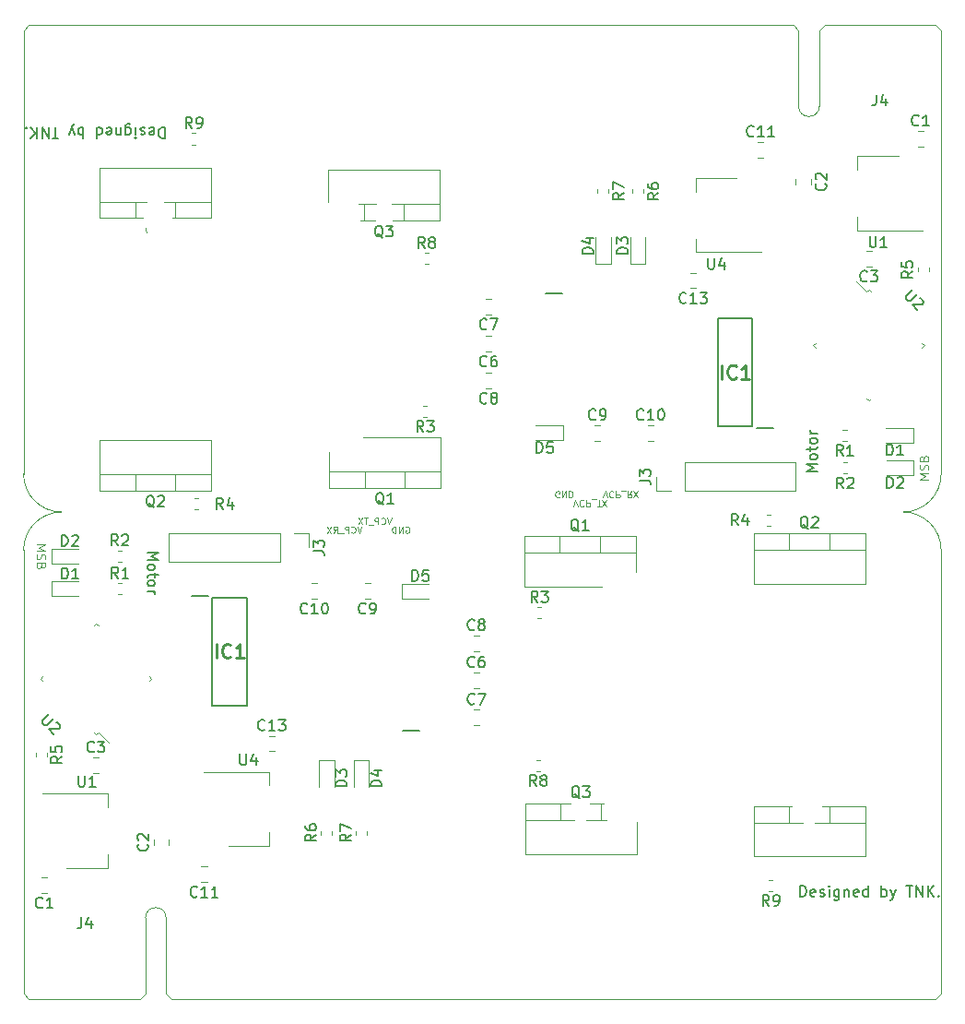
<source format=gto>
G04 #@! TF.GenerationSoftware,KiCad,Pcbnew,(5.1.5)-3*
G04 #@! TF.CreationDate,2020-02-02T14:12:42+09:00*
G04 #@! TF.ProjectId,CAN_H-Bridge_Solo_MD_fin,43414e5f-482d-4427-9269-6467655f536f,rev?*
G04 #@! TF.SameCoordinates,Original*
G04 #@! TF.FileFunction,Legend,Top*
G04 #@! TF.FilePolarity,Positive*
%FSLAX46Y46*%
G04 Gerber Fmt 4.6, Leading zero omitted, Abs format (unit mm)*
G04 Created by KiCad (PCBNEW (5.1.5)-3) date 2020-02-02 14:12:42*
%MOMM*%
%LPD*%
G04 APERTURE LIST*
%ADD10C,0.150000*%
%ADD11C,0.090000*%
%ADD12C,0.120000*%
%ADD13C,0.100000*%
%ADD14C,0.200000*%
%ADD15C,0.254000*%
%ADD16R,2.102000X1.602000*%
%ADD17R,2.102000X3.902000*%
%ADD18O,2.902000X1.602000*%
%ADD19C,5.202000*%
%ADD20O,2.007000X2.102000*%
%ADD21R,2.007000X2.102000*%
%ADD22R,3.102000X5.102000*%
%ADD23R,1.577000X0.552000*%
%ADD24O,1.802000X1.802000*%
%ADD25R,1.802000X1.802000*%
%ADD26R,1.627000X0.752000*%
%ADD27R,0.802000X4.402000*%
%ADD28R,0.802000X3.302000*%
G04 APERTURE END LIST*
D10*
X118307142Y-76447619D02*
X118307142Y-77447619D01*
X118069047Y-77447619D01*
X117926190Y-77400000D01*
X117830952Y-77304761D01*
X117783333Y-77209523D01*
X117735714Y-77019047D01*
X117735714Y-76876190D01*
X117783333Y-76685714D01*
X117830952Y-76590476D01*
X117926190Y-76495238D01*
X118069047Y-76447619D01*
X118307142Y-76447619D01*
X116926190Y-76495238D02*
X117021428Y-76447619D01*
X117211904Y-76447619D01*
X117307142Y-76495238D01*
X117354761Y-76590476D01*
X117354761Y-76971428D01*
X117307142Y-77066666D01*
X117211904Y-77114285D01*
X117021428Y-77114285D01*
X116926190Y-77066666D01*
X116878571Y-76971428D01*
X116878571Y-76876190D01*
X117354761Y-76780952D01*
X116497619Y-76495238D02*
X116402380Y-76447619D01*
X116211904Y-76447619D01*
X116116666Y-76495238D01*
X116069047Y-76590476D01*
X116069047Y-76638095D01*
X116116666Y-76733333D01*
X116211904Y-76780952D01*
X116354761Y-76780952D01*
X116450000Y-76828571D01*
X116497619Y-76923809D01*
X116497619Y-76971428D01*
X116450000Y-77066666D01*
X116354761Y-77114285D01*
X116211904Y-77114285D01*
X116116666Y-77066666D01*
X115640476Y-76447619D02*
X115640476Y-77114285D01*
X115640476Y-77447619D02*
X115688095Y-77400000D01*
X115640476Y-77352380D01*
X115592857Y-77400000D01*
X115640476Y-77447619D01*
X115640476Y-77352380D01*
X114735714Y-77114285D02*
X114735714Y-76304761D01*
X114783333Y-76209523D01*
X114830952Y-76161904D01*
X114926190Y-76114285D01*
X115069047Y-76114285D01*
X115164285Y-76161904D01*
X114735714Y-76495238D02*
X114830952Y-76447619D01*
X115021428Y-76447619D01*
X115116666Y-76495238D01*
X115164285Y-76542857D01*
X115211904Y-76638095D01*
X115211904Y-76923809D01*
X115164285Y-77019047D01*
X115116666Y-77066666D01*
X115021428Y-77114285D01*
X114830952Y-77114285D01*
X114735714Y-77066666D01*
X114259523Y-77114285D02*
X114259523Y-76447619D01*
X114259523Y-77019047D02*
X114211904Y-77066666D01*
X114116666Y-77114285D01*
X113973809Y-77114285D01*
X113878571Y-77066666D01*
X113830952Y-76971428D01*
X113830952Y-76447619D01*
X112973809Y-76495238D02*
X113069047Y-76447619D01*
X113259523Y-76447619D01*
X113354761Y-76495238D01*
X113402380Y-76590476D01*
X113402380Y-76971428D01*
X113354761Y-77066666D01*
X113259523Y-77114285D01*
X113069047Y-77114285D01*
X112973809Y-77066666D01*
X112926190Y-76971428D01*
X112926190Y-76876190D01*
X113402380Y-76780952D01*
X112069047Y-76447619D02*
X112069047Y-77447619D01*
X112069047Y-76495238D02*
X112164285Y-76447619D01*
X112354761Y-76447619D01*
X112450000Y-76495238D01*
X112497619Y-76542857D01*
X112545238Y-76638095D01*
X112545238Y-76923809D01*
X112497619Y-77019047D01*
X112450000Y-77066666D01*
X112354761Y-77114285D01*
X112164285Y-77114285D01*
X112069047Y-77066666D01*
X110830952Y-76447619D02*
X110830952Y-77447619D01*
X110830952Y-77066666D02*
X110735714Y-77114285D01*
X110545238Y-77114285D01*
X110450000Y-77066666D01*
X110402380Y-77019047D01*
X110354761Y-76923809D01*
X110354761Y-76638095D01*
X110402380Y-76542857D01*
X110450000Y-76495238D01*
X110545238Y-76447619D01*
X110735714Y-76447619D01*
X110830952Y-76495238D01*
X110021428Y-77114285D02*
X109783333Y-76447619D01*
X109545238Y-77114285D02*
X109783333Y-76447619D01*
X109878571Y-76209523D01*
X109926190Y-76161904D01*
X110021428Y-76114285D01*
X108545238Y-77447619D02*
X107973809Y-77447619D01*
X108259523Y-76447619D02*
X108259523Y-77447619D01*
X107640476Y-76447619D02*
X107640476Y-77447619D01*
X107069047Y-76447619D01*
X107069047Y-77447619D01*
X106592857Y-76447619D02*
X106592857Y-77447619D01*
X106021428Y-76447619D02*
X106450000Y-77019047D01*
X106021428Y-77447619D02*
X106592857Y-76876190D01*
X105592857Y-76542857D02*
X105545238Y-76495238D01*
X105592857Y-76447619D01*
X105640476Y-76495238D01*
X105592857Y-76542857D01*
X105592857Y-76447619D01*
X178252380Y-108033333D02*
X177252380Y-108033333D01*
X177966666Y-107700000D01*
X177252380Y-107366666D01*
X178252380Y-107366666D01*
X178252380Y-106747619D02*
X178204761Y-106842857D01*
X178157142Y-106890476D01*
X178061904Y-106938095D01*
X177776190Y-106938095D01*
X177680952Y-106890476D01*
X177633333Y-106842857D01*
X177585714Y-106747619D01*
X177585714Y-106604761D01*
X177633333Y-106509523D01*
X177680952Y-106461904D01*
X177776190Y-106414285D01*
X178061904Y-106414285D01*
X178157142Y-106461904D01*
X178204761Y-106509523D01*
X178252380Y-106604761D01*
X178252380Y-106747619D01*
X177585714Y-106128571D02*
X177585714Y-105747619D01*
X177252380Y-105985714D02*
X178109523Y-105985714D01*
X178204761Y-105938095D01*
X178252380Y-105842857D01*
X178252380Y-105747619D01*
X178252380Y-105271428D02*
X178204761Y-105366666D01*
X178157142Y-105414285D01*
X178061904Y-105461904D01*
X177776190Y-105461904D01*
X177680952Y-105414285D01*
X177633333Y-105366666D01*
X177585714Y-105271428D01*
X177585714Y-105128571D01*
X177633333Y-105033333D01*
X177680952Y-104985714D01*
X177776190Y-104938095D01*
X178061904Y-104938095D01*
X178157142Y-104985714D01*
X178204761Y-105033333D01*
X178252380Y-105128571D01*
X178252380Y-105271428D01*
X178252380Y-104509523D02*
X177585714Y-104509523D01*
X177776190Y-104509523D02*
X177680952Y-104461904D01*
X177633333Y-104414285D01*
X177585714Y-104319047D01*
X177585714Y-104223809D01*
D11*
X155857142Y-111228571D02*
X156057142Y-110628571D01*
X156257142Y-111228571D01*
X156800000Y-110685714D02*
X156771428Y-110657142D01*
X156685714Y-110628571D01*
X156628571Y-110628571D01*
X156542857Y-110657142D01*
X156485714Y-110714285D01*
X156457142Y-110771428D01*
X156428571Y-110885714D01*
X156428571Y-110971428D01*
X156457142Y-111085714D01*
X156485714Y-111142857D01*
X156542857Y-111200000D01*
X156628571Y-111228571D01*
X156685714Y-111228571D01*
X156771428Y-111200000D01*
X156800000Y-111171428D01*
X157057142Y-110628571D02*
X157057142Y-111228571D01*
X157285714Y-111228571D01*
X157342857Y-111200000D01*
X157371428Y-111171428D01*
X157400000Y-111114285D01*
X157400000Y-111028571D01*
X157371428Y-110971428D01*
X157342857Y-110942857D01*
X157285714Y-110914285D01*
X157057142Y-110914285D01*
X157514285Y-110571428D02*
X157971428Y-110571428D01*
X158028571Y-111228571D02*
X158371428Y-111228571D01*
X158200000Y-110628571D02*
X158200000Y-111228571D01*
X158514285Y-111228571D02*
X158914285Y-110628571D01*
X158914285Y-111228571D02*
X158514285Y-110628571D01*
D12*
X188461904Y-108747619D02*
X187661904Y-108747619D01*
X188233333Y-108480952D01*
X187661904Y-108214285D01*
X188461904Y-108214285D01*
X188423809Y-107871428D02*
X188461904Y-107757142D01*
X188461904Y-107566666D01*
X188423809Y-107490476D01*
X188385714Y-107452380D01*
X188309523Y-107414285D01*
X188233333Y-107414285D01*
X188157142Y-107452380D01*
X188119047Y-107490476D01*
X188080952Y-107566666D01*
X188042857Y-107719047D01*
X188004761Y-107795238D01*
X187966666Y-107833333D01*
X187890476Y-107871428D01*
X187814285Y-107871428D01*
X187738095Y-107833333D01*
X187700000Y-107795238D01*
X187661904Y-107719047D01*
X187661904Y-107528571D01*
X187700000Y-107414285D01*
X188042857Y-106804761D02*
X188080952Y-106690476D01*
X188119047Y-106652380D01*
X188195238Y-106614285D01*
X188309523Y-106614285D01*
X188385714Y-106652380D01*
X188423809Y-106690476D01*
X188461904Y-106766666D01*
X188461904Y-107071428D01*
X187661904Y-107071428D01*
X187661904Y-106804761D01*
X187700000Y-106728571D01*
X187738095Y-106690476D01*
X187814285Y-106652380D01*
X187890476Y-106652380D01*
X187966666Y-106690476D01*
X188004761Y-106728571D01*
X188042857Y-106804761D01*
X188042857Y-107071428D01*
D11*
X158585714Y-110428571D02*
X158785714Y-109828571D01*
X158985714Y-110428571D01*
X159528571Y-109885714D02*
X159500000Y-109857142D01*
X159414285Y-109828571D01*
X159357142Y-109828571D01*
X159271428Y-109857142D01*
X159214285Y-109914285D01*
X159185714Y-109971428D01*
X159157142Y-110085714D01*
X159157142Y-110171428D01*
X159185714Y-110285714D01*
X159214285Y-110342857D01*
X159271428Y-110400000D01*
X159357142Y-110428571D01*
X159414285Y-110428571D01*
X159500000Y-110400000D01*
X159528571Y-110371428D01*
X159785714Y-109828571D02*
X159785714Y-110428571D01*
X160014285Y-110428571D01*
X160071428Y-110400000D01*
X160100000Y-110371428D01*
X160128571Y-110314285D01*
X160128571Y-110228571D01*
X160100000Y-110171428D01*
X160071428Y-110142857D01*
X160014285Y-110114285D01*
X159785714Y-110114285D01*
X160242857Y-109771428D02*
X160700000Y-109771428D01*
X161185714Y-109828571D02*
X160985714Y-110114285D01*
X160842857Y-109828571D02*
X160842857Y-110428571D01*
X161071428Y-110428571D01*
X161128571Y-110400000D01*
X161157142Y-110371428D01*
X161185714Y-110314285D01*
X161185714Y-110228571D01*
X161157142Y-110171428D01*
X161128571Y-110142857D01*
X161071428Y-110114285D01*
X160842857Y-110114285D01*
X161385714Y-110428571D02*
X161785714Y-109828571D01*
X161785714Y-110428571D02*
X161385714Y-109828571D01*
X154542857Y-110400000D02*
X154485714Y-110428571D01*
X154400000Y-110428571D01*
X154314285Y-110400000D01*
X154257142Y-110342857D01*
X154228571Y-110285714D01*
X154200000Y-110171428D01*
X154200000Y-110085714D01*
X154228571Y-109971428D01*
X154257142Y-109914285D01*
X154314285Y-109857142D01*
X154400000Y-109828571D01*
X154457142Y-109828571D01*
X154542857Y-109857142D01*
X154571428Y-109885714D01*
X154571428Y-110085714D01*
X154457142Y-110085714D01*
X154828571Y-109828571D02*
X154828571Y-110428571D01*
X155171428Y-109828571D01*
X155171428Y-110428571D01*
X155457142Y-109828571D02*
X155457142Y-110428571D01*
X155600000Y-110428571D01*
X155685714Y-110400000D01*
X155742857Y-110342857D01*
X155771428Y-110285714D01*
X155800000Y-110171428D01*
X155800000Y-110085714D01*
X155771428Y-109971428D01*
X155742857Y-109914285D01*
X155685714Y-109857142D01*
X155600000Y-109828571D01*
X155457142Y-109828571D01*
D13*
X189650000Y-75450000D02*
X189650000Y-108250000D01*
X108850000Y-111750000D02*
G75*
G02X105350000Y-108250000I0J3500000D01*
G01*
X105350000Y-108250000D02*
X105350000Y-75450000D01*
X189650000Y-108250000D02*
G75*
G02X186150000Y-111750000I-3500000J0D01*
G01*
X105350000Y-148050000D02*
X105350000Y-115250000D01*
X189650000Y-115250000D02*
X189650000Y-148050000D01*
D11*
X136414285Y-113071428D02*
X136214285Y-113671428D01*
X136014285Y-113071428D01*
X135471428Y-113614285D02*
X135500000Y-113642857D01*
X135585714Y-113671428D01*
X135642857Y-113671428D01*
X135728571Y-113642857D01*
X135785714Y-113585714D01*
X135814285Y-113528571D01*
X135842857Y-113414285D01*
X135842857Y-113328571D01*
X135814285Y-113214285D01*
X135785714Y-113157142D01*
X135728571Y-113100000D01*
X135642857Y-113071428D01*
X135585714Y-113071428D01*
X135500000Y-113100000D01*
X135471428Y-113128571D01*
X135214285Y-113671428D02*
X135214285Y-113071428D01*
X134985714Y-113071428D01*
X134928571Y-113100000D01*
X134900000Y-113128571D01*
X134871428Y-113185714D01*
X134871428Y-113271428D01*
X134900000Y-113328571D01*
X134928571Y-113357142D01*
X134985714Y-113385714D01*
X135214285Y-113385714D01*
X134757142Y-113728571D02*
X134300000Y-113728571D01*
X133814285Y-113671428D02*
X134014285Y-113385714D01*
X134157142Y-113671428D02*
X134157142Y-113071428D01*
X133928571Y-113071428D01*
X133871428Y-113100000D01*
X133842857Y-113128571D01*
X133814285Y-113185714D01*
X133814285Y-113271428D01*
X133842857Y-113328571D01*
X133871428Y-113357142D01*
X133928571Y-113385714D01*
X134157142Y-113385714D01*
X133614285Y-113071428D02*
X133214285Y-113671428D01*
X133214285Y-113071428D02*
X133614285Y-113671428D01*
X139142857Y-112271428D02*
X138942857Y-112871428D01*
X138742857Y-112271428D01*
X138200000Y-112814285D02*
X138228571Y-112842857D01*
X138314285Y-112871428D01*
X138371428Y-112871428D01*
X138457142Y-112842857D01*
X138514285Y-112785714D01*
X138542857Y-112728571D01*
X138571428Y-112614285D01*
X138571428Y-112528571D01*
X138542857Y-112414285D01*
X138514285Y-112357142D01*
X138457142Y-112300000D01*
X138371428Y-112271428D01*
X138314285Y-112271428D01*
X138228571Y-112300000D01*
X138200000Y-112328571D01*
X137942857Y-112871428D02*
X137942857Y-112271428D01*
X137714285Y-112271428D01*
X137657142Y-112300000D01*
X137628571Y-112328571D01*
X137600000Y-112385714D01*
X137600000Y-112471428D01*
X137628571Y-112528571D01*
X137657142Y-112557142D01*
X137714285Y-112585714D01*
X137942857Y-112585714D01*
X137485714Y-112928571D02*
X137028571Y-112928571D01*
X136971428Y-112271428D02*
X136628571Y-112271428D01*
X136800000Y-112871428D02*
X136800000Y-112271428D01*
X136485714Y-112271428D02*
X136085714Y-112871428D01*
X136085714Y-112271428D02*
X136485714Y-112871428D01*
X140457142Y-113100000D02*
X140514285Y-113071428D01*
X140600000Y-113071428D01*
X140685714Y-113100000D01*
X140742857Y-113157142D01*
X140771428Y-113214285D01*
X140800000Y-113328571D01*
X140800000Y-113414285D01*
X140771428Y-113528571D01*
X140742857Y-113585714D01*
X140685714Y-113642857D01*
X140600000Y-113671428D01*
X140542857Y-113671428D01*
X140457142Y-113642857D01*
X140428571Y-113614285D01*
X140428571Y-113414285D01*
X140542857Y-113414285D01*
X140171428Y-113671428D02*
X140171428Y-113071428D01*
X139828571Y-113671428D01*
X139828571Y-113071428D01*
X139542857Y-113671428D02*
X139542857Y-113071428D01*
X139400000Y-113071428D01*
X139314285Y-113100000D01*
X139257142Y-113157142D01*
X139228571Y-113214285D01*
X139200000Y-113328571D01*
X139200000Y-113414285D01*
X139228571Y-113528571D01*
X139257142Y-113585714D01*
X139314285Y-113642857D01*
X139400000Y-113671428D01*
X139542857Y-113671428D01*
D10*
X176692857Y-147052380D02*
X176692857Y-146052380D01*
X176930952Y-146052380D01*
X177073809Y-146100000D01*
X177169047Y-146195238D01*
X177216666Y-146290476D01*
X177264285Y-146480952D01*
X177264285Y-146623809D01*
X177216666Y-146814285D01*
X177169047Y-146909523D01*
X177073809Y-147004761D01*
X176930952Y-147052380D01*
X176692857Y-147052380D01*
X178073809Y-147004761D02*
X177978571Y-147052380D01*
X177788095Y-147052380D01*
X177692857Y-147004761D01*
X177645238Y-146909523D01*
X177645238Y-146528571D01*
X177692857Y-146433333D01*
X177788095Y-146385714D01*
X177978571Y-146385714D01*
X178073809Y-146433333D01*
X178121428Y-146528571D01*
X178121428Y-146623809D01*
X177645238Y-146719047D01*
X178502380Y-147004761D02*
X178597619Y-147052380D01*
X178788095Y-147052380D01*
X178883333Y-147004761D01*
X178930952Y-146909523D01*
X178930952Y-146861904D01*
X178883333Y-146766666D01*
X178788095Y-146719047D01*
X178645238Y-146719047D01*
X178550000Y-146671428D01*
X178502380Y-146576190D01*
X178502380Y-146528571D01*
X178550000Y-146433333D01*
X178645238Y-146385714D01*
X178788095Y-146385714D01*
X178883333Y-146433333D01*
X179359523Y-147052380D02*
X179359523Y-146385714D01*
X179359523Y-146052380D02*
X179311904Y-146100000D01*
X179359523Y-146147619D01*
X179407142Y-146100000D01*
X179359523Y-146052380D01*
X179359523Y-146147619D01*
X180264285Y-146385714D02*
X180264285Y-147195238D01*
X180216666Y-147290476D01*
X180169047Y-147338095D01*
X180073809Y-147385714D01*
X179930952Y-147385714D01*
X179835714Y-147338095D01*
X180264285Y-147004761D02*
X180169047Y-147052380D01*
X179978571Y-147052380D01*
X179883333Y-147004761D01*
X179835714Y-146957142D01*
X179788095Y-146861904D01*
X179788095Y-146576190D01*
X179835714Y-146480952D01*
X179883333Y-146433333D01*
X179978571Y-146385714D01*
X180169047Y-146385714D01*
X180264285Y-146433333D01*
X180740476Y-146385714D02*
X180740476Y-147052380D01*
X180740476Y-146480952D02*
X180788095Y-146433333D01*
X180883333Y-146385714D01*
X181026190Y-146385714D01*
X181121428Y-146433333D01*
X181169047Y-146528571D01*
X181169047Y-147052380D01*
X182026190Y-147004761D02*
X181930952Y-147052380D01*
X181740476Y-147052380D01*
X181645238Y-147004761D01*
X181597619Y-146909523D01*
X181597619Y-146528571D01*
X181645238Y-146433333D01*
X181740476Y-146385714D01*
X181930952Y-146385714D01*
X182026190Y-146433333D01*
X182073809Y-146528571D01*
X182073809Y-146623809D01*
X181597619Y-146719047D01*
X182930952Y-147052380D02*
X182930952Y-146052380D01*
X182930952Y-147004761D02*
X182835714Y-147052380D01*
X182645238Y-147052380D01*
X182550000Y-147004761D01*
X182502380Y-146957142D01*
X182454761Y-146861904D01*
X182454761Y-146576190D01*
X182502380Y-146480952D01*
X182550000Y-146433333D01*
X182645238Y-146385714D01*
X182835714Y-146385714D01*
X182930952Y-146433333D01*
X184169047Y-147052380D02*
X184169047Y-146052380D01*
X184169047Y-146433333D02*
X184264285Y-146385714D01*
X184454761Y-146385714D01*
X184550000Y-146433333D01*
X184597619Y-146480952D01*
X184645238Y-146576190D01*
X184645238Y-146861904D01*
X184597619Y-146957142D01*
X184550000Y-147004761D01*
X184454761Y-147052380D01*
X184264285Y-147052380D01*
X184169047Y-147004761D01*
X184978571Y-146385714D02*
X185216666Y-147052380D01*
X185454761Y-146385714D02*
X185216666Y-147052380D01*
X185121428Y-147290476D01*
X185073809Y-147338095D01*
X184978571Y-147385714D01*
X186454761Y-146052380D02*
X187026190Y-146052380D01*
X186740476Y-147052380D02*
X186740476Y-146052380D01*
X187359523Y-147052380D02*
X187359523Y-146052380D01*
X187930952Y-147052380D01*
X187930952Y-146052380D01*
X188407142Y-147052380D02*
X188407142Y-146052380D01*
X188978571Y-147052380D02*
X188550000Y-146480952D01*
X188978571Y-146052380D02*
X188407142Y-146623809D01*
X189407142Y-146957142D02*
X189454761Y-147004761D01*
X189407142Y-147052380D01*
X189359523Y-147004761D01*
X189407142Y-146957142D01*
X189407142Y-147052380D01*
D13*
X186150000Y-111750000D02*
G75*
G02X189650000Y-115250000I0J-3500000D01*
G01*
X105350000Y-115250000D02*
G75*
G02X108850000Y-111750000I3500000J0D01*
G01*
D12*
X106538095Y-114752380D02*
X107338095Y-114752380D01*
X106766666Y-115019047D01*
X107338095Y-115285714D01*
X106538095Y-115285714D01*
X106576190Y-115628571D02*
X106538095Y-115742857D01*
X106538095Y-115933333D01*
X106576190Y-116009523D01*
X106614285Y-116047619D01*
X106690476Y-116085714D01*
X106766666Y-116085714D01*
X106842857Y-116047619D01*
X106880952Y-116009523D01*
X106919047Y-115933333D01*
X106957142Y-115780952D01*
X106995238Y-115704761D01*
X107033333Y-115666666D01*
X107109523Y-115628571D01*
X107185714Y-115628571D01*
X107261904Y-115666666D01*
X107300000Y-115704761D01*
X107338095Y-115780952D01*
X107338095Y-115971428D01*
X107300000Y-116085714D01*
X106957142Y-116695238D02*
X106919047Y-116809523D01*
X106880952Y-116847619D01*
X106804761Y-116885714D01*
X106690476Y-116885714D01*
X106614285Y-116847619D01*
X106576190Y-116809523D01*
X106538095Y-116733333D01*
X106538095Y-116428571D01*
X107338095Y-116428571D01*
X107338095Y-116695238D01*
X107300000Y-116771428D01*
X107261904Y-116809523D01*
X107185714Y-116847619D01*
X107109523Y-116847619D01*
X107033333Y-116809523D01*
X106995238Y-116771428D01*
X106957142Y-116695238D01*
X106957142Y-116428571D01*
D10*
X116747619Y-115466666D02*
X117747619Y-115466666D01*
X117033333Y-115800000D01*
X117747619Y-116133333D01*
X116747619Y-116133333D01*
X116747619Y-116752380D02*
X116795238Y-116657142D01*
X116842857Y-116609523D01*
X116938095Y-116561904D01*
X117223809Y-116561904D01*
X117319047Y-116609523D01*
X117366666Y-116657142D01*
X117414285Y-116752380D01*
X117414285Y-116895238D01*
X117366666Y-116990476D01*
X117319047Y-117038095D01*
X117223809Y-117085714D01*
X116938095Y-117085714D01*
X116842857Y-117038095D01*
X116795238Y-116990476D01*
X116747619Y-116895238D01*
X116747619Y-116752380D01*
X117414285Y-117371428D02*
X117414285Y-117752380D01*
X117747619Y-117514285D02*
X116890476Y-117514285D01*
X116795238Y-117561904D01*
X116747619Y-117657142D01*
X116747619Y-117752380D01*
X116747619Y-118228571D02*
X116795238Y-118133333D01*
X116842857Y-118085714D01*
X116938095Y-118038095D01*
X117223809Y-118038095D01*
X117319047Y-118085714D01*
X117366666Y-118133333D01*
X117414285Y-118228571D01*
X117414285Y-118371428D01*
X117366666Y-118466666D01*
X117319047Y-118514285D01*
X117223809Y-118561904D01*
X116938095Y-118561904D01*
X116842857Y-118514285D01*
X116795238Y-118466666D01*
X116747619Y-118371428D01*
X116747619Y-118228571D01*
X116747619Y-118990476D02*
X117414285Y-118990476D01*
X117223809Y-118990476D02*
X117319047Y-119038095D01*
X117366666Y-119085714D01*
X117414285Y-119180952D01*
X117414285Y-119276190D01*
D12*
X187950000Y-85910000D02*
X181940000Y-85910000D01*
X185700000Y-79090000D02*
X181940000Y-79090000D01*
X181940000Y-85910000D02*
X181940000Y-84650000D01*
X181940000Y-79090000D02*
X181940000Y-80350000D01*
X177710000Y-81176248D02*
X177710000Y-81698752D01*
X176290000Y-81176248D02*
X176290000Y-81698752D01*
X182787868Y-91538891D02*
X181858023Y-90609046D01*
X183000000Y-91326759D02*
X182787868Y-91538891D01*
X183212132Y-91538891D02*
X183000000Y-91326759D01*
X188105311Y-96432070D02*
X187893179Y-96644202D01*
X187893179Y-96219938D02*
X188105311Y-96432070D01*
X177894689Y-96432070D02*
X178106821Y-96219938D01*
X178106821Y-96644202D02*
X177894689Y-96432070D01*
X183000000Y-101537381D02*
X183212132Y-101325249D01*
X182787868Y-101325249D02*
X183000000Y-101537381D01*
X136689000Y-109520000D02*
X136689000Y-108010000D01*
X140390000Y-109520000D02*
X140390000Y-108010000D01*
X143660000Y-108010000D02*
X133420000Y-108010000D01*
X133420000Y-109520000D02*
X133420000Y-104879000D01*
X143660000Y-109520000D02*
X143660000Y-104879000D01*
X143660000Y-104879000D02*
X133420000Y-104879000D01*
X143660000Y-109520000D02*
X133420000Y-109520000D01*
X173100000Y-87910000D02*
X167090000Y-87910000D01*
X170850000Y-81090000D02*
X167090000Y-81090000D01*
X167090000Y-87910000D02*
X167090000Y-86650000D01*
X167090000Y-81090000D02*
X167090000Y-82350000D01*
X187476248Y-76790000D02*
X187998752Y-76790000D01*
X187476248Y-78210000D02*
X187998752Y-78210000D01*
X136609000Y-85020000D02*
X136609000Y-83510000D01*
X140310000Y-85020000D02*
X140310000Y-83510000D01*
X143580000Y-83510000D02*
X133340000Y-83510000D01*
X133340000Y-85020000D02*
X133340000Y-80379000D01*
X143580000Y-85020000D02*
X143580000Y-80379000D01*
X143580000Y-80379000D02*
X133340000Y-80379000D01*
X143580000Y-85020000D02*
X133340000Y-85020000D01*
D14*
X153325000Y-91700000D02*
X154800000Y-91700000D01*
D12*
X163470000Y-109830000D02*
X163470000Y-108500000D01*
X164800000Y-109830000D02*
X163470000Y-109830000D01*
X166070000Y-109830000D02*
X166070000Y-107170000D01*
X166070000Y-107170000D02*
X176290000Y-107170000D01*
X166070000Y-109830000D02*
X176290000Y-109830000D01*
X176290000Y-109830000D02*
X176290000Y-107170000D01*
X115609000Y-109770000D02*
X115609000Y-108260000D01*
X119310000Y-109770000D02*
X119310000Y-108260000D01*
X122580000Y-108260000D02*
X112340000Y-108260000D01*
X112340000Y-109770000D02*
X112340000Y-105129000D01*
X122580000Y-109770000D02*
X122580000Y-105129000D01*
X122580000Y-105129000D02*
X112340000Y-105129000D01*
X122580000Y-109770000D02*
X112340000Y-109770000D01*
X122580000Y-84770000D02*
X112340000Y-84770000D01*
X122580000Y-80129000D02*
X112340000Y-80129000D01*
X122580000Y-84770000D02*
X122580000Y-80129000D01*
X112340000Y-84770000D02*
X112340000Y-80129000D01*
X122580000Y-83260000D02*
X112340000Y-83260000D01*
X119310000Y-84770000D02*
X119310000Y-83260000D01*
X115609000Y-84770000D02*
X115609000Y-83260000D01*
X183261252Y-89210000D02*
X182738748Y-89210000D01*
X183261252Y-87790000D02*
X182738748Y-87790000D01*
X157915000Y-86512500D02*
X157915000Y-88997500D01*
X157915000Y-88997500D02*
X159285000Y-88997500D01*
X159285000Y-88997500D02*
X159285000Y-86512500D01*
X180983767Y-108210000D02*
X180641233Y-108210000D01*
X180983767Y-107190000D02*
X180641233Y-107190000D01*
X187490000Y-89671267D02*
X187490000Y-89328733D01*
X188510000Y-89671267D02*
X188510000Y-89328733D01*
X142421267Y-103010000D02*
X142078733Y-103010000D01*
X142421267Y-101990000D02*
X142078733Y-101990000D01*
X152412500Y-105185000D02*
X154897500Y-105185000D01*
X154897500Y-105185000D02*
X154897500Y-103815000D01*
X154897500Y-103815000D02*
X152412500Y-103815000D01*
X180958767Y-105210000D02*
X180616233Y-105210000D01*
X180958767Y-104190000D02*
X180616233Y-104190000D01*
X161115000Y-86512500D02*
X161115000Y-88997500D01*
X161115000Y-88997500D02*
X162485000Y-88997500D01*
X162485000Y-88997500D02*
X162485000Y-86512500D01*
X148323752Y-100410000D02*
X147801248Y-100410000D01*
X148323752Y-98990000D02*
X147801248Y-98990000D01*
X184587500Y-105385000D02*
X187072500Y-105385000D01*
X187072500Y-105385000D02*
X187072500Y-104015000D01*
X187072500Y-104015000D02*
X184587500Y-104015000D01*
X148323752Y-97010000D02*
X147801248Y-97010000D01*
X148323752Y-95590000D02*
X147801248Y-95590000D01*
X148323752Y-93610000D02*
X147801248Y-93610000D01*
X148323752Y-92190000D02*
X147801248Y-92190000D01*
X157801248Y-103790000D02*
X158323752Y-103790000D01*
X157801248Y-105210000D02*
X158323752Y-105210000D01*
X172801248Y-77790000D02*
X173323752Y-77790000D01*
X172801248Y-79210000D02*
X173323752Y-79210000D01*
X167123752Y-91210000D02*
X166601248Y-91210000D01*
X167123752Y-89790000D02*
X166601248Y-89790000D01*
X184612500Y-108385000D02*
X187097500Y-108385000D01*
X187097500Y-108385000D02*
X187097500Y-107015000D01*
X187097500Y-107015000D02*
X184612500Y-107015000D01*
X121396267Y-111510000D02*
X121053733Y-111510000D01*
X121396267Y-110490000D02*
X121053733Y-110490000D01*
X162676248Y-103790000D02*
X163198752Y-103790000D01*
X162676248Y-105210000D02*
X163198752Y-105210000D01*
D14*
X174187000Y-104065000D02*
X172662000Y-104065000D01*
X172312000Y-93995000D02*
X172312000Y-103895000D01*
X169112000Y-93995000D02*
X172312000Y-93995000D01*
X169112000Y-103895000D02*
X169112000Y-93995000D01*
X172312000Y-103895000D02*
X169112000Y-103895000D01*
D12*
X159110000Y-82141233D02*
X159110000Y-82483767D01*
X158090000Y-82141233D02*
X158090000Y-82483767D01*
X120828733Y-76990000D02*
X121171267Y-76990000D01*
X120828733Y-78010000D02*
X121171267Y-78010000D01*
X162310000Y-82141233D02*
X162310000Y-82483767D01*
X161290000Y-82141233D02*
X161290000Y-82483767D01*
X142203733Y-87990000D02*
X142546267Y-87990000D01*
X142203733Y-89010000D02*
X142546267Y-89010000D01*
D13*
X178450000Y-74500000D02*
X178450000Y-67550000D01*
X176550000Y-74500000D02*
X176550000Y-67550000D01*
X189650000Y-75450000D02*
X189650000Y-67550000D01*
X189150000Y-67050000D02*
X178950000Y-67050000D01*
X105350000Y-75450000D02*
X105350000Y-67550000D01*
X176050000Y-67050000D02*
X105850000Y-67050000D01*
X189650000Y-67550000D02*
X189150000Y-67050000D01*
X178450000Y-67550000D02*
X178950000Y-67050000D01*
X176550000Y-67550000D02*
X176050000Y-67050000D01*
X105350000Y-67550000D02*
X105850000Y-67050000D01*
X178450000Y-74500000D02*
G75*
G02X176550000Y-74500000I-950000J0D01*
G01*
D14*
X120813000Y-119435000D02*
X122338000Y-119435000D01*
X122688000Y-129505000D02*
X122688000Y-119605000D01*
X125888000Y-129505000D02*
X122688000Y-129505000D01*
X125888000Y-119605000D02*
X125888000Y-129505000D01*
X122688000Y-119605000D02*
X125888000Y-119605000D01*
X141675000Y-131800000D02*
X140200000Y-131800000D01*
D12*
X131530000Y-113670000D02*
X131530000Y-115000000D01*
X130200000Y-113670000D02*
X131530000Y-113670000D01*
X128930000Y-113670000D02*
X128930000Y-116330000D01*
X128930000Y-116330000D02*
X118710000Y-116330000D01*
X128930000Y-113670000D02*
X118710000Y-113670000D01*
X118710000Y-113670000D02*
X118710000Y-116330000D01*
X107050000Y-137590000D02*
X113060000Y-137590000D01*
X109300000Y-144410000D02*
X113060000Y-144410000D01*
X113060000Y-137590000D02*
X113060000Y-138850000D01*
X113060000Y-144410000D02*
X113060000Y-143150000D01*
X112212132Y-131961109D02*
X113141977Y-132890954D01*
X112000000Y-132173241D02*
X112212132Y-131961109D01*
X111787868Y-131961109D02*
X112000000Y-132173241D01*
X106894689Y-127067930D02*
X107106821Y-126855798D01*
X107106821Y-127280062D02*
X106894689Y-127067930D01*
X117105311Y-127067930D02*
X116893179Y-127280062D01*
X116893179Y-126855798D02*
X117105311Y-127067930D01*
X112000000Y-121962619D02*
X111787868Y-122174751D01*
X112212132Y-122174751D02*
X112000000Y-121962619D01*
X121900000Y-135590000D02*
X127910000Y-135590000D01*
X124150000Y-142410000D02*
X127910000Y-142410000D01*
X127910000Y-135590000D02*
X127910000Y-136850000D01*
X127910000Y-142410000D02*
X127910000Y-141150000D01*
X158311000Y-113980000D02*
X158311000Y-115490000D01*
X154610000Y-113980000D02*
X154610000Y-115490000D01*
X151340000Y-115490000D02*
X161580000Y-115490000D01*
X161580000Y-113980000D02*
X161580000Y-118621000D01*
X151340000Y-113980000D02*
X151340000Y-118621000D01*
X151340000Y-118621000D02*
X161580000Y-118621000D01*
X151340000Y-113980000D02*
X161580000Y-113980000D01*
X158391000Y-138480000D02*
X158391000Y-139990000D01*
X154690000Y-138480000D02*
X154690000Y-139990000D01*
X151420000Y-139990000D02*
X161660000Y-139990000D01*
X161660000Y-138480000D02*
X161660000Y-143121000D01*
X151420000Y-138480000D02*
X151420000Y-143121000D01*
X151420000Y-143121000D02*
X161660000Y-143121000D01*
X151420000Y-138480000D02*
X161660000Y-138480000D01*
X172420000Y-138730000D02*
X182660000Y-138730000D01*
X172420000Y-143371000D02*
X182660000Y-143371000D01*
X172420000Y-138730000D02*
X172420000Y-143371000D01*
X182660000Y-138730000D02*
X182660000Y-143371000D01*
X172420000Y-140240000D02*
X182660000Y-140240000D01*
X175690000Y-138730000D02*
X175690000Y-140240000D01*
X179391000Y-138730000D02*
X179391000Y-140240000D01*
X179391000Y-113730000D02*
X179391000Y-115240000D01*
X175690000Y-113730000D02*
X175690000Y-115240000D01*
X172420000Y-115240000D02*
X182660000Y-115240000D01*
X182660000Y-113730000D02*
X182660000Y-118371000D01*
X172420000Y-113730000D02*
X172420000Y-118371000D01*
X172420000Y-118371000D02*
X182660000Y-118371000D01*
X172420000Y-113730000D02*
X182660000Y-113730000D01*
X107523752Y-146710000D02*
X107001248Y-146710000D01*
X107523752Y-145290000D02*
X107001248Y-145290000D01*
X117290000Y-142323752D02*
X117290000Y-141801248D01*
X118710000Y-142323752D02*
X118710000Y-141801248D01*
X111738748Y-134290000D02*
X112261252Y-134290000D01*
X111738748Y-135710000D02*
X112261252Y-135710000D01*
X146676248Y-126490000D02*
X147198752Y-126490000D01*
X146676248Y-127910000D02*
X147198752Y-127910000D01*
X146676248Y-129890000D02*
X147198752Y-129890000D01*
X146676248Y-131310000D02*
X147198752Y-131310000D01*
X146676248Y-123090000D02*
X147198752Y-123090000D01*
X146676248Y-124510000D02*
X147198752Y-124510000D01*
X137198752Y-119710000D02*
X136676248Y-119710000D01*
X137198752Y-118290000D02*
X136676248Y-118290000D01*
X132323752Y-119710000D02*
X131801248Y-119710000D01*
X132323752Y-118290000D02*
X131801248Y-118290000D01*
X122198752Y-145710000D02*
X121676248Y-145710000D01*
X122198752Y-144290000D02*
X121676248Y-144290000D01*
X127876248Y-132290000D02*
X128398752Y-132290000D01*
X127876248Y-133710000D02*
X128398752Y-133710000D01*
X110412500Y-118115000D02*
X107927500Y-118115000D01*
X107927500Y-118115000D02*
X107927500Y-119485000D01*
X107927500Y-119485000D02*
X110412500Y-119485000D01*
X110387500Y-115115000D02*
X107902500Y-115115000D01*
X107902500Y-115115000D02*
X107902500Y-116485000D01*
X107902500Y-116485000D02*
X110387500Y-116485000D01*
X133885000Y-136987500D02*
X133885000Y-134502500D01*
X133885000Y-134502500D02*
X132515000Y-134502500D01*
X132515000Y-134502500D02*
X132515000Y-136987500D01*
X137085000Y-136987500D02*
X137085000Y-134502500D01*
X137085000Y-134502500D02*
X135715000Y-134502500D01*
X135715000Y-134502500D02*
X135715000Y-136987500D01*
X142587500Y-118315000D02*
X140102500Y-118315000D01*
X140102500Y-118315000D02*
X140102500Y-119685000D01*
X140102500Y-119685000D02*
X142587500Y-119685000D01*
X114041233Y-118290000D02*
X114383767Y-118290000D01*
X114041233Y-119310000D02*
X114383767Y-119310000D01*
X114016233Y-115290000D02*
X114358767Y-115290000D01*
X114016233Y-116310000D02*
X114358767Y-116310000D01*
X152578733Y-120490000D02*
X152921267Y-120490000D01*
X152578733Y-121510000D02*
X152921267Y-121510000D01*
X173603733Y-111990000D02*
X173946267Y-111990000D01*
X173603733Y-113010000D02*
X173946267Y-113010000D01*
X107510000Y-133828733D02*
X107510000Y-134171267D01*
X106490000Y-133828733D02*
X106490000Y-134171267D01*
X132690000Y-141358767D02*
X132690000Y-141016233D01*
X133710000Y-141358767D02*
X133710000Y-141016233D01*
X135890000Y-141358767D02*
X135890000Y-141016233D01*
X136910000Y-141358767D02*
X136910000Y-141016233D01*
X152796267Y-135510000D02*
X152453733Y-135510000D01*
X152796267Y-134490000D02*
X152453733Y-134490000D01*
X174171267Y-146510000D02*
X173828733Y-146510000D01*
X174171267Y-145490000D02*
X173828733Y-145490000D01*
D13*
X116550000Y-149000000D02*
X116550000Y-155950000D01*
X118450000Y-149000000D02*
X118450000Y-155950000D01*
X105350000Y-148050000D02*
X105350000Y-155950000D01*
X105850000Y-156450000D02*
X116050000Y-156450000D01*
X189650000Y-148050000D02*
X189650000Y-155950000D01*
X118950000Y-156450000D02*
X189150000Y-156450000D01*
X105350000Y-155950000D02*
X105850000Y-156450000D01*
X116550000Y-155950000D02*
X116050000Y-156450000D01*
X118450000Y-155950000D02*
X118950000Y-156450000D01*
X189650000Y-155950000D02*
X189150000Y-156450000D01*
X116550000Y-149000000D02*
G75*
G02X118450000Y-149000000I950000J0D01*
G01*
D10*
X183088095Y-86452380D02*
X183088095Y-87261904D01*
X183135714Y-87357142D01*
X183183333Y-87404761D01*
X183278571Y-87452380D01*
X183469047Y-87452380D01*
X183564285Y-87404761D01*
X183611904Y-87357142D01*
X183659523Y-87261904D01*
X183659523Y-86452380D01*
X184659523Y-87452380D02*
X184088095Y-87452380D01*
X184373809Y-87452380D02*
X184373809Y-86452380D01*
X184278571Y-86595238D01*
X184183333Y-86690476D01*
X184088095Y-86738095D01*
X179007142Y-81604166D02*
X179054761Y-81651785D01*
X179102380Y-81794642D01*
X179102380Y-81889880D01*
X179054761Y-82032738D01*
X178959523Y-82127976D01*
X178864285Y-82175595D01*
X178673809Y-82223214D01*
X178530952Y-82223214D01*
X178340476Y-82175595D01*
X178245238Y-82127976D01*
X178150000Y-82032738D01*
X178102380Y-81889880D01*
X178102380Y-81794642D01*
X178150000Y-81651785D01*
X178197619Y-81604166D01*
X178197619Y-81223214D02*
X178150000Y-81175595D01*
X178102380Y-81080357D01*
X178102380Y-80842261D01*
X178150000Y-80747023D01*
X178197619Y-80699404D01*
X178292857Y-80651785D01*
X178388095Y-80651785D01*
X178530952Y-80699404D01*
X179102380Y-81270833D01*
X179102380Y-80651785D01*
X187006265Y-91348308D02*
X186433845Y-91920728D01*
X186400173Y-92021743D01*
X186400173Y-92089087D01*
X186433845Y-92190102D01*
X186568532Y-92324789D01*
X186669547Y-92358461D01*
X186736891Y-92358461D01*
X186837906Y-92324789D01*
X187410326Y-91752369D01*
X187646028Y-92122759D02*
X187713371Y-92122759D01*
X187814387Y-92156430D01*
X187982745Y-92324789D01*
X188016417Y-92425804D01*
X188016417Y-92493148D01*
X187982745Y-92594163D01*
X187915402Y-92661507D01*
X187780715Y-92728850D01*
X186972593Y-92728850D01*
X187410326Y-93166583D01*
X138444761Y-111067619D02*
X138349523Y-111020000D01*
X138254285Y-110924761D01*
X138111428Y-110781904D01*
X138016190Y-110734285D01*
X137920952Y-110734285D01*
X137968571Y-110972380D02*
X137873333Y-110924761D01*
X137778095Y-110829523D01*
X137730476Y-110639047D01*
X137730476Y-110305714D01*
X137778095Y-110115238D01*
X137873333Y-110020000D01*
X137968571Y-109972380D01*
X138159047Y-109972380D01*
X138254285Y-110020000D01*
X138349523Y-110115238D01*
X138397142Y-110305714D01*
X138397142Y-110639047D01*
X138349523Y-110829523D01*
X138254285Y-110924761D01*
X138159047Y-110972380D01*
X137968571Y-110972380D01*
X139349523Y-110972380D02*
X138778095Y-110972380D01*
X139063809Y-110972380D02*
X139063809Y-109972380D01*
X138968571Y-110115238D01*
X138873333Y-110210476D01*
X138778095Y-110258095D01*
X168238095Y-88452380D02*
X168238095Y-89261904D01*
X168285714Y-89357142D01*
X168333333Y-89404761D01*
X168428571Y-89452380D01*
X168619047Y-89452380D01*
X168714285Y-89404761D01*
X168761904Y-89357142D01*
X168809523Y-89261904D01*
X168809523Y-88452380D01*
X169714285Y-88785714D02*
X169714285Y-89452380D01*
X169476190Y-88404761D02*
X169238095Y-89119047D01*
X169857142Y-89119047D01*
X187570833Y-76207142D02*
X187523214Y-76254761D01*
X187380357Y-76302380D01*
X187285119Y-76302380D01*
X187142261Y-76254761D01*
X187047023Y-76159523D01*
X186999404Y-76064285D01*
X186951785Y-75873809D01*
X186951785Y-75730952D01*
X186999404Y-75540476D01*
X187047023Y-75445238D01*
X187142261Y-75350000D01*
X187285119Y-75302380D01*
X187380357Y-75302380D01*
X187523214Y-75350000D01*
X187570833Y-75397619D01*
X188523214Y-76302380D02*
X187951785Y-76302380D01*
X188237500Y-76302380D02*
X188237500Y-75302380D01*
X188142261Y-75445238D01*
X188047023Y-75540476D01*
X187951785Y-75588095D01*
X138364761Y-86567619D02*
X138269523Y-86520000D01*
X138174285Y-86424761D01*
X138031428Y-86281904D01*
X137936190Y-86234285D01*
X137840952Y-86234285D01*
X137888571Y-86472380D02*
X137793333Y-86424761D01*
X137698095Y-86329523D01*
X137650476Y-86139047D01*
X137650476Y-85805714D01*
X137698095Y-85615238D01*
X137793333Y-85520000D01*
X137888571Y-85472380D01*
X138079047Y-85472380D01*
X138174285Y-85520000D01*
X138269523Y-85615238D01*
X138317142Y-85805714D01*
X138317142Y-86139047D01*
X138269523Y-86329523D01*
X138174285Y-86424761D01*
X138079047Y-86472380D01*
X137888571Y-86472380D01*
X138650476Y-85472380D02*
X139269523Y-85472380D01*
X138936190Y-85853333D01*
X139079047Y-85853333D01*
X139174285Y-85900952D01*
X139221904Y-85948571D01*
X139269523Y-86043809D01*
X139269523Y-86281904D01*
X139221904Y-86377142D01*
X139174285Y-86424761D01*
X139079047Y-86472380D01*
X138793333Y-86472380D01*
X138698095Y-86424761D01*
X138650476Y-86377142D01*
D15*
X155760238Y-97074523D02*
X155760238Y-95804523D01*
X157090714Y-96953571D02*
X157030238Y-97014047D01*
X156848809Y-97074523D01*
X156727857Y-97074523D01*
X156546428Y-97014047D01*
X156425476Y-96893095D01*
X156365000Y-96772142D01*
X156304523Y-96530238D01*
X156304523Y-96348809D01*
X156365000Y-96106904D01*
X156425476Y-95985952D01*
X156546428Y-95865000D01*
X156727857Y-95804523D01*
X156848809Y-95804523D01*
X157030238Y-95865000D01*
X157090714Y-95925476D01*
X157574523Y-95925476D02*
X157635000Y-95865000D01*
X157755952Y-95804523D01*
X158058333Y-95804523D01*
X158179285Y-95865000D01*
X158239761Y-95925476D01*
X158300238Y-96046428D01*
X158300238Y-96167380D01*
X158239761Y-96348809D01*
X157514047Y-97074523D01*
X158300238Y-97074523D01*
D10*
X161922380Y-108833333D02*
X162636666Y-108833333D01*
X162779523Y-108880952D01*
X162874761Y-108976190D01*
X162922380Y-109119047D01*
X162922380Y-109214285D01*
X161922380Y-108452380D02*
X161922380Y-107833333D01*
X162303333Y-108166666D01*
X162303333Y-108023809D01*
X162350952Y-107928571D01*
X162398571Y-107880952D01*
X162493809Y-107833333D01*
X162731904Y-107833333D01*
X162827142Y-107880952D01*
X162874761Y-107928571D01*
X162922380Y-108023809D01*
X162922380Y-108309523D01*
X162874761Y-108404761D01*
X162827142Y-108452380D01*
X117364761Y-111317619D02*
X117269523Y-111270000D01*
X117174285Y-111174761D01*
X117031428Y-111031904D01*
X116936190Y-110984285D01*
X116840952Y-110984285D01*
X116888571Y-111222380D02*
X116793333Y-111174761D01*
X116698095Y-111079523D01*
X116650476Y-110889047D01*
X116650476Y-110555714D01*
X116698095Y-110365238D01*
X116793333Y-110270000D01*
X116888571Y-110222380D01*
X117079047Y-110222380D01*
X117174285Y-110270000D01*
X117269523Y-110365238D01*
X117317142Y-110555714D01*
X117317142Y-110889047D01*
X117269523Y-111079523D01*
X117174285Y-111174761D01*
X117079047Y-111222380D01*
X116888571Y-111222380D01*
X117698095Y-110317619D02*
X117745714Y-110270000D01*
X117840952Y-110222380D01*
X118079047Y-110222380D01*
X118174285Y-110270000D01*
X118221904Y-110317619D01*
X118269523Y-110412857D01*
X118269523Y-110508095D01*
X118221904Y-110650952D01*
X117650476Y-111222380D01*
X118269523Y-111222380D01*
X117364761Y-86317619D02*
X117269523Y-86270000D01*
X117174285Y-86174761D01*
X117031428Y-86031904D01*
X116936190Y-85984285D01*
X116840952Y-85984285D01*
X116888571Y-86222380D02*
X116793333Y-86174761D01*
X116698095Y-86079523D01*
X116650476Y-85889047D01*
X116650476Y-85555714D01*
X116698095Y-85365238D01*
X116793333Y-85270000D01*
X116888571Y-85222380D01*
X117079047Y-85222380D01*
X117174285Y-85270000D01*
X117269523Y-85365238D01*
X117317142Y-85555714D01*
X117317142Y-85889047D01*
X117269523Y-86079523D01*
X117174285Y-86174761D01*
X117079047Y-86222380D01*
X116888571Y-86222380D01*
X118174285Y-85555714D02*
X118174285Y-86222380D01*
X117936190Y-85174761D02*
X117698095Y-85889047D01*
X118317142Y-85889047D01*
X182833333Y-90507142D02*
X182785714Y-90554761D01*
X182642857Y-90602380D01*
X182547619Y-90602380D01*
X182404761Y-90554761D01*
X182309523Y-90459523D01*
X182261904Y-90364285D01*
X182214285Y-90173809D01*
X182214285Y-90030952D01*
X182261904Y-89840476D01*
X182309523Y-89745238D01*
X182404761Y-89650000D01*
X182547619Y-89602380D01*
X182642857Y-89602380D01*
X182785714Y-89650000D01*
X182833333Y-89697619D01*
X183166666Y-89602380D02*
X183785714Y-89602380D01*
X183452380Y-89983333D01*
X183595238Y-89983333D01*
X183690476Y-90030952D01*
X183738095Y-90078571D01*
X183785714Y-90173809D01*
X183785714Y-90411904D01*
X183738095Y-90507142D01*
X183690476Y-90554761D01*
X183595238Y-90602380D01*
X183309523Y-90602380D01*
X183214285Y-90554761D01*
X183166666Y-90507142D01*
X157672380Y-88050595D02*
X156672380Y-88050595D01*
X156672380Y-87812500D01*
X156720000Y-87669642D01*
X156815238Y-87574404D01*
X156910476Y-87526785D01*
X157100952Y-87479166D01*
X157243809Y-87479166D01*
X157434285Y-87526785D01*
X157529523Y-87574404D01*
X157624761Y-87669642D01*
X157672380Y-87812500D01*
X157672380Y-88050595D01*
X157005714Y-86622023D02*
X157672380Y-86622023D01*
X156624761Y-86860119D02*
X157339047Y-87098214D01*
X157339047Y-86479166D01*
X180645833Y-109582380D02*
X180312500Y-109106190D01*
X180074404Y-109582380D02*
X180074404Y-108582380D01*
X180455357Y-108582380D01*
X180550595Y-108630000D01*
X180598214Y-108677619D01*
X180645833Y-108772857D01*
X180645833Y-108915714D01*
X180598214Y-109010952D01*
X180550595Y-109058571D01*
X180455357Y-109106190D01*
X180074404Y-109106190D01*
X181026785Y-108677619D02*
X181074404Y-108630000D01*
X181169642Y-108582380D01*
X181407738Y-108582380D01*
X181502976Y-108630000D01*
X181550595Y-108677619D01*
X181598214Y-108772857D01*
X181598214Y-108868095D01*
X181550595Y-109010952D01*
X180979166Y-109582380D01*
X181598214Y-109582380D01*
X187022380Y-89666666D02*
X186546190Y-90000000D01*
X187022380Y-90238095D02*
X186022380Y-90238095D01*
X186022380Y-89857142D01*
X186070000Y-89761904D01*
X186117619Y-89714285D01*
X186212857Y-89666666D01*
X186355714Y-89666666D01*
X186450952Y-89714285D01*
X186498571Y-89761904D01*
X186546190Y-89857142D01*
X186546190Y-90238095D01*
X186022380Y-88761904D02*
X186022380Y-89238095D01*
X186498571Y-89285714D01*
X186450952Y-89238095D01*
X186403333Y-89142857D01*
X186403333Y-88904761D01*
X186450952Y-88809523D01*
X186498571Y-88761904D01*
X186593809Y-88714285D01*
X186831904Y-88714285D01*
X186927142Y-88761904D01*
X186974761Y-88809523D01*
X187022380Y-88904761D01*
X187022380Y-89142857D01*
X186974761Y-89238095D01*
X186927142Y-89285714D01*
X142083333Y-104382380D02*
X141750000Y-103906190D01*
X141511904Y-104382380D02*
X141511904Y-103382380D01*
X141892857Y-103382380D01*
X141988095Y-103430000D01*
X142035714Y-103477619D01*
X142083333Y-103572857D01*
X142083333Y-103715714D01*
X142035714Y-103810952D01*
X141988095Y-103858571D01*
X141892857Y-103906190D01*
X141511904Y-103906190D01*
X142416666Y-103382380D02*
X143035714Y-103382380D01*
X142702380Y-103763333D01*
X142845238Y-103763333D01*
X142940476Y-103810952D01*
X142988095Y-103858571D01*
X143035714Y-103953809D01*
X143035714Y-104191904D01*
X142988095Y-104287142D01*
X142940476Y-104334761D01*
X142845238Y-104382380D01*
X142559523Y-104382380D01*
X142464285Y-104334761D01*
X142416666Y-104287142D01*
X152474404Y-106332380D02*
X152474404Y-105332380D01*
X152712500Y-105332380D01*
X152855357Y-105380000D01*
X152950595Y-105475238D01*
X152998214Y-105570476D01*
X153045833Y-105760952D01*
X153045833Y-105903809D01*
X152998214Y-106094285D01*
X152950595Y-106189523D01*
X152855357Y-106284761D01*
X152712500Y-106332380D01*
X152474404Y-106332380D01*
X153950595Y-105332380D02*
X153474404Y-105332380D01*
X153426785Y-105808571D01*
X153474404Y-105760952D01*
X153569642Y-105713333D01*
X153807738Y-105713333D01*
X153902976Y-105760952D01*
X153950595Y-105808571D01*
X153998214Y-105903809D01*
X153998214Y-106141904D01*
X153950595Y-106237142D01*
X153902976Y-106284761D01*
X153807738Y-106332380D01*
X153569642Y-106332380D01*
X153474404Y-106284761D01*
X153426785Y-106237142D01*
X180620833Y-106582380D02*
X180287500Y-106106190D01*
X180049404Y-106582380D02*
X180049404Y-105582380D01*
X180430357Y-105582380D01*
X180525595Y-105630000D01*
X180573214Y-105677619D01*
X180620833Y-105772857D01*
X180620833Y-105915714D01*
X180573214Y-106010952D01*
X180525595Y-106058571D01*
X180430357Y-106106190D01*
X180049404Y-106106190D01*
X181573214Y-106582380D02*
X181001785Y-106582380D01*
X181287500Y-106582380D02*
X181287500Y-105582380D01*
X181192261Y-105725238D01*
X181097023Y-105820476D01*
X181001785Y-105868095D01*
X160872380Y-88050595D02*
X159872380Y-88050595D01*
X159872380Y-87812500D01*
X159920000Y-87669642D01*
X160015238Y-87574404D01*
X160110476Y-87526785D01*
X160300952Y-87479166D01*
X160443809Y-87479166D01*
X160634285Y-87526785D01*
X160729523Y-87574404D01*
X160824761Y-87669642D01*
X160872380Y-87812500D01*
X160872380Y-88050595D01*
X159872380Y-87145833D02*
X159872380Y-86526785D01*
X160253333Y-86860119D01*
X160253333Y-86717261D01*
X160300952Y-86622023D01*
X160348571Y-86574404D01*
X160443809Y-86526785D01*
X160681904Y-86526785D01*
X160777142Y-86574404D01*
X160824761Y-86622023D01*
X160872380Y-86717261D01*
X160872380Y-87002976D01*
X160824761Y-87098214D01*
X160777142Y-87145833D01*
X147895833Y-101707142D02*
X147848214Y-101754761D01*
X147705357Y-101802380D01*
X147610119Y-101802380D01*
X147467261Y-101754761D01*
X147372023Y-101659523D01*
X147324404Y-101564285D01*
X147276785Y-101373809D01*
X147276785Y-101230952D01*
X147324404Y-101040476D01*
X147372023Y-100945238D01*
X147467261Y-100850000D01*
X147610119Y-100802380D01*
X147705357Y-100802380D01*
X147848214Y-100850000D01*
X147895833Y-100897619D01*
X148467261Y-101230952D02*
X148372023Y-101183333D01*
X148324404Y-101135714D01*
X148276785Y-101040476D01*
X148276785Y-100992857D01*
X148324404Y-100897619D01*
X148372023Y-100850000D01*
X148467261Y-100802380D01*
X148657738Y-100802380D01*
X148752976Y-100850000D01*
X148800595Y-100897619D01*
X148848214Y-100992857D01*
X148848214Y-101040476D01*
X148800595Y-101135714D01*
X148752976Y-101183333D01*
X148657738Y-101230952D01*
X148467261Y-101230952D01*
X148372023Y-101278571D01*
X148324404Y-101326190D01*
X148276785Y-101421428D01*
X148276785Y-101611904D01*
X148324404Y-101707142D01*
X148372023Y-101754761D01*
X148467261Y-101802380D01*
X148657738Y-101802380D01*
X148752976Y-101754761D01*
X148800595Y-101707142D01*
X148848214Y-101611904D01*
X148848214Y-101421428D01*
X148800595Y-101326190D01*
X148752976Y-101278571D01*
X148657738Y-101230952D01*
X184649404Y-106532380D02*
X184649404Y-105532380D01*
X184887500Y-105532380D01*
X185030357Y-105580000D01*
X185125595Y-105675238D01*
X185173214Y-105770476D01*
X185220833Y-105960952D01*
X185220833Y-106103809D01*
X185173214Y-106294285D01*
X185125595Y-106389523D01*
X185030357Y-106484761D01*
X184887500Y-106532380D01*
X184649404Y-106532380D01*
X186173214Y-106532380D02*
X185601785Y-106532380D01*
X185887500Y-106532380D02*
X185887500Y-105532380D01*
X185792261Y-105675238D01*
X185697023Y-105770476D01*
X185601785Y-105818095D01*
X147895833Y-98307142D02*
X147848214Y-98354761D01*
X147705357Y-98402380D01*
X147610119Y-98402380D01*
X147467261Y-98354761D01*
X147372023Y-98259523D01*
X147324404Y-98164285D01*
X147276785Y-97973809D01*
X147276785Y-97830952D01*
X147324404Y-97640476D01*
X147372023Y-97545238D01*
X147467261Y-97450000D01*
X147610119Y-97402380D01*
X147705357Y-97402380D01*
X147848214Y-97450000D01*
X147895833Y-97497619D01*
X148752976Y-97402380D02*
X148562500Y-97402380D01*
X148467261Y-97450000D01*
X148419642Y-97497619D01*
X148324404Y-97640476D01*
X148276785Y-97830952D01*
X148276785Y-98211904D01*
X148324404Y-98307142D01*
X148372023Y-98354761D01*
X148467261Y-98402380D01*
X148657738Y-98402380D01*
X148752976Y-98354761D01*
X148800595Y-98307142D01*
X148848214Y-98211904D01*
X148848214Y-97973809D01*
X148800595Y-97878571D01*
X148752976Y-97830952D01*
X148657738Y-97783333D01*
X148467261Y-97783333D01*
X148372023Y-97830952D01*
X148324404Y-97878571D01*
X148276785Y-97973809D01*
X147895833Y-94907142D02*
X147848214Y-94954761D01*
X147705357Y-95002380D01*
X147610119Y-95002380D01*
X147467261Y-94954761D01*
X147372023Y-94859523D01*
X147324404Y-94764285D01*
X147276785Y-94573809D01*
X147276785Y-94430952D01*
X147324404Y-94240476D01*
X147372023Y-94145238D01*
X147467261Y-94050000D01*
X147610119Y-94002380D01*
X147705357Y-94002380D01*
X147848214Y-94050000D01*
X147895833Y-94097619D01*
X148229166Y-94002380D02*
X148895833Y-94002380D01*
X148467261Y-95002380D01*
X157895833Y-103207142D02*
X157848214Y-103254761D01*
X157705357Y-103302380D01*
X157610119Y-103302380D01*
X157467261Y-103254761D01*
X157372023Y-103159523D01*
X157324404Y-103064285D01*
X157276785Y-102873809D01*
X157276785Y-102730952D01*
X157324404Y-102540476D01*
X157372023Y-102445238D01*
X157467261Y-102350000D01*
X157610119Y-102302380D01*
X157705357Y-102302380D01*
X157848214Y-102350000D01*
X157895833Y-102397619D01*
X158372023Y-103302380D02*
X158562500Y-103302380D01*
X158657738Y-103254761D01*
X158705357Y-103207142D01*
X158800595Y-103064285D01*
X158848214Y-102873809D01*
X158848214Y-102492857D01*
X158800595Y-102397619D01*
X158752976Y-102350000D01*
X158657738Y-102302380D01*
X158467261Y-102302380D01*
X158372023Y-102350000D01*
X158324404Y-102397619D01*
X158276785Y-102492857D01*
X158276785Y-102730952D01*
X158324404Y-102826190D01*
X158372023Y-102873809D01*
X158467261Y-102921428D01*
X158657738Y-102921428D01*
X158752976Y-102873809D01*
X158800595Y-102826190D01*
X158848214Y-102730952D01*
X172419642Y-77207142D02*
X172372023Y-77254761D01*
X172229166Y-77302380D01*
X172133928Y-77302380D01*
X171991071Y-77254761D01*
X171895833Y-77159523D01*
X171848214Y-77064285D01*
X171800595Y-76873809D01*
X171800595Y-76730952D01*
X171848214Y-76540476D01*
X171895833Y-76445238D01*
X171991071Y-76350000D01*
X172133928Y-76302380D01*
X172229166Y-76302380D01*
X172372023Y-76350000D01*
X172419642Y-76397619D01*
X173372023Y-77302380D02*
X172800595Y-77302380D01*
X173086309Y-77302380D02*
X173086309Y-76302380D01*
X172991071Y-76445238D01*
X172895833Y-76540476D01*
X172800595Y-76588095D01*
X174324404Y-77302380D02*
X173752976Y-77302380D01*
X174038690Y-77302380D02*
X174038690Y-76302380D01*
X173943452Y-76445238D01*
X173848214Y-76540476D01*
X173752976Y-76588095D01*
X166219642Y-92507142D02*
X166172023Y-92554761D01*
X166029166Y-92602380D01*
X165933928Y-92602380D01*
X165791071Y-92554761D01*
X165695833Y-92459523D01*
X165648214Y-92364285D01*
X165600595Y-92173809D01*
X165600595Y-92030952D01*
X165648214Y-91840476D01*
X165695833Y-91745238D01*
X165791071Y-91650000D01*
X165933928Y-91602380D01*
X166029166Y-91602380D01*
X166172023Y-91650000D01*
X166219642Y-91697619D01*
X167172023Y-92602380D02*
X166600595Y-92602380D01*
X166886309Y-92602380D02*
X166886309Y-91602380D01*
X166791071Y-91745238D01*
X166695833Y-91840476D01*
X166600595Y-91888095D01*
X167505357Y-91602380D02*
X168124404Y-91602380D01*
X167791071Y-91983333D01*
X167933928Y-91983333D01*
X168029166Y-92030952D01*
X168076785Y-92078571D01*
X168124404Y-92173809D01*
X168124404Y-92411904D01*
X168076785Y-92507142D01*
X168029166Y-92554761D01*
X167933928Y-92602380D01*
X167648214Y-92602380D01*
X167552976Y-92554761D01*
X167505357Y-92507142D01*
X184674404Y-109532380D02*
X184674404Y-108532380D01*
X184912500Y-108532380D01*
X185055357Y-108580000D01*
X185150595Y-108675238D01*
X185198214Y-108770476D01*
X185245833Y-108960952D01*
X185245833Y-109103809D01*
X185198214Y-109294285D01*
X185150595Y-109389523D01*
X185055357Y-109484761D01*
X184912500Y-109532380D01*
X184674404Y-109532380D01*
X185626785Y-108627619D02*
X185674404Y-108580000D01*
X185769642Y-108532380D01*
X186007738Y-108532380D01*
X186102976Y-108580000D01*
X186150595Y-108627619D01*
X186198214Y-108722857D01*
X186198214Y-108818095D01*
X186150595Y-108960952D01*
X185579166Y-109532380D01*
X186198214Y-109532380D01*
X123683333Y-111452380D02*
X123350000Y-110976190D01*
X123111904Y-111452380D02*
X123111904Y-110452380D01*
X123492857Y-110452380D01*
X123588095Y-110500000D01*
X123635714Y-110547619D01*
X123683333Y-110642857D01*
X123683333Y-110785714D01*
X123635714Y-110880952D01*
X123588095Y-110928571D01*
X123492857Y-110976190D01*
X123111904Y-110976190D01*
X124540476Y-110785714D02*
X124540476Y-111452380D01*
X124302380Y-110404761D02*
X124064285Y-111119047D01*
X124683333Y-111119047D01*
X162294642Y-103207142D02*
X162247023Y-103254761D01*
X162104166Y-103302380D01*
X162008928Y-103302380D01*
X161866071Y-103254761D01*
X161770833Y-103159523D01*
X161723214Y-103064285D01*
X161675595Y-102873809D01*
X161675595Y-102730952D01*
X161723214Y-102540476D01*
X161770833Y-102445238D01*
X161866071Y-102350000D01*
X162008928Y-102302380D01*
X162104166Y-102302380D01*
X162247023Y-102350000D01*
X162294642Y-102397619D01*
X163247023Y-103302380D02*
X162675595Y-103302380D01*
X162961309Y-103302380D02*
X162961309Y-102302380D01*
X162866071Y-102445238D01*
X162770833Y-102540476D01*
X162675595Y-102588095D01*
X163866071Y-102302380D02*
X163961309Y-102302380D01*
X164056547Y-102350000D01*
X164104166Y-102397619D01*
X164151785Y-102492857D01*
X164199404Y-102683333D01*
X164199404Y-102921428D01*
X164151785Y-103111904D01*
X164104166Y-103207142D01*
X164056547Y-103254761D01*
X163961309Y-103302380D01*
X163866071Y-103302380D01*
X163770833Y-103254761D01*
X163723214Y-103207142D01*
X163675595Y-103111904D01*
X163627976Y-102921428D01*
X163627976Y-102683333D01*
X163675595Y-102492857D01*
X163723214Y-102397619D01*
X163770833Y-102350000D01*
X163866071Y-102302380D01*
D15*
X169472238Y-99519523D02*
X169472238Y-98249523D01*
X170802714Y-99398571D02*
X170742238Y-99459047D01*
X170560809Y-99519523D01*
X170439857Y-99519523D01*
X170258428Y-99459047D01*
X170137476Y-99338095D01*
X170077000Y-99217142D01*
X170016523Y-98975238D01*
X170016523Y-98793809D01*
X170077000Y-98551904D01*
X170137476Y-98430952D01*
X170258428Y-98310000D01*
X170439857Y-98249523D01*
X170560809Y-98249523D01*
X170742238Y-98310000D01*
X170802714Y-98370476D01*
X172012238Y-99519523D02*
X171286523Y-99519523D01*
X171649380Y-99519523D02*
X171649380Y-98249523D01*
X171528428Y-98430952D01*
X171407476Y-98551904D01*
X171286523Y-98612380D01*
D10*
X160482380Y-82479166D02*
X160006190Y-82812500D01*
X160482380Y-83050595D02*
X159482380Y-83050595D01*
X159482380Y-82669642D01*
X159530000Y-82574404D01*
X159577619Y-82526785D01*
X159672857Y-82479166D01*
X159815714Y-82479166D01*
X159910952Y-82526785D01*
X159958571Y-82574404D01*
X160006190Y-82669642D01*
X160006190Y-83050595D01*
X159482380Y-82145833D02*
X159482380Y-81479166D01*
X160482380Y-81907738D01*
X120833333Y-76522380D02*
X120500000Y-76046190D01*
X120261904Y-76522380D02*
X120261904Y-75522380D01*
X120642857Y-75522380D01*
X120738095Y-75570000D01*
X120785714Y-75617619D01*
X120833333Y-75712857D01*
X120833333Y-75855714D01*
X120785714Y-75950952D01*
X120738095Y-75998571D01*
X120642857Y-76046190D01*
X120261904Y-76046190D01*
X121309523Y-76522380D02*
X121500000Y-76522380D01*
X121595238Y-76474761D01*
X121642857Y-76427142D01*
X121738095Y-76284285D01*
X121785714Y-76093809D01*
X121785714Y-75712857D01*
X121738095Y-75617619D01*
X121690476Y-75570000D01*
X121595238Y-75522380D01*
X121404761Y-75522380D01*
X121309523Y-75570000D01*
X121261904Y-75617619D01*
X121214285Y-75712857D01*
X121214285Y-75950952D01*
X121261904Y-76046190D01*
X121309523Y-76093809D01*
X121404761Y-76141428D01*
X121595238Y-76141428D01*
X121690476Y-76093809D01*
X121738095Y-76046190D01*
X121785714Y-75950952D01*
X163682380Y-82479166D02*
X163206190Y-82812500D01*
X163682380Y-83050595D02*
X162682380Y-83050595D01*
X162682380Y-82669642D01*
X162730000Y-82574404D01*
X162777619Y-82526785D01*
X162872857Y-82479166D01*
X163015714Y-82479166D01*
X163110952Y-82526785D01*
X163158571Y-82574404D01*
X163206190Y-82669642D01*
X163206190Y-83050595D01*
X162682380Y-81622023D02*
X162682380Y-81812500D01*
X162730000Y-81907738D01*
X162777619Y-81955357D01*
X162920476Y-82050595D01*
X163110952Y-82098214D01*
X163491904Y-82098214D01*
X163587142Y-82050595D01*
X163634761Y-82002976D01*
X163682380Y-81907738D01*
X163682380Y-81717261D01*
X163634761Y-81622023D01*
X163587142Y-81574404D01*
X163491904Y-81526785D01*
X163253809Y-81526785D01*
X163158571Y-81574404D01*
X163110952Y-81622023D01*
X163063333Y-81717261D01*
X163063333Y-81907738D01*
X163110952Y-82002976D01*
X163158571Y-82050595D01*
X163253809Y-82098214D01*
X142208333Y-87522380D02*
X141875000Y-87046190D01*
X141636904Y-87522380D02*
X141636904Y-86522380D01*
X142017857Y-86522380D01*
X142113095Y-86570000D01*
X142160714Y-86617619D01*
X142208333Y-86712857D01*
X142208333Y-86855714D01*
X142160714Y-86950952D01*
X142113095Y-86998571D01*
X142017857Y-87046190D01*
X141636904Y-87046190D01*
X142779761Y-86950952D02*
X142684523Y-86903333D01*
X142636904Y-86855714D01*
X142589285Y-86760476D01*
X142589285Y-86712857D01*
X142636904Y-86617619D01*
X142684523Y-86570000D01*
X142779761Y-86522380D01*
X142970238Y-86522380D01*
X143065476Y-86570000D01*
X143113095Y-86617619D01*
X143160714Y-86712857D01*
X143160714Y-86760476D01*
X143113095Y-86855714D01*
X143065476Y-86903333D01*
X142970238Y-86950952D01*
X142779761Y-86950952D01*
X142684523Y-86998571D01*
X142636904Y-87046190D01*
X142589285Y-87141428D01*
X142589285Y-87331904D01*
X142636904Y-87427142D01*
X142684523Y-87474761D01*
X142779761Y-87522380D01*
X142970238Y-87522380D01*
X143065476Y-87474761D01*
X143113095Y-87427142D01*
X143160714Y-87331904D01*
X143160714Y-87141428D01*
X143113095Y-87046190D01*
X143065476Y-86998571D01*
X142970238Y-86950952D01*
X183666666Y-73452380D02*
X183666666Y-74166666D01*
X183619047Y-74309523D01*
X183523809Y-74404761D01*
X183380952Y-74452380D01*
X183285714Y-74452380D01*
X184571428Y-73785714D02*
X184571428Y-74452380D01*
X184333333Y-73404761D02*
X184095238Y-74119047D01*
X184714285Y-74119047D01*
D15*
X123048238Y-125129523D02*
X123048238Y-123859523D01*
X124378714Y-125008571D02*
X124318238Y-125069047D01*
X124136809Y-125129523D01*
X124015857Y-125129523D01*
X123834428Y-125069047D01*
X123713476Y-124948095D01*
X123653000Y-124827142D01*
X123592523Y-124585238D01*
X123592523Y-124403809D01*
X123653000Y-124161904D01*
X123713476Y-124040952D01*
X123834428Y-123920000D01*
X124015857Y-123859523D01*
X124136809Y-123859523D01*
X124318238Y-123920000D01*
X124378714Y-123980476D01*
X125588238Y-125129523D02*
X124862523Y-125129523D01*
X125225380Y-125129523D02*
X125225380Y-123859523D01*
X125104428Y-124040952D01*
X124983476Y-124161904D01*
X124862523Y-124222380D01*
X136760238Y-127574523D02*
X136760238Y-126304523D01*
X138090714Y-127453571D02*
X138030238Y-127514047D01*
X137848809Y-127574523D01*
X137727857Y-127574523D01*
X137546428Y-127514047D01*
X137425476Y-127393095D01*
X137365000Y-127272142D01*
X137304523Y-127030238D01*
X137304523Y-126848809D01*
X137365000Y-126606904D01*
X137425476Y-126485952D01*
X137546428Y-126365000D01*
X137727857Y-126304523D01*
X137848809Y-126304523D01*
X138030238Y-126365000D01*
X138090714Y-126425476D01*
X138574523Y-126425476D02*
X138635000Y-126365000D01*
X138755952Y-126304523D01*
X139058333Y-126304523D01*
X139179285Y-126365000D01*
X139239761Y-126425476D01*
X139300238Y-126546428D01*
X139300238Y-126667380D01*
X139239761Y-126848809D01*
X138514047Y-127574523D01*
X139300238Y-127574523D01*
D10*
X131982380Y-115333333D02*
X132696666Y-115333333D01*
X132839523Y-115380952D01*
X132934761Y-115476190D01*
X132982380Y-115619047D01*
X132982380Y-115714285D01*
X131982380Y-114952380D02*
X131982380Y-114333333D01*
X132363333Y-114666666D01*
X132363333Y-114523809D01*
X132410952Y-114428571D01*
X132458571Y-114380952D01*
X132553809Y-114333333D01*
X132791904Y-114333333D01*
X132887142Y-114380952D01*
X132934761Y-114428571D01*
X132982380Y-114523809D01*
X132982380Y-114809523D01*
X132934761Y-114904761D01*
X132887142Y-114952380D01*
X110388095Y-135952380D02*
X110388095Y-136761904D01*
X110435714Y-136857142D01*
X110483333Y-136904761D01*
X110578571Y-136952380D01*
X110769047Y-136952380D01*
X110864285Y-136904761D01*
X110911904Y-136857142D01*
X110959523Y-136761904D01*
X110959523Y-135952380D01*
X111959523Y-136952380D02*
X111388095Y-136952380D01*
X111673809Y-136952380D02*
X111673809Y-135952380D01*
X111578571Y-136095238D01*
X111483333Y-136190476D01*
X111388095Y-136238095D01*
X107690689Y-130299744D02*
X107118269Y-130872164D01*
X107084597Y-130973179D01*
X107084597Y-131040523D01*
X107118269Y-131141538D01*
X107252956Y-131276225D01*
X107353971Y-131309897D01*
X107421315Y-131309897D01*
X107522330Y-131276225D01*
X108094750Y-130703805D01*
X108330452Y-131074195D02*
X108397795Y-131074195D01*
X108498811Y-131107866D01*
X108667169Y-131276225D01*
X108700841Y-131377240D01*
X108700841Y-131444584D01*
X108667169Y-131545599D01*
X108599826Y-131612943D01*
X108465139Y-131680286D01*
X107657017Y-131680286D01*
X108094750Y-132118019D01*
X125238095Y-133952380D02*
X125238095Y-134761904D01*
X125285714Y-134857142D01*
X125333333Y-134904761D01*
X125428571Y-134952380D01*
X125619047Y-134952380D01*
X125714285Y-134904761D01*
X125761904Y-134857142D01*
X125809523Y-134761904D01*
X125809523Y-133952380D01*
X126714285Y-134285714D02*
X126714285Y-134952380D01*
X126476190Y-133904761D02*
X126238095Y-134619047D01*
X126857142Y-134619047D01*
X156364761Y-113527619D02*
X156269523Y-113480000D01*
X156174285Y-113384761D01*
X156031428Y-113241904D01*
X155936190Y-113194285D01*
X155840952Y-113194285D01*
X155888571Y-113432380D02*
X155793333Y-113384761D01*
X155698095Y-113289523D01*
X155650476Y-113099047D01*
X155650476Y-112765714D01*
X155698095Y-112575238D01*
X155793333Y-112480000D01*
X155888571Y-112432380D01*
X156079047Y-112432380D01*
X156174285Y-112480000D01*
X156269523Y-112575238D01*
X156317142Y-112765714D01*
X156317142Y-113099047D01*
X156269523Y-113289523D01*
X156174285Y-113384761D01*
X156079047Y-113432380D01*
X155888571Y-113432380D01*
X157269523Y-113432380D02*
X156698095Y-113432380D01*
X156983809Y-113432380D02*
X156983809Y-112432380D01*
X156888571Y-112575238D01*
X156793333Y-112670476D01*
X156698095Y-112718095D01*
X156444761Y-138027619D02*
X156349523Y-137980000D01*
X156254285Y-137884761D01*
X156111428Y-137741904D01*
X156016190Y-137694285D01*
X155920952Y-137694285D01*
X155968571Y-137932380D02*
X155873333Y-137884761D01*
X155778095Y-137789523D01*
X155730476Y-137599047D01*
X155730476Y-137265714D01*
X155778095Y-137075238D01*
X155873333Y-136980000D01*
X155968571Y-136932380D01*
X156159047Y-136932380D01*
X156254285Y-136980000D01*
X156349523Y-137075238D01*
X156397142Y-137265714D01*
X156397142Y-137599047D01*
X156349523Y-137789523D01*
X156254285Y-137884761D01*
X156159047Y-137932380D01*
X155968571Y-137932380D01*
X156730476Y-136932380D02*
X157349523Y-136932380D01*
X157016190Y-137313333D01*
X157159047Y-137313333D01*
X157254285Y-137360952D01*
X157301904Y-137408571D01*
X157349523Y-137503809D01*
X157349523Y-137741904D01*
X157301904Y-137837142D01*
X157254285Y-137884761D01*
X157159047Y-137932380D01*
X156873333Y-137932380D01*
X156778095Y-137884761D01*
X156730476Y-137837142D01*
X177444761Y-138277619D02*
X177349523Y-138230000D01*
X177254285Y-138134761D01*
X177111428Y-137991904D01*
X177016190Y-137944285D01*
X176920952Y-137944285D01*
X176968571Y-138182380D02*
X176873333Y-138134761D01*
X176778095Y-138039523D01*
X176730476Y-137849047D01*
X176730476Y-137515714D01*
X176778095Y-137325238D01*
X176873333Y-137230000D01*
X176968571Y-137182380D01*
X177159047Y-137182380D01*
X177254285Y-137230000D01*
X177349523Y-137325238D01*
X177397142Y-137515714D01*
X177397142Y-137849047D01*
X177349523Y-138039523D01*
X177254285Y-138134761D01*
X177159047Y-138182380D01*
X176968571Y-138182380D01*
X178254285Y-137515714D02*
X178254285Y-138182380D01*
X178016190Y-137134761D02*
X177778095Y-137849047D01*
X178397142Y-137849047D01*
X177444761Y-113277619D02*
X177349523Y-113230000D01*
X177254285Y-113134761D01*
X177111428Y-112991904D01*
X177016190Y-112944285D01*
X176920952Y-112944285D01*
X176968571Y-113182380D02*
X176873333Y-113134761D01*
X176778095Y-113039523D01*
X176730476Y-112849047D01*
X176730476Y-112515714D01*
X176778095Y-112325238D01*
X176873333Y-112230000D01*
X176968571Y-112182380D01*
X177159047Y-112182380D01*
X177254285Y-112230000D01*
X177349523Y-112325238D01*
X177397142Y-112515714D01*
X177397142Y-112849047D01*
X177349523Y-113039523D01*
X177254285Y-113134761D01*
X177159047Y-113182380D01*
X176968571Y-113182380D01*
X177778095Y-112277619D02*
X177825714Y-112230000D01*
X177920952Y-112182380D01*
X178159047Y-112182380D01*
X178254285Y-112230000D01*
X178301904Y-112277619D01*
X178349523Y-112372857D01*
X178349523Y-112468095D01*
X178301904Y-112610952D01*
X177730476Y-113182380D01*
X178349523Y-113182380D01*
X107095833Y-148007142D02*
X107048214Y-148054761D01*
X106905357Y-148102380D01*
X106810119Y-148102380D01*
X106667261Y-148054761D01*
X106572023Y-147959523D01*
X106524404Y-147864285D01*
X106476785Y-147673809D01*
X106476785Y-147530952D01*
X106524404Y-147340476D01*
X106572023Y-147245238D01*
X106667261Y-147150000D01*
X106810119Y-147102380D01*
X106905357Y-147102380D01*
X107048214Y-147150000D01*
X107095833Y-147197619D01*
X108048214Y-148102380D02*
X107476785Y-148102380D01*
X107762500Y-148102380D02*
X107762500Y-147102380D01*
X107667261Y-147245238D01*
X107572023Y-147340476D01*
X107476785Y-147388095D01*
X116707142Y-142229166D02*
X116754761Y-142276785D01*
X116802380Y-142419642D01*
X116802380Y-142514880D01*
X116754761Y-142657738D01*
X116659523Y-142752976D01*
X116564285Y-142800595D01*
X116373809Y-142848214D01*
X116230952Y-142848214D01*
X116040476Y-142800595D01*
X115945238Y-142752976D01*
X115850000Y-142657738D01*
X115802380Y-142514880D01*
X115802380Y-142419642D01*
X115850000Y-142276785D01*
X115897619Y-142229166D01*
X115897619Y-141848214D02*
X115850000Y-141800595D01*
X115802380Y-141705357D01*
X115802380Y-141467261D01*
X115850000Y-141372023D01*
X115897619Y-141324404D01*
X115992857Y-141276785D01*
X116088095Y-141276785D01*
X116230952Y-141324404D01*
X116802380Y-141895833D01*
X116802380Y-141276785D01*
X111833333Y-133707142D02*
X111785714Y-133754761D01*
X111642857Y-133802380D01*
X111547619Y-133802380D01*
X111404761Y-133754761D01*
X111309523Y-133659523D01*
X111261904Y-133564285D01*
X111214285Y-133373809D01*
X111214285Y-133230952D01*
X111261904Y-133040476D01*
X111309523Y-132945238D01*
X111404761Y-132850000D01*
X111547619Y-132802380D01*
X111642857Y-132802380D01*
X111785714Y-132850000D01*
X111833333Y-132897619D01*
X112166666Y-132802380D02*
X112785714Y-132802380D01*
X112452380Y-133183333D01*
X112595238Y-133183333D01*
X112690476Y-133230952D01*
X112738095Y-133278571D01*
X112785714Y-133373809D01*
X112785714Y-133611904D01*
X112738095Y-133707142D01*
X112690476Y-133754761D01*
X112595238Y-133802380D01*
X112309523Y-133802380D01*
X112214285Y-133754761D01*
X112166666Y-133707142D01*
X146770833Y-125907142D02*
X146723214Y-125954761D01*
X146580357Y-126002380D01*
X146485119Y-126002380D01*
X146342261Y-125954761D01*
X146247023Y-125859523D01*
X146199404Y-125764285D01*
X146151785Y-125573809D01*
X146151785Y-125430952D01*
X146199404Y-125240476D01*
X146247023Y-125145238D01*
X146342261Y-125050000D01*
X146485119Y-125002380D01*
X146580357Y-125002380D01*
X146723214Y-125050000D01*
X146770833Y-125097619D01*
X147627976Y-125002380D02*
X147437500Y-125002380D01*
X147342261Y-125050000D01*
X147294642Y-125097619D01*
X147199404Y-125240476D01*
X147151785Y-125430952D01*
X147151785Y-125811904D01*
X147199404Y-125907142D01*
X147247023Y-125954761D01*
X147342261Y-126002380D01*
X147532738Y-126002380D01*
X147627976Y-125954761D01*
X147675595Y-125907142D01*
X147723214Y-125811904D01*
X147723214Y-125573809D01*
X147675595Y-125478571D01*
X147627976Y-125430952D01*
X147532738Y-125383333D01*
X147342261Y-125383333D01*
X147247023Y-125430952D01*
X147199404Y-125478571D01*
X147151785Y-125573809D01*
X146770833Y-129307142D02*
X146723214Y-129354761D01*
X146580357Y-129402380D01*
X146485119Y-129402380D01*
X146342261Y-129354761D01*
X146247023Y-129259523D01*
X146199404Y-129164285D01*
X146151785Y-128973809D01*
X146151785Y-128830952D01*
X146199404Y-128640476D01*
X146247023Y-128545238D01*
X146342261Y-128450000D01*
X146485119Y-128402380D01*
X146580357Y-128402380D01*
X146723214Y-128450000D01*
X146770833Y-128497619D01*
X147104166Y-128402380D02*
X147770833Y-128402380D01*
X147342261Y-129402380D01*
X146770833Y-122507142D02*
X146723214Y-122554761D01*
X146580357Y-122602380D01*
X146485119Y-122602380D01*
X146342261Y-122554761D01*
X146247023Y-122459523D01*
X146199404Y-122364285D01*
X146151785Y-122173809D01*
X146151785Y-122030952D01*
X146199404Y-121840476D01*
X146247023Y-121745238D01*
X146342261Y-121650000D01*
X146485119Y-121602380D01*
X146580357Y-121602380D01*
X146723214Y-121650000D01*
X146770833Y-121697619D01*
X147342261Y-122030952D02*
X147247023Y-121983333D01*
X147199404Y-121935714D01*
X147151785Y-121840476D01*
X147151785Y-121792857D01*
X147199404Y-121697619D01*
X147247023Y-121650000D01*
X147342261Y-121602380D01*
X147532738Y-121602380D01*
X147627976Y-121650000D01*
X147675595Y-121697619D01*
X147723214Y-121792857D01*
X147723214Y-121840476D01*
X147675595Y-121935714D01*
X147627976Y-121983333D01*
X147532738Y-122030952D01*
X147342261Y-122030952D01*
X147247023Y-122078571D01*
X147199404Y-122126190D01*
X147151785Y-122221428D01*
X147151785Y-122411904D01*
X147199404Y-122507142D01*
X147247023Y-122554761D01*
X147342261Y-122602380D01*
X147532738Y-122602380D01*
X147627976Y-122554761D01*
X147675595Y-122507142D01*
X147723214Y-122411904D01*
X147723214Y-122221428D01*
X147675595Y-122126190D01*
X147627976Y-122078571D01*
X147532738Y-122030952D01*
X136770833Y-121007142D02*
X136723214Y-121054761D01*
X136580357Y-121102380D01*
X136485119Y-121102380D01*
X136342261Y-121054761D01*
X136247023Y-120959523D01*
X136199404Y-120864285D01*
X136151785Y-120673809D01*
X136151785Y-120530952D01*
X136199404Y-120340476D01*
X136247023Y-120245238D01*
X136342261Y-120150000D01*
X136485119Y-120102380D01*
X136580357Y-120102380D01*
X136723214Y-120150000D01*
X136770833Y-120197619D01*
X137247023Y-121102380D02*
X137437500Y-121102380D01*
X137532738Y-121054761D01*
X137580357Y-121007142D01*
X137675595Y-120864285D01*
X137723214Y-120673809D01*
X137723214Y-120292857D01*
X137675595Y-120197619D01*
X137627976Y-120150000D01*
X137532738Y-120102380D01*
X137342261Y-120102380D01*
X137247023Y-120150000D01*
X137199404Y-120197619D01*
X137151785Y-120292857D01*
X137151785Y-120530952D01*
X137199404Y-120626190D01*
X137247023Y-120673809D01*
X137342261Y-120721428D01*
X137532738Y-120721428D01*
X137627976Y-120673809D01*
X137675595Y-120626190D01*
X137723214Y-120530952D01*
X131419642Y-121007142D02*
X131372023Y-121054761D01*
X131229166Y-121102380D01*
X131133928Y-121102380D01*
X130991071Y-121054761D01*
X130895833Y-120959523D01*
X130848214Y-120864285D01*
X130800595Y-120673809D01*
X130800595Y-120530952D01*
X130848214Y-120340476D01*
X130895833Y-120245238D01*
X130991071Y-120150000D01*
X131133928Y-120102380D01*
X131229166Y-120102380D01*
X131372023Y-120150000D01*
X131419642Y-120197619D01*
X132372023Y-121102380D02*
X131800595Y-121102380D01*
X132086309Y-121102380D02*
X132086309Y-120102380D01*
X131991071Y-120245238D01*
X131895833Y-120340476D01*
X131800595Y-120388095D01*
X132991071Y-120102380D02*
X133086309Y-120102380D01*
X133181547Y-120150000D01*
X133229166Y-120197619D01*
X133276785Y-120292857D01*
X133324404Y-120483333D01*
X133324404Y-120721428D01*
X133276785Y-120911904D01*
X133229166Y-121007142D01*
X133181547Y-121054761D01*
X133086309Y-121102380D01*
X132991071Y-121102380D01*
X132895833Y-121054761D01*
X132848214Y-121007142D01*
X132800595Y-120911904D01*
X132752976Y-120721428D01*
X132752976Y-120483333D01*
X132800595Y-120292857D01*
X132848214Y-120197619D01*
X132895833Y-120150000D01*
X132991071Y-120102380D01*
X121294642Y-147007142D02*
X121247023Y-147054761D01*
X121104166Y-147102380D01*
X121008928Y-147102380D01*
X120866071Y-147054761D01*
X120770833Y-146959523D01*
X120723214Y-146864285D01*
X120675595Y-146673809D01*
X120675595Y-146530952D01*
X120723214Y-146340476D01*
X120770833Y-146245238D01*
X120866071Y-146150000D01*
X121008928Y-146102380D01*
X121104166Y-146102380D01*
X121247023Y-146150000D01*
X121294642Y-146197619D01*
X122247023Y-147102380D02*
X121675595Y-147102380D01*
X121961309Y-147102380D02*
X121961309Y-146102380D01*
X121866071Y-146245238D01*
X121770833Y-146340476D01*
X121675595Y-146388095D01*
X123199404Y-147102380D02*
X122627976Y-147102380D01*
X122913690Y-147102380D02*
X122913690Y-146102380D01*
X122818452Y-146245238D01*
X122723214Y-146340476D01*
X122627976Y-146388095D01*
X127494642Y-131707142D02*
X127447023Y-131754761D01*
X127304166Y-131802380D01*
X127208928Y-131802380D01*
X127066071Y-131754761D01*
X126970833Y-131659523D01*
X126923214Y-131564285D01*
X126875595Y-131373809D01*
X126875595Y-131230952D01*
X126923214Y-131040476D01*
X126970833Y-130945238D01*
X127066071Y-130850000D01*
X127208928Y-130802380D01*
X127304166Y-130802380D01*
X127447023Y-130850000D01*
X127494642Y-130897619D01*
X128447023Y-131802380D02*
X127875595Y-131802380D01*
X128161309Y-131802380D02*
X128161309Y-130802380D01*
X128066071Y-130945238D01*
X127970833Y-131040476D01*
X127875595Y-131088095D01*
X128780357Y-130802380D02*
X129399404Y-130802380D01*
X129066071Y-131183333D01*
X129208928Y-131183333D01*
X129304166Y-131230952D01*
X129351785Y-131278571D01*
X129399404Y-131373809D01*
X129399404Y-131611904D01*
X129351785Y-131707142D01*
X129304166Y-131754761D01*
X129208928Y-131802380D01*
X128923214Y-131802380D01*
X128827976Y-131754761D01*
X128780357Y-131707142D01*
X108874404Y-117872380D02*
X108874404Y-116872380D01*
X109112500Y-116872380D01*
X109255357Y-116920000D01*
X109350595Y-117015238D01*
X109398214Y-117110476D01*
X109445833Y-117300952D01*
X109445833Y-117443809D01*
X109398214Y-117634285D01*
X109350595Y-117729523D01*
X109255357Y-117824761D01*
X109112500Y-117872380D01*
X108874404Y-117872380D01*
X110398214Y-117872380D02*
X109826785Y-117872380D01*
X110112500Y-117872380D02*
X110112500Y-116872380D01*
X110017261Y-117015238D01*
X109922023Y-117110476D01*
X109826785Y-117158095D01*
X108849404Y-114872380D02*
X108849404Y-113872380D01*
X109087500Y-113872380D01*
X109230357Y-113920000D01*
X109325595Y-114015238D01*
X109373214Y-114110476D01*
X109420833Y-114300952D01*
X109420833Y-114443809D01*
X109373214Y-114634285D01*
X109325595Y-114729523D01*
X109230357Y-114824761D01*
X109087500Y-114872380D01*
X108849404Y-114872380D01*
X109801785Y-113967619D02*
X109849404Y-113920000D01*
X109944642Y-113872380D01*
X110182738Y-113872380D01*
X110277976Y-113920000D01*
X110325595Y-113967619D01*
X110373214Y-114062857D01*
X110373214Y-114158095D01*
X110325595Y-114300952D01*
X109754166Y-114872380D01*
X110373214Y-114872380D01*
X135032380Y-136925595D02*
X134032380Y-136925595D01*
X134032380Y-136687500D01*
X134080000Y-136544642D01*
X134175238Y-136449404D01*
X134270476Y-136401785D01*
X134460952Y-136354166D01*
X134603809Y-136354166D01*
X134794285Y-136401785D01*
X134889523Y-136449404D01*
X134984761Y-136544642D01*
X135032380Y-136687500D01*
X135032380Y-136925595D01*
X134032380Y-136020833D02*
X134032380Y-135401785D01*
X134413333Y-135735119D01*
X134413333Y-135592261D01*
X134460952Y-135497023D01*
X134508571Y-135449404D01*
X134603809Y-135401785D01*
X134841904Y-135401785D01*
X134937142Y-135449404D01*
X134984761Y-135497023D01*
X135032380Y-135592261D01*
X135032380Y-135877976D01*
X134984761Y-135973214D01*
X134937142Y-136020833D01*
X138232380Y-136925595D02*
X137232380Y-136925595D01*
X137232380Y-136687500D01*
X137280000Y-136544642D01*
X137375238Y-136449404D01*
X137470476Y-136401785D01*
X137660952Y-136354166D01*
X137803809Y-136354166D01*
X137994285Y-136401785D01*
X138089523Y-136449404D01*
X138184761Y-136544642D01*
X138232380Y-136687500D01*
X138232380Y-136925595D01*
X137565714Y-135497023D02*
X138232380Y-135497023D01*
X137184761Y-135735119D02*
X137899047Y-135973214D01*
X137899047Y-135354166D01*
X141049404Y-118072380D02*
X141049404Y-117072380D01*
X141287500Y-117072380D01*
X141430357Y-117120000D01*
X141525595Y-117215238D01*
X141573214Y-117310476D01*
X141620833Y-117500952D01*
X141620833Y-117643809D01*
X141573214Y-117834285D01*
X141525595Y-117929523D01*
X141430357Y-118024761D01*
X141287500Y-118072380D01*
X141049404Y-118072380D01*
X142525595Y-117072380D02*
X142049404Y-117072380D01*
X142001785Y-117548571D01*
X142049404Y-117500952D01*
X142144642Y-117453333D01*
X142382738Y-117453333D01*
X142477976Y-117500952D01*
X142525595Y-117548571D01*
X142573214Y-117643809D01*
X142573214Y-117881904D01*
X142525595Y-117977142D01*
X142477976Y-118024761D01*
X142382738Y-118072380D01*
X142144642Y-118072380D01*
X142049404Y-118024761D01*
X142001785Y-117977142D01*
X114045833Y-117822380D02*
X113712500Y-117346190D01*
X113474404Y-117822380D02*
X113474404Y-116822380D01*
X113855357Y-116822380D01*
X113950595Y-116870000D01*
X113998214Y-116917619D01*
X114045833Y-117012857D01*
X114045833Y-117155714D01*
X113998214Y-117250952D01*
X113950595Y-117298571D01*
X113855357Y-117346190D01*
X113474404Y-117346190D01*
X114998214Y-117822380D02*
X114426785Y-117822380D01*
X114712500Y-117822380D02*
X114712500Y-116822380D01*
X114617261Y-116965238D01*
X114522023Y-117060476D01*
X114426785Y-117108095D01*
X114020833Y-114822380D02*
X113687500Y-114346190D01*
X113449404Y-114822380D02*
X113449404Y-113822380D01*
X113830357Y-113822380D01*
X113925595Y-113870000D01*
X113973214Y-113917619D01*
X114020833Y-114012857D01*
X114020833Y-114155714D01*
X113973214Y-114250952D01*
X113925595Y-114298571D01*
X113830357Y-114346190D01*
X113449404Y-114346190D01*
X114401785Y-113917619D02*
X114449404Y-113870000D01*
X114544642Y-113822380D01*
X114782738Y-113822380D01*
X114877976Y-113870000D01*
X114925595Y-113917619D01*
X114973214Y-114012857D01*
X114973214Y-114108095D01*
X114925595Y-114250952D01*
X114354166Y-114822380D01*
X114973214Y-114822380D01*
X152583333Y-120022380D02*
X152250000Y-119546190D01*
X152011904Y-120022380D02*
X152011904Y-119022380D01*
X152392857Y-119022380D01*
X152488095Y-119070000D01*
X152535714Y-119117619D01*
X152583333Y-119212857D01*
X152583333Y-119355714D01*
X152535714Y-119450952D01*
X152488095Y-119498571D01*
X152392857Y-119546190D01*
X152011904Y-119546190D01*
X152916666Y-119022380D02*
X153535714Y-119022380D01*
X153202380Y-119403333D01*
X153345238Y-119403333D01*
X153440476Y-119450952D01*
X153488095Y-119498571D01*
X153535714Y-119593809D01*
X153535714Y-119831904D01*
X153488095Y-119927142D01*
X153440476Y-119974761D01*
X153345238Y-120022380D01*
X153059523Y-120022380D01*
X152964285Y-119974761D01*
X152916666Y-119927142D01*
X170983333Y-112952380D02*
X170650000Y-112476190D01*
X170411904Y-112952380D02*
X170411904Y-111952380D01*
X170792857Y-111952380D01*
X170888095Y-112000000D01*
X170935714Y-112047619D01*
X170983333Y-112142857D01*
X170983333Y-112285714D01*
X170935714Y-112380952D01*
X170888095Y-112428571D01*
X170792857Y-112476190D01*
X170411904Y-112476190D01*
X171840476Y-112285714D02*
X171840476Y-112952380D01*
X171602380Y-111904761D02*
X171364285Y-112619047D01*
X171983333Y-112619047D01*
X108882380Y-134166666D02*
X108406190Y-134500000D01*
X108882380Y-134738095D02*
X107882380Y-134738095D01*
X107882380Y-134357142D01*
X107930000Y-134261904D01*
X107977619Y-134214285D01*
X108072857Y-134166666D01*
X108215714Y-134166666D01*
X108310952Y-134214285D01*
X108358571Y-134261904D01*
X108406190Y-134357142D01*
X108406190Y-134738095D01*
X107882380Y-133261904D02*
X107882380Y-133738095D01*
X108358571Y-133785714D01*
X108310952Y-133738095D01*
X108263333Y-133642857D01*
X108263333Y-133404761D01*
X108310952Y-133309523D01*
X108358571Y-133261904D01*
X108453809Y-133214285D01*
X108691904Y-133214285D01*
X108787142Y-133261904D01*
X108834761Y-133309523D01*
X108882380Y-133404761D01*
X108882380Y-133642857D01*
X108834761Y-133738095D01*
X108787142Y-133785714D01*
X132222380Y-141354166D02*
X131746190Y-141687500D01*
X132222380Y-141925595D02*
X131222380Y-141925595D01*
X131222380Y-141544642D01*
X131270000Y-141449404D01*
X131317619Y-141401785D01*
X131412857Y-141354166D01*
X131555714Y-141354166D01*
X131650952Y-141401785D01*
X131698571Y-141449404D01*
X131746190Y-141544642D01*
X131746190Y-141925595D01*
X131222380Y-140497023D02*
X131222380Y-140687500D01*
X131270000Y-140782738D01*
X131317619Y-140830357D01*
X131460476Y-140925595D01*
X131650952Y-140973214D01*
X132031904Y-140973214D01*
X132127142Y-140925595D01*
X132174761Y-140877976D01*
X132222380Y-140782738D01*
X132222380Y-140592261D01*
X132174761Y-140497023D01*
X132127142Y-140449404D01*
X132031904Y-140401785D01*
X131793809Y-140401785D01*
X131698571Y-140449404D01*
X131650952Y-140497023D01*
X131603333Y-140592261D01*
X131603333Y-140782738D01*
X131650952Y-140877976D01*
X131698571Y-140925595D01*
X131793809Y-140973214D01*
X135422380Y-141354166D02*
X134946190Y-141687500D01*
X135422380Y-141925595D02*
X134422380Y-141925595D01*
X134422380Y-141544642D01*
X134470000Y-141449404D01*
X134517619Y-141401785D01*
X134612857Y-141354166D01*
X134755714Y-141354166D01*
X134850952Y-141401785D01*
X134898571Y-141449404D01*
X134946190Y-141544642D01*
X134946190Y-141925595D01*
X134422380Y-141020833D02*
X134422380Y-140354166D01*
X135422380Y-140782738D01*
X152458333Y-136882380D02*
X152125000Y-136406190D01*
X151886904Y-136882380D02*
X151886904Y-135882380D01*
X152267857Y-135882380D01*
X152363095Y-135930000D01*
X152410714Y-135977619D01*
X152458333Y-136072857D01*
X152458333Y-136215714D01*
X152410714Y-136310952D01*
X152363095Y-136358571D01*
X152267857Y-136406190D01*
X151886904Y-136406190D01*
X153029761Y-136310952D02*
X152934523Y-136263333D01*
X152886904Y-136215714D01*
X152839285Y-136120476D01*
X152839285Y-136072857D01*
X152886904Y-135977619D01*
X152934523Y-135930000D01*
X153029761Y-135882380D01*
X153220238Y-135882380D01*
X153315476Y-135930000D01*
X153363095Y-135977619D01*
X153410714Y-136072857D01*
X153410714Y-136120476D01*
X153363095Y-136215714D01*
X153315476Y-136263333D01*
X153220238Y-136310952D01*
X153029761Y-136310952D01*
X152934523Y-136358571D01*
X152886904Y-136406190D01*
X152839285Y-136501428D01*
X152839285Y-136691904D01*
X152886904Y-136787142D01*
X152934523Y-136834761D01*
X153029761Y-136882380D01*
X153220238Y-136882380D01*
X153315476Y-136834761D01*
X153363095Y-136787142D01*
X153410714Y-136691904D01*
X153410714Y-136501428D01*
X153363095Y-136406190D01*
X153315476Y-136358571D01*
X153220238Y-136310952D01*
X173833333Y-147882380D02*
X173500000Y-147406190D01*
X173261904Y-147882380D02*
X173261904Y-146882380D01*
X173642857Y-146882380D01*
X173738095Y-146930000D01*
X173785714Y-146977619D01*
X173833333Y-147072857D01*
X173833333Y-147215714D01*
X173785714Y-147310952D01*
X173738095Y-147358571D01*
X173642857Y-147406190D01*
X173261904Y-147406190D01*
X174309523Y-147882380D02*
X174500000Y-147882380D01*
X174595238Y-147834761D01*
X174642857Y-147787142D01*
X174738095Y-147644285D01*
X174785714Y-147453809D01*
X174785714Y-147072857D01*
X174738095Y-146977619D01*
X174690476Y-146930000D01*
X174595238Y-146882380D01*
X174404761Y-146882380D01*
X174309523Y-146930000D01*
X174261904Y-146977619D01*
X174214285Y-147072857D01*
X174214285Y-147310952D01*
X174261904Y-147406190D01*
X174309523Y-147453809D01*
X174404761Y-147501428D01*
X174595238Y-147501428D01*
X174690476Y-147453809D01*
X174738095Y-147406190D01*
X174785714Y-147310952D01*
X110666666Y-148952380D02*
X110666666Y-149666666D01*
X110619047Y-149809523D01*
X110523809Y-149904761D01*
X110380952Y-149952380D01*
X110285714Y-149952380D01*
X111571428Y-149285714D02*
X111571428Y-149952380D01*
X111333333Y-148904761D02*
X111095238Y-149619047D01*
X111714285Y-149619047D01*
%LPC*%
D16*
X187000000Y-84800000D03*
X187000000Y-80200000D03*
X187000000Y-82500000D03*
D17*
X180700000Y-82500000D03*
D18*
X114000000Y-100850000D03*
X114000000Y-87350000D03*
D19*
X120000000Y-97700000D03*
X120000000Y-90500000D03*
D13*
G36*
X177505505Y-79787811D02*
G01*
X177531925Y-79791730D01*
X177557835Y-79798220D01*
X177582983Y-79807218D01*
X177607128Y-79818638D01*
X177630038Y-79832369D01*
X177651492Y-79848280D01*
X177671282Y-79866218D01*
X177689220Y-79886008D01*
X177705131Y-79907462D01*
X177718862Y-79930372D01*
X177730282Y-79954517D01*
X177739280Y-79979665D01*
X177745770Y-80005575D01*
X177749689Y-80031995D01*
X177751000Y-80058673D01*
X177751000Y-80766327D01*
X177749689Y-80793005D01*
X177745770Y-80819425D01*
X177739280Y-80845335D01*
X177730282Y-80870483D01*
X177718862Y-80894628D01*
X177705131Y-80917538D01*
X177689220Y-80938992D01*
X177671282Y-80958782D01*
X177651492Y-80976720D01*
X177630038Y-80992631D01*
X177607128Y-81006362D01*
X177582983Y-81017782D01*
X177557835Y-81026780D01*
X177531925Y-81033270D01*
X177505505Y-81037189D01*
X177478827Y-81038500D01*
X176521173Y-81038500D01*
X176494495Y-81037189D01*
X176468075Y-81033270D01*
X176442165Y-81026780D01*
X176417017Y-81017782D01*
X176392872Y-81006362D01*
X176369962Y-80992631D01*
X176348508Y-80976720D01*
X176328718Y-80958782D01*
X176310780Y-80938992D01*
X176294869Y-80917538D01*
X176281138Y-80894628D01*
X176269718Y-80870483D01*
X176260720Y-80845335D01*
X176254230Y-80819425D01*
X176250311Y-80793005D01*
X176249000Y-80766327D01*
X176249000Y-80058673D01*
X176250311Y-80031995D01*
X176254230Y-80005575D01*
X176260720Y-79979665D01*
X176269718Y-79954517D01*
X176281138Y-79930372D01*
X176294869Y-79907462D01*
X176310780Y-79886008D01*
X176328718Y-79866218D01*
X176348508Y-79848280D01*
X176369962Y-79832369D01*
X176392872Y-79818638D01*
X176417017Y-79807218D01*
X176442165Y-79798220D01*
X176468075Y-79791730D01*
X176494495Y-79787811D01*
X176521173Y-79786500D01*
X177478827Y-79786500D01*
X177505505Y-79787811D01*
G37*
G36*
X177505505Y-81837811D02*
G01*
X177531925Y-81841730D01*
X177557835Y-81848220D01*
X177582983Y-81857218D01*
X177607128Y-81868638D01*
X177630038Y-81882369D01*
X177651492Y-81898280D01*
X177671282Y-81916218D01*
X177689220Y-81936008D01*
X177705131Y-81957462D01*
X177718862Y-81980372D01*
X177730282Y-82004517D01*
X177739280Y-82029665D01*
X177745770Y-82055575D01*
X177749689Y-82081995D01*
X177751000Y-82108673D01*
X177751000Y-82816327D01*
X177749689Y-82843005D01*
X177745770Y-82869425D01*
X177739280Y-82895335D01*
X177730282Y-82920483D01*
X177718862Y-82944628D01*
X177705131Y-82967538D01*
X177689220Y-82988992D01*
X177671282Y-83008782D01*
X177651492Y-83026720D01*
X177630038Y-83042631D01*
X177607128Y-83056362D01*
X177582983Y-83067782D01*
X177557835Y-83076780D01*
X177531925Y-83083270D01*
X177505505Y-83087189D01*
X177478827Y-83088500D01*
X176521173Y-83088500D01*
X176494495Y-83087189D01*
X176468075Y-83083270D01*
X176442165Y-83076780D01*
X176417017Y-83067782D01*
X176392872Y-83056362D01*
X176369962Y-83042631D01*
X176348508Y-83026720D01*
X176328718Y-83008782D01*
X176310780Y-82988992D01*
X176294869Y-82967538D01*
X176281138Y-82944628D01*
X176269718Y-82920483D01*
X176260720Y-82895335D01*
X176254230Y-82869425D01*
X176250311Y-82843005D01*
X176249000Y-82816327D01*
X176249000Y-82108673D01*
X176250311Y-82081995D01*
X176254230Y-82055575D01*
X176260720Y-82029665D01*
X176269718Y-82004517D01*
X176281138Y-81980372D01*
X176294869Y-81957462D01*
X176310780Y-81936008D01*
X176328718Y-81916218D01*
X176348508Y-81898280D01*
X176369962Y-81882369D01*
X176392872Y-81868638D01*
X176417017Y-81857218D01*
X176442165Y-81848220D01*
X176468075Y-81841730D01*
X176494495Y-81837811D01*
X176521173Y-81836500D01*
X177478827Y-81836500D01*
X177505505Y-81837811D01*
G37*
G36*
X184340577Y-90783832D02*
G01*
X184355186Y-90785999D01*
X184369513Y-90789587D01*
X184383419Y-90794563D01*
X184396770Y-90800878D01*
X184409438Y-90808471D01*
X184421301Y-90817269D01*
X184432245Y-90827187D01*
X184645085Y-91040027D01*
X184655003Y-91050971D01*
X184663801Y-91062834D01*
X184671394Y-91075502D01*
X184677709Y-91088853D01*
X184682685Y-91102759D01*
X184686273Y-91117086D01*
X184688440Y-91131695D01*
X184689165Y-91146447D01*
X184688440Y-91161199D01*
X184686273Y-91175808D01*
X184682685Y-91190135D01*
X184677709Y-91204041D01*
X184671394Y-91217392D01*
X184663801Y-91230060D01*
X184655003Y-91241923D01*
X184645085Y-91252867D01*
X183725139Y-92172813D01*
X183714195Y-92182731D01*
X183702332Y-92191529D01*
X183689664Y-92199122D01*
X183676313Y-92205437D01*
X183662407Y-92210413D01*
X183648080Y-92214001D01*
X183633471Y-92216168D01*
X183618719Y-92216893D01*
X183603967Y-92216168D01*
X183589358Y-92214001D01*
X183575031Y-92210413D01*
X183561125Y-92205437D01*
X183547774Y-92199122D01*
X183535106Y-92191529D01*
X183523243Y-92182731D01*
X183512299Y-92172813D01*
X183299459Y-91959973D01*
X183289541Y-91949029D01*
X183280743Y-91937166D01*
X183273150Y-91924498D01*
X183266835Y-91911147D01*
X183261859Y-91897241D01*
X183258271Y-91882914D01*
X183256104Y-91868305D01*
X183255379Y-91853553D01*
X183256104Y-91838801D01*
X183258271Y-91824192D01*
X183261859Y-91809865D01*
X183266835Y-91795959D01*
X183273150Y-91782608D01*
X183280743Y-91769940D01*
X183289541Y-91758077D01*
X183299459Y-91747133D01*
X184219405Y-90827187D01*
X184230349Y-90817269D01*
X184242212Y-90808471D01*
X184254880Y-90800878D01*
X184268231Y-90794563D01*
X184282137Y-90789587D01*
X184296464Y-90785999D01*
X184311073Y-90783832D01*
X184325825Y-90783107D01*
X184340577Y-90783832D01*
G37*
G36*
X184906262Y-91349518D02*
G01*
X184920871Y-91351685D01*
X184935198Y-91355273D01*
X184949104Y-91360249D01*
X184962455Y-91366564D01*
X184975123Y-91374157D01*
X184986986Y-91382955D01*
X184997930Y-91392873D01*
X185210770Y-91605713D01*
X185220688Y-91616657D01*
X185229486Y-91628520D01*
X185237079Y-91641188D01*
X185243394Y-91654539D01*
X185248370Y-91668445D01*
X185251958Y-91682772D01*
X185254125Y-91697381D01*
X185254850Y-91712133D01*
X185254125Y-91726885D01*
X185251958Y-91741494D01*
X185248370Y-91755821D01*
X185243394Y-91769727D01*
X185237079Y-91783078D01*
X185229486Y-91795746D01*
X185220688Y-91807609D01*
X185210770Y-91818553D01*
X184290824Y-92738499D01*
X184279880Y-92748417D01*
X184268017Y-92757215D01*
X184255349Y-92764808D01*
X184241998Y-92771123D01*
X184228092Y-92776099D01*
X184213765Y-92779687D01*
X184199156Y-92781854D01*
X184184404Y-92782579D01*
X184169652Y-92781854D01*
X184155043Y-92779687D01*
X184140716Y-92776099D01*
X184126810Y-92771123D01*
X184113459Y-92764808D01*
X184100791Y-92757215D01*
X184088928Y-92748417D01*
X184077984Y-92738499D01*
X183865144Y-92525659D01*
X183855226Y-92514715D01*
X183846428Y-92502852D01*
X183838835Y-92490184D01*
X183832520Y-92476833D01*
X183827544Y-92462927D01*
X183823956Y-92448600D01*
X183821789Y-92433991D01*
X183821064Y-92419239D01*
X183821789Y-92404487D01*
X183823956Y-92389878D01*
X183827544Y-92375551D01*
X183832520Y-92361645D01*
X183838835Y-92348294D01*
X183846428Y-92335626D01*
X183855226Y-92323763D01*
X183865144Y-92312819D01*
X184785090Y-91392873D01*
X184796034Y-91382955D01*
X184807897Y-91374157D01*
X184820565Y-91366564D01*
X184833916Y-91360249D01*
X184847822Y-91355273D01*
X184862149Y-91351685D01*
X184876758Y-91349518D01*
X184891510Y-91348793D01*
X184906262Y-91349518D01*
G37*
G36*
X185471948Y-91915203D02*
G01*
X185486557Y-91917370D01*
X185500884Y-91920958D01*
X185514790Y-91925934D01*
X185528141Y-91932249D01*
X185540809Y-91939842D01*
X185552672Y-91948640D01*
X185563616Y-91958558D01*
X185776456Y-92171398D01*
X185786374Y-92182342D01*
X185795172Y-92194205D01*
X185802765Y-92206873D01*
X185809080Y-92220224D01*
X185814056Y-92234130D01*
X185817644Y-92248457D01*
X185819811Y-92263066D01*
X185820536Y-92277818D01*
X185819811Y-92292570D01*
X185817644Y-92307179D01*
X185814056Y-92321506D01*
X185809080Y-92335412D01*
X185802765Y-92348763D01*
X185795172Y-92361431D01*
X185786374Y-92373294D01*
X185776456Y-92384238D01*
X184856510Y-93304184D01*
X184845566Y-93314102D01*
X184833703Y-93322900D01*
X184821035Y-93330493D01*
X184807684Y-93336808D01*
X184793778Y-93341784D01*
X184779451Y-93345372D01*
X184764842Y-93347539D01*
X184750090Y-93348264D01*
X184735338Y-93347539D01*
X184720729Y-93345372D01*
X184706402Y-93341784D01*
X184692496Y-93336808D01*
X184679145Y-93330493D01*
X184666477Y-93322900D01*
X184654614Y-93314102D01*
X184643670Y-93304184D01*
X184430830Y-93091344D01*
X184420912Y-93080400D01*
X184412114Y-93068537D01*
X184404521Y-93055869D01*
X184398206Y-93042518D01*
X184393230Y-93028612D01*
X184389642Y-93014285D01*
X184387475Y-92999676D01*
X184386750Y-92984924D01*
X184387475Y-92970172D01*
X184389642Y-92955563D01*
X184393230Y-92941236D01*
X184398206Y-92927330D01*
X184404521Y-92913979D01*
X184412114Y-92901311D01*
X184420912Y-92889448D01*
X184430830Y-92878504D01*
X185350776Y-91958558D01*
X185361720Y-91948640D01*
X185373583Y-91939842D01*
X185386251Y-91932249D01*
X185399602Y-91925934D01*
X185413508Y-91920958D01*
X185427835Y-91917370D01*
X185442444Y-91915203D01*
X185457196Y-91914478D01*
X185471948Y-91915203D01*
G37*
G36*
X186037633Y-92480888D02*
G01*
X186052242Y-92483055D01*
X186066569Y-92486643D01*
X186080475Y-92491619D01*
X186093826Y-92497934D01*
X186106494Y-92505527D01*
X186118357Y-92514325D01*
X186129301Y-92524243D01*
X186342141Y-92737083D01*
X186352059Y-92748027D01*
X186360857Y-92759890D01*
X186368450Y-92772558D01*
X186374765Y-92785909D01*
X186379741Y-92799815D01*
X186383329Y-92814142D01*
X186385496Y-92828751D01*
X186386221Y-92843503D01*
X186385496Y-92858255D01*
X186383329Y-92872864D01*
X186379741Y-92887191D01*
X186374765Y-92901097D01*
X186368450Y-92914448D01*
X186360857Y-92927116D01*
X186352059Y-92938979D01*
X186342141Y-92949923D01*
X185422195Y-93869869D01*
X185411251Y-93879787D01*
X185399388Y-93888585D01*
X185386720Y-93896178D01*
X185373369Y-93902493D01*
X185359463Y-93907469D01*
X185345136Y-93911057D01*
X185330527Y-93913224D01*
X185315775Y-93913949D01*
X185301023Y-93913224D01*
X185286414Y-93911057D01*
X185272087Y-93907469D01*
X185258181Y-93902493D01*
X185244830Y-93896178D01*
X185232162Y-93888585D01*
X185220299Y-93879787D01*
X185209355Y-93869869D01*
X184996515Y-93657029D01*
X184986597Y-93646085D01*
X184977799Y-93634222D01*
X184970206Y-93621554D01*
X184963891Y-93608203D01*
X184958915Y-93594297D01*
X184955327Y-93579970D01*
X184953160Y-93565361D01*
X184952435Y-93550609D01*
X184953160Y-93535857D01*
X184955327Y-93521248D01*
X184958915Y-93506921D01*
X184963891Y-93493015D01*
X184970206Y-93479664D01*
X184977799Y-93466996D01*
X184986597Y-93455133D01*
X184996515Y-93444189D01*
X185916461Y-92524243D01*
X185927405Y-92514325D01*
X185939268Y-92505527D01*
X185951936Y-92497934D01*
X185965287Y-92491619D01*
X185979193Y-92486643D01*
X185993520Y-92483055D01*
X186008129Y-92480888D01*
X186022881Y-92480163D01*
X186037633Y-92480888D01*
G37*
G36*
X186603319Y-93046574D02*
G01*
X186617928Y-93048741D01*
X186632255Y-93052329D01*
X186646161Y-93057305D01*
X186659512Y-93063620D01*
X186672180Y-93071213D01*
X186684043Y-93080011D01*
X186694987Y-93089929D01*
X186907827Y-93302769D01*
X186917745Y-93313713D01*
X186926543Y-93325576D01*
X186934136Y-93338244D01*
X186940451Y-93351595D01*
X186945427Y-93365501D01*
X186949015Y-93379828D01*
X186951182Y-93394437D01*
X186951907Y-93409189D01*
X186951182Y-93423941D01*
X186949015Y-93438550D01*
X186945427Y-93452877D01*
X186940451Y-93466783D01*
X186934136Y-93480134D01*
X186926543Y-93492802D01*
X186917745Y-93504665D01*
X186907827Y-93515609D01*
X185987881Y-94435555D01*
X185976937Y-94445473D01*
X185965074Y-94454271D01*
X185952406Y-94461864D01*
X185939055Y-94468179D01*
X185925149Y-94473155D01*
X185910822Y-94476743D01*
X185896213Y-94478910D01*
X185881461Y-94479635D01*
X185866709Y-94478910D01*
X185852100Y-94476743D01*
X185837773Y-94473155D01*
X185823867Y-94468179D01*
X185810516Y-94461864D01*
X185797848Y-94454271D01*
X185785985Y-94445473D01*
X185775041Y-94435555D01*
X185562201Y-94222715D01*
X185552283Y-94211771D01*
X185543485Y-94199908D01*
X185535892Y-94187240D01*
X185529577Y-94173889D01*
X185524601Y-94159983D01*
X185521013Y-94145656D01*
X185518846Y-94131047D01*
X185518121Y-94116295D01*
X185518846Y-94101543D01*
X185521013Y-94086934D01*
X185524601Y-94072607D01*
X185529577Y-94058701D01*
X185535892Y-94045350D01*
X185543485Y-94032682D01*
X185552283Y-94020819D01*
X185562201Y-94009875D01*
X186482147Y-93089929D01*
X186493091Y-93080011D01*
X186504954Y-93071213D01*
X186517622Y-93063620D01*
X186530973Y-93057305D01*
X186544879Y-93052329D01*
X186559206Y-93048741D01*
X186573815Y-93046574D01*
X186588567Y-93045849D01*
X186603319Y-93046574D01*
G37*
G36*
X187169004Y-93612259D02*
G01*
X187183613Y-93614426D01*
X187197940Y-93618014D01*
X187211846Y-93622990D01*
X187225197Y-93629305D01*
X187237865Y-93636898D01*
X187249728Y-93645696D01*
X187260672Y-93655614D01*
X187473512Y-93868454D01*
X187483430Y-93879398D01*
X187492228Y-93891261D01*
X187499821Y-93903929D01*
X187506136Y-93917280D01*
X187511112Y-93931186D01*
X187514700Y-93945513D01*
X187516867Y-93960122D01*
X187517592Y-93974874D01*
X187516867Y-93989626D01*
X187514700Y-94004235D01*
X187511112Y-94018562D01*
X187506136Y-94032468D01*
X187499821Y-94045819D01*
X187492228Y-94058487D01*
X187483430Y-94070350D01*
X187473512Y-94081294D01*
X186553566Y-95001240D01*
X186542622Y-95011158D01*
X186530759Y-95019956D01*
X186518091Y-95027549D01*
X186504740Y-95033864D01*
X186490834Y-95038840D01*
X186476507Y-95042428D01*
X186461898Y-95044595D01*
X186447146Y-95045320D01*
X186432394Y-95044595D01*
X186417785Y-95042428D01*
X186403458Y-95038840D01*
X186389552Y-95033864D01*
X186376201Y-95027549D01*
X186363533Y-95019956D01*
X186351670Y-95011158D01*
X186340726Y-95001240D01*
X186127886Y-94788400D01*
X186117968Y-94777456D01*
X186109170Y-94765593D01*
X186101577Y-94752925D01*
X186095262Y-94739574D01*
X186090286Y-94725668D01*
X186086698Y-94711341D01*
X186084531Y-94696732D01*
X186083806Y-94681980D01*
X186084531Y-94667228D01*
X186086698Y-94652619D01*
X186090286Y-94638292D01*
X186095262Y-94624386D01*
X186101577Y-94611035D01*
X186109170Y-94598367D01*
X186117968Y-94586504D01*
X186127886Y-94575560D01*
X187047832Y-93655614D01*
X187058776Y-93645696D01*
X187070639Y-93636898D01*
X187083307Y-93629305D01*
X187096658Y-93622990D01*
X187110564Y-93618014D01*
X187124891Y-93614426D01*
X187139500Y-93612259D01*
X187154252Y-93611534D01*
X187169004Y-93612259D01*
G37*
G36*
X187734689Y-94177945D02*
G01*
X187749298Y-94180112D01*
X187763625Y-94183700D01*
X187777531Y-94188676D01*
X187790882Y-94194991D01*
X187803550Y-94202584D01*
X187815413Y-94211382D01*
X187826357Y-94221300D01*
X188039197Y-94434140D01*
X188049115Y-94445084D01*
X188057913Y-94456947D01*
X188065506Y-94469615D01*
X188071821Y-94482966D01*
X188076797Y-94496872D01*
X188080385Y-94511199D01*
X188082552Y-94525808D01*
X188083277Y-94540560D01*
X188082552Y-94555312D01*
X188080385Y-94569921D01*
X188076797Y-94584248D01*
X188071821Y-94598154D01*
X188065506Y-94611505D01*
X188057913Y-94624173D01*
X188049115Y-94636036D01*
X188039197Y-94646980D01*
X187119251Y-95566926D01*
X187108307Y-95576844D01*
X187096444Y-95585642D01*
X187083776Y-95593235D01*
X187070425Y-95599550D01*
X187056519Y-95604526D01*
X187042192Y-95608114D01*
X187027583Y-95610281D01*
X187012831Y-95611006D01*
X186998079Y-95610281D01*
X186983470Y-95608114D01*
X186969143Y-95604526D01*
X186955237Y-95599550D01*
X186941886Y-95593235D01*
X186929218Y-95585642D01*
X186917355Y-95576844D01*
X186906411Y-95566926D01*
X186693571Y-95354086D01*
X186683653Y-95343142D01*
X186674855Y-95331279D01*
X186667262Y-95318611D01*
X186660947Y-95305260D01*
X186655971Y-95291354D01*
X186652383Y-95277027D01*
X186650216Y-95262418D01*
X186649491Y-95247666D01*
X186650216Y-95232914D01*
X186652383Y-95218305D01*
X186655971Y-95203978D01*
X186660947Y-95190072D01*
X186667262Y-95176721D01*
X186674855Y-95164053D01*
X186683653Y-95152190D01*
X186693571Y-95141246D01*
X187613517Y-94221300D01*
X187624461Y-94211382D01*
X187636324Y-94202584D01*
X187648992Y-94194991D01*
X187662343Y-94188676D01*
X187676249Y-94183700D01*
X187690576Y-94180112D01*
X187705185Y-94177945D01*
X187719937Y-94177220D01*
X187734689Y-94177945D01*
G37*
G36*
X188300375Y-94743630D02*
G01*
X188314984Y-94745797D01*
X188329311Y-94749385D01*
X188343217Y-94754361D01*
X188356568Y-94760676D01*
X188369236Y-94768269D01*
X188381099Y-94777067D01*
X188392043Y-94786985D01*
X188604883Y-94999825D01*
X188614801Y-95010769D01*
X188623599Y-95022632D01*
X188631192Y-95035300D01*
X188637507Y-95048651D01*
X188642483Y-95062557D01*
X188646071Y-95076884D01*
X188648238Y-95091493D01*
X188648963Y-95106245D01*
X188648238Y-95120997D01*
X188646071Y-95135606D01*
X188642483Y-95149933D01*
X188637507Y-95163839D01*
X188631192Y-95177190D01*
X188623599Y-95189858D01*
X188614801Y-95201721D01*
X188604883Y-95212665D01*
X187684937Y-96132611D01*
X187673993Y-96142529D01*
X187662130Y-96151327D01*
X187649462Y-96158920D01*
X187636111Y-96165235D01*
X187622205Y-96170211D01*
X187607878Y-96173799D01*
X187593269Y-96175966D01*
X187578517Y-96176691D01*
X187563765Y-96175966D01*
X187549156Y-96173799D01*
X187534829Y-96170211D01*
X187520923Y-96165235D01*
X187507572Y-96158920D01*
X187494904Y-96151327D01*
X187483041Y-96142529D01*
X187472097Y-96132611D01*
X187259257Y-95919771D01*
X187249339Y-95908827D01*
X187240541Y-95896964D01*
X187232948Y-95884296D01*
X187226633Y-95870945D01*
X187221657Y-95857039D01*
X187218069Y-95842712D01*
X187215902Y-95828103D01*
X187215177Y-95813351D01*
X187215902Y-95798599D01*
X187218069Y-95783990D01*
X187221657Y-95769663D01*
X187226633Y-95755757D01*
X187232948Y-95742406D01*
X187240541Y-95729738D01*
X187249339Y-95717875D01*
X187259257Y-95706931D01*
X188179203Y-94786985D01*
X188190147Y-94777067D01*
X188202010Y-94768269D01*
X188214678Y-94760676D01*
X188228029Y-94754361D01*
X188241935Y-94749385D01*
X188256262Y-94745797D01*
X188270871Y-94743630D01*
X188285623Y-94742905D01*
X188300375Y-94743630D01*
G37*
G36*
X187593269Y-96688174D02*
G01*
X187607878Y-96690341D01*
X187622205Y-96693929D01*
X187636111Y-96698905D01*
X187649462Y-96705220D01*
X187662130Y-96712813D01*
X187673993Y-96721611D01*
X187684937Y-96731529D01*
X188604883Y-97651475D01*
X188614801Y-97662419D01*
X188623599Y-97674282D01*
X188631192Y-97686950D01*
X188637507Y-97700301D01*
X188642483Y-97714207D01*
X188646071Y-97728534D01*
X188648238Y-97743143D01*
X188648963Y-97757895D01*
X188648238Y-97772647D01*
X188646071Y-97787256D01*
X188642483Y-97801583D01*
X188637507Y-97815489D01*
X188631192Y-97828840D01*
X188623599Y-97841508D01*
X188614801Y-97853371D01*
X188604883Y-97864315D01*
X188392043Y-98077155D01*
X188381099Y-98087073D01*
X188369236Y-98095871D01*
X188356568Y-98103464D01*
X188343217Y-98109779D01*
X188329311Y-98114755D01*
X188314984Y-98118343D01*
X188300375Y-98120510D01*
X188285623Y-98121235D01*
X188270871Y-98120510D01*
X188256262Y-98118343D01*
X188241935Y-98114755D01*
X188228029Y-98109779D01*
X188214678Y-98103464D01*
X188202010Y-98095871D01*
X188190147Y-98087073D01*
X188179203Y-98077155D01*
X187259257Y-97157209D01*
X187249339Y-97146265D01*
X187240541Y-97134402D01*
X187232948Y-97121734D01*
X187226633Y-97108383D01*
X187221657Y-97094477D01*
X187218069Y-97080150D01*
X187215902Y-97065541D01*
X187215177Y-97050789D01*
X187215902Y-97036037D01*
X187218069Y-97021428D01*
X187221657Y-97007101D01*
X187226633Y-96993195D01*
X187232948Y-96979844D01*
X187240541Y-96967176D01*
X187249339Y-96955313D01*
X187259257Y-96944369D01*
X187472097Y-96731529D01*
X187483041Y-96721611D01*
X187494904Y-96712813D01*
X187507572Y-96705220D01*
X187520923Y-96698905D01*
X187534829Y-96693929D01*
X187549156Y-96690341D01*
X187563765Y-96688174D01*
X187578517Y-96687449D01*
X187593269Y-96688174D01*
G37*
G36*
X187027583Y-97253859D02*
G01*
X187042192Y-97256026D01*
X187056519Y-97259614D01*
X187070425Y-97264590D01*
X187083776Y-97270905D01*
X187096444Y-97278498D01*
X187108307Y-97287296D01*
X187119251Y-97297214D01*
X188039197Y-98217160D01*
X188049115Y-98228104D01*
X188057913Y-98239967D01*
X188065506Y-98252635D01*
X188071821Y-98265986D01*
X188076797Y-98279892D01*
X188080385Y-98294219D01*
X188082552Y-98308828D01*
X188083277Y-98323580D01*
X188082552Y-98338332D01*
X188080385Y-98352941D01*
X188076797Y-98367268D01*
X188071821Y-98381174D01*
X188065506Y-98394525D01*
X188057913Y-98407193D01*
X188049115Y-98419056D01*
X188039197Y-98430000D01*
X187826357Y-98642840D01*
X187815413Y-98652758D01*
X187803550Y-98661556D01*
X187790882Y-98669149D01*
X187777531Y-98675464D01*
X187763625Y-98680440D01*
X187749298Y-98684028D01*
X187734689Y-98686195D01*
X187719937Y-98686920D01*
X187705185Y-98686195D01*
X187690576Y-98684028D01*
X187676249Y-98680440D01*
X187662343Y-98675464D01*
X187648992Y-98669149D01*
X187636324Y-98661556D01*
X187624461Y-98652758D01*
X187613517Y-98642840D01*
X186693571Y-97722894D01*
X186683653Y-97711950D01*
X186674855Y-97700087D01*
X186667262Y-97687419D01*
X186660947Y-97674068D01*
X186655971Y-97660162D01*
X186652383Y-97645835D01*
X186650216Y-97631226D01*
X186649491Y-97616474D01*
X186650216Y-97601722D01*
X186652383Y-97587113D01*
X186655971Y-97572786D01*
X186660947Y-97558880D01*
X186667262Y-97545529D01*
X186674855Y-97532861D01*
X186683653Y-97520998D01*
X186693571Y-97510054D01*
X186906411Y-97297214D01*
X186917355Y-97287296D01*
X186929218Y-97278498D01*
X186941886Y-97270905D01*
X186955237Y-97264590D01*
X186969143Y-97259614D01*
X186983470Y-97256026D01*
X186998079Y-97253859D01*
X187012831Y-97253134D01*
X187027583Y-97253859D01*
G37*
G36*
X186461898Y-97819545D02*
G01*
X186476507Y-97821712D01*
X186490834Y-97825300D01*
X186504740Y-97830276D01*
X186518091Y-97836591D01*
X186530759Y-97844184D01*
X186542622Y-97852982D01*
X186553566Y-97862900D01*
X187473512Y-98782846D01*
X187483430Y-98793790D01*
X187492228Y-98805653D01*
X187499821Y-98818321D01*
X187506136Y-98831672D01*
X187511112Y-98845578D01*
X187514700Y-98859905D01*
X187516867Y-98874514D01*
X187517592Y-98889266D01*
X187516867Y-98904018D01*
X187514700Y-98918627D01*
X187511112Y-98932954D01*
X187506136Y-98946860D01*
X187499821Y-98960211D01*
X187492228Y-98972879D01*
X187483430Y-98984742D01*
X187473512Y-98995686D01*
X187260672Y-99208526D01*
X187249728Y-99218444D01*
X187237865Y-99227242D01*
X187225197Y-99234835D01*
X187211846Y-99241150D01*
X187197940Y-99246126D01*
X187183613Y-99249714D01*
X187169004Y-99251881D01*
X187154252Y-99252606D01*
X187139500Y-99251881D01*
X187124891Y-99249714D01*
X187110564Y-99246126D01*
X187096658Y-99241150D01*
X187083307Y-99234835D01*
X187070639Y-99227242D01*
X187058776Y-99218444D01*
X187047832Y-99208526D01*
X186127886Y-98288580D01*
X186117968Y-98277636D01*
X186109170Y-98265773D01*
X186101577Y-98253105D01*
X186095262Y-98239754D01*
X186090286Y-98225848D01*
X186086698Y-98211521D01*
X186084531Y-98196912D01*
X186083806Y-98182160D01*
X186084531Y-98167408D01*
X186086698Y-98152799D01*
X186090286Y-98138472D01*
X186095262Y-98124566D01*
X186101577Y-98111215D01*
X186109170Y-98098547D01*
X186117968Y-98086684D01*
X186127886Y-98075740D01*
X186340726Y-97862900D01*
X186351670Y-97852982D01*
X186363533Y-97844184D01*
X186376201Y-97836591D01*
X186389552Y-97830276D01*
X186403458Y-97825300D01*
X186417785Y-97821712D01*
X186432394Y-97819545D01*
X186447146Y-97818820D01*
X186461898Y-97819545D01*
G37*
G36*
X185896213Y-98385230D02*
G01*
X185910822Y-98387397D01*
X185925149Y-98390985D01*
X185939055Y-98395961D01*
X185952406Y-98402276D01*
X185965074Y-98409869D01*
X185976937Y-98418667D01*
X185987881Y-98428585D01*
X186907827Y-99348531D01*
X186917745Y-99359475D01*
X186926543Y-99371338D01*
X186934136Y-99384006D01*
X186940451Y-99397357D01*
X186945427Y-99411263D01*
X186949015Y-99425590D01*
X186951182Y-99440199D01*
X186951907Y-99454951D01*
X186951182Y-99469703D01*
X186949015Y-99484312D01*
X186945427Y-99498639D01*
X186940451Y-99512545D01*
X186934136Y-99525896D01*
X186926543Y-99538564D01*
X186917745Y-99550427D01*
X186907827Y-99561371D01*
X186694987Y-99774211D01*
X186684043Y-99784129D01*
X186672180Y-99792927D01*
X186659512Y-99800520D01*
X186646161Y-99806835D01*
X186632255Y-99811811D01*
X186617928Y-99815399D01*
X186603319Y-99817566D01*
X186588567Y-99818291D01*
X186573815Y-99817566D01*
X186559206Y-99815399D01*
X186544879Y-99811811D01*
X186530973Y-99806835D01*
X186517622Y-99800520D01*
X186504954Y-99792927D01*
X186493091Y-99784129D01*
X186482147Y-99774211D01*
X185562201Y-98854265D01*
X185552283Y-98843321D01*
X185543485Y-98831458D01*
X185535892Y-98818790D01*
X185529577Y-98805439D01*
X185524601Y-98791533D01*
X185521013Y-98777206D01*
X185518846Y-98762597D01*
X185518121Y-98747845D01*
X185518846Y-98733093D01*
X185521013Y-98718484D01*
X185524601Y-98704157D01*
X185529577Y-98690251D01*
X185535892Y-98676900D01*
X185543485Y-98664232D01*
X185552283Y-98652369D01*
X185562201Y-98641425D01*
X185775041Y-98428585D01*
X185785985Y-98418667D01*
X185797848Y-98409869D01*
X185810516Y-98402276D01*
X185823867Y-98395961D01*
X185837773Y-98390985D01*
X185852100Y-98387397D01*
X185866709Y-98385230D01*
X185881461Y-98384505D01*
X185896213Y-98385230D01*
G37*
G36*
X185330527Y-98950916D02*
G01*
X185345136Y-98953083D01*
X185359463Y-98956671D01*
X185373369Y-98961647D01*
X185386720Y-98967962D01*
X185399388Y-98975555D01*
X185411251Y-98984353D01*
X185422195Y-98994271D01*
X186342141Y-99914217D01*
X186352059Y-99925161D01*
X186360857Y-99937024D01*
X186368450Y-99949692D01*
X186374765Y-99963043D01*
X186379741Y-99976949D01*
X186383329Y-99991276D01*
X186385496Y-100005885D01*
X186386221Y-100020637D01*
X186385496Y-100035389D01*
X186383329Y-100049998D01*
X186379741Y-100064325D01*
X186374765Y-100078231D01*
X186368450Y-100091582D01*
X186360857Y-100104250D01*
X186352059Y-100116113D01*
X186342141Y-100127057D01*
X186129301Y-100339897D01*
X186118357Y-100349815D01*
X186106494Y-100358613D01*
X186093826Y-100366206D01*
X186080475Y-100372521D01*
X186066569Y-100377497D01*
X186052242Y-100381085D01*
X186037633Y-100383252D01*
X186022881Y-100383977D01*
X186008129Y-100383252D01*
X185993520Y-100381085D01*
X185979193Y-100377497D01*
X185965287Y-100372521D01*
X185951936Y-100366206D01*
X185939268Y-100358613D01*
X185927405Y-100349815D01*
X185916461Y-100339897D01*
X184996515Y-99419951D01*
X184986597Y-99409007D01*
X184977799Y-99397144D01*
X184970206Y-99384476D01*
X184963891Y-99371125D01*
X184958915Y-99357219D01*
X184955327Y-99342892D01*
X184953160Y-99328283D01*
X184952435Y-99313531D01*
X184953160Y-99298779D01*
X184955327Y-99284170D01*
X184958915Y-99269843D01*
X184963891Y-99255937D01*
X184970206Y-99242586D01*
X184977799Y-99229918D01*
X184986597Y-99218055D01*
X184996515Y-99207111D01*
X185209355Y-98994271D01*
X185220299Y-98984353D01*
X185232162Y-98975555D01*
X185244830Y-98967962D01*
X185258181Y-98961647D01*
X185272087Y-98956671D01*
X185286414Y-98953083D01*
X185301023Y-98950916D01*
X185315775Y-98950191D01*
X185330527Y-98950916D01*
G37*
G36*
X184764842Y-99516601D02*
G01*
X184779451Y-99518768D01*
X184793778Y-99522356D01*
X184807684Y-99527332D01*
X184821035Y-99533647D01*
X184833703Y-99541240D01*
X184845566Y-99550038D01*
X184856510Y-99559956D01*
X185776456Y-100479902D01*
X185786374Y-100490846D01*
X185795172Y-100502709D01*
X185802765Y-100515377D01*
X185809080Y-100528728D01*
X185814056Y-100542634D01*
X185817644Y-100556961D01*
X185819811Y-100571570D01*
X185820536Y-100586322D01*
X185819811Y-100601074D01*
X185817644Y-100615683D01*
X185814056Y-100630010D01*
X185809080Y-100643916D01*
X185802765Y-100657267D01*
X185795172Y-100669935D01*
X185786374Y-100681798D01*
X185776456Y-100692742D01*
X185563616Y-100905582D01*
X185552672Y-100915500D01*
X185540809Y-100924298D01*
X185528141Y-100931891D01*
X185514790Y-100938206D01*
X185500884Y-100943182D01*
X185486557Y-100946770D01*
X185471948Y-100948937D01*
X185457196Y-100949662D01*
X185442444Y-100948937D01*
X185427835Y-100946770D01*
X185413508Y-100943182D01*
X185399602Y-100938206D01*
X185386251Y-100931891D01*
X185373583Y-100924298D01*
X185361720Y-100915500D01*
X185350776Y-100905582D01*
X184430830Y-99985636D01*
X184420912Y-99974692D01*
X184412114Y-99962829D01*
X184404521Y-99950161D01*
X184398206Y-99936810D01*
X184393230Y-99922904D01*
X184389642Y-99908577D01*
X184387475Y-99893968D01*
X184386750Y-99879216D01*
X184387475Y-99864464D01*
X184389642Y-99849855D01*
X184393230Y-99835528D01*
X184398206Y-99821622D01*
X184404521Y-99808271D01*
X184412114Y-99795603D01*
X184420912Y-99783740D01*
X184430830Y-99772796D01*
X184643670Y-99559956D01*
X184654614Y-99550038D01*
X184666477Y-99541240D01*
X184679145Y-99533647D01*
X184692496Y-99527332D01*
X184706402Y-99522356D01*
X184720729Y-99518768D01*
X184735338Y-99516601D01*
X184750090Y-99515876D01*
X184764842Y-99516601D01*
G37*
G36*
X184199156Y-100082286D02*
G01*
X184213765Y-100084453D01*
X184228092Y-100088041D01*
X184241998Y-100093017D01*
X184255349Y-100099332D01*
X184268017Y-100106925D01*
X184279880Y-100115723D01*
X184290824Y-100125641D01*
X185210770Y-101045587D01*
X185220688Y-101056531D01*
X185229486Y-101068394D01*
X185237079Y-101081062D01*
X185243394Y-101094413D01*
X185248370Y-101108319D01*
X185251958Y-101122646D01*
X185254125Y-101137255D01*
X185254850Y-101152007D01*
X185254125Y-101166759D01*
X185251958Y-101181368D01*
X185248370Y-101195695D01*
X185243394Y-101209601D01*
X185237079Y-101222952D01*
X185229486Y-101235620D01*
X185220688Y-101247483D01*
X185210770Y-101258427D01*
X184997930Y-101471267D01*
X184986986Y-101481185D01*
X184975123Y-101489983D01*
X184962455Y-101497576D01*
X184949104Y-101503891D01*
X184935198Y-101508867D01*
X184920871Y-101512455D01*
X184906262Y-101514622D01*
X184891510Y-101515347D01*
X184876758Y-101514622D01*
X184862149Y-101512455D01*
X184847822Y-101508867D01*
X184833916Y-101503891D01*
X184820565Y-101497576D01*
X184807897Y-101489983D01*
X184796034Y-101481185D01*
X184785090Y-101471267D01*
X183865144Y-100551321D01*
X183855226Y-100540377D01*
X183846428Y-100528514D01*
X183838835Y-100515846D01*
X183832520Y-100502495D01*
X183827544Y-100488589D01*
X183823956Y-100474262D01*
X183821789Y-100459653D01*
X183821064Y-100444901D01*
X183821789Y-100430149D01*
X183823956Y-100415540D01*
X183827544Y-100401213D01*
X183832520Y-100387307D01*
X183838835Y-100373956D01*
X183846428Y-100361288D01*
X183855226Y-100349425D01*
X183865144Y-100338481D01*
X184077984Y-100125641D01*
X184088928Y-100115723D01*
X184100791Y-100106925D01*
X184113459Y-100099332D01*
X184126810Y-100093017D01*
X184140716Y-100088041D01*
X184155043Y-100084453D01*
X184169652Y-100082286D01*
X184184404Y-100081561D01*
X184199156Y-100082286D01*
G37*
G36*
X183633471Y-100647972D02*
G01*
X183648080Y-100650139D01*
X183662407Y-100653727D01*
X183676313Y-100658703D01*
X183689664Y-100665018D01*
X183702332Y-100672611D01*
X183714195Y-100681409D01*
X183725139Y-100691327D01*
X184645085Y-101611273D01*
X184655003Y-101622217D01*
X184663801Y-101634080D01*
X184671394Y-101646748D01*
X184677709Y-101660099D01*
X184682685Y-101674005D01*
X184686273Y-101688332D01*
X184688440Y-101702941D01*
X184689165Y-101717693D01*
X184688440Y-101732445D01*
X184686273Y-101747054D01*
X184682685Y-101761381D01*
X184677709Y-101775287D01*
X184671394Y-101788638D01*
X184663801Y-101801306D01*
X184655003Y-101813169D01*
X184645085Y-101824113D01*
X184432245Y-102036953D01*
X184421301Y-102046871D01*
X184409438Y-102055669D01*
X184396770Y-102063262D01*
X184383419Y-102069577D01*
X184369513Y-102074553D01*
X184355186Y-102078141D01*
X184340577Y-102080308D01*
X184325825Y-102081033D01*
X184311073Y-102080308D01*
X184296464Y-102078141D01*
X184282137Y-102074553D01*
X184268231Y-102069577D01*
X184254880Y-102063262D01*
X184242212Y-102055669D01*
X184230349Y-102046871D01*
X184219405Y-102036953D01*
X183299459Y-101117007D01*
X183289541Y-101106063D01*
X183280743Y-101094200D01*
X183273150Y-101081532D01*
X183266835Y-101068181D01*
X183261859Y-101054275D01*
X183258271Y-101039948D01*
X183256104Y-101025339D01*
X183255379Y-101010587D01*
X183256104Y-100995835D01*
X183258271Y-100981226D01*
X183261859Y-100966899D01*
X183266835Y-100952993D01*
X183273150Y-100939642D01*
X183280743Y-100926974D01*
X183289541Y-100915111D01*
X183299459Y-100904167D01*
X183512299Y-100691327D01*
X183523243Y-100681409D01*
X183535106Y-100672611D01*
X183547774Y-100665018D01*
X183561125Y-100658703D01*
X183575031Y-100653727D01*
X183589358Y-100650139D01*
X183603967Y-100647972D01*
X183618719Y-100647247D01*
X183633471Y-100647972D01*
G37*
G36*
X182396033Y-100647972D02*
G01*
X182410642Y-100650139D01*
X182424969Y-100653727D01*
X182438875Y-100658703D01*
X182452226Y-100665018D01*
X182464894Y-100672611D01*
X182476757Y-100681409D01*
X182487701Y-100691327D01*
X182700541Y-100904167D01*
X182710459Y-100915111D01*
X182719257Y-100926974D01*
X182726850Y-100939642D01*
X182733165Y-100952993D01*
X182738141Y-100966899D01*
X182741729Y-100981226D01*
X182743896Y-100995835D01*
X182744621Y-101010587D01*
X182743896Y-101025339D01*
X182741729Y-101039948D01*
X182738141Y-101054275D01*
X182733165Y-101068181D01*
X182726850Y-101081532D01*
X182719257Y-101094200D01*
X182710459Y-101106063D01*
X182700541Y-101117007D01*
X181780595Y-102036953D01*
X181769651Y-102046871D01*
X181757788Y-102055669D01*
X181745120Y-102063262D01*
X181731769Y-102069577D01*
X181717863Y-102074553D01*
X181703536Y-102078141D01*
X181688927Y-102080308D01*
X181674175Y-102081033D01*
X181659423Y-102080308D01*
X181644814Y-102078141D01*
X181630487Y-102074553D01*
X181616581Y-102069577D01*
X181603230Y-102063262D01*
X181590562Y-102055669D01*
X181578699Y-102046871D01*
X181567755Y-102036953D01*
X181354915Y-101824113D01*
X181344997Y-101813169D01*
X181336199Y-101801306D01*
X181328606Y-101788638D01*
X181322291Y-101775287D01*
X181317315Y-101761381D01*
X181313727Y-101747054D01*
X181311560Y-101732445D01*
X181310835Y-101717693D01*
X181311560Y-101702941D01*
X181313727Y-101688332D01*
X181317315Y-101674005D01*
X181322291Y-101660099D01*
X181328606Y-101646748D01*
X181336199Y-101634080D01*
X181344997Y-101622217D01*
X181354915Y-101611273D01*
X182274861Y-100691327D01*
X182285805Y-100681409D01*
X182297668Y-100672611D01*
X182310336Y-100665018D01*
X182323687Y-100658703D01*
X182337593Y-100653727D01*
X182351920Y-100650139D01*
X182366529Y-100647972D01*
X182381281Y-100647247D01*
X182396033Y-100647972D01*
G37*
G36*
X181830348Y-100082286D02*
G01*
X181844957Y-100084453D01*
X181859284Y-100088041D01*
X181873190Y-100093017D01*
X181886541Y-100099332D01*
X181899209Y-100106925D01*
X181911072Y-100115723D01*
X181922016Y-100125641D01*
X182134856Y-100338481D01*
X182144774Y-100349425D01*
X182153572Y-100361288D01*
X182161165Y-100373956D01*
X182167480Y-100387307D01*
X182172456Y-100401213D01*
X182176044Y-100415540D01*
X182178211Y-100430149D01*
X182178936Y-100444901D01*
X182178211Y-100459653D01*
X182176044Y-100474262D01*
X182172456Y-100488589D01*
X182167480Y-100502495D01*
X182161165Y-100515846D01*
X182153572Y-100528514D01*
X182144774Y-100540377D01*
X182134856Y-100551321D01*
X181214910Y-101471267D01*
X181203966Y-101481185D01*
X181192103Y-101489983D01*
X181179435Y-101497576D01*
X181166084Y-101503891D01*
X181152178Y-101508867D01*
X181137851Y-101512455D01*
X181123242Y-101514622D01*
X181108490Y-101515347D01*
X181093738Y-101514622D01*
X181079129Y-101512455D01*
X181064802Y-101508867D01*
X181050896Y-101503891D01*
X181037545Y-101497576D01*
X181024877Y-101489983D01*
X181013014Y-101481185D01*
X181002070Y-101471267D01*
X180789230Y-101258427D01*
X180779312Y-101247483D01*
X180770514Y-101235620D01*
X180762921Y-101222952D01*
X180756606Y-101209601D01*
X180751630Y-101195695D01*
X180748042Y-101181368D01*
X180745875Y-101166759D01*
X180745150Y-101152007D01*
X180745875Y-101137255D01*
X180748042Y-101122646D01*
X180751630Y-101108319D01*
X180756606Y-101094413D01*
X180762921Y-101081062D01*
X180770514Y-101068394D01*
X180779312Y-101056531D01*
X180789230Y-101045587D01*
X181709176Y-100125641D01*
X181720120Y-100115723D01*
X181731983Y-100106925D01*
X181744651Y-100099332D01*
X181758002Y-100093017D01*
X181771908Y-100088041D01*
X181786235Y-100084453D01*
X181800844Y-100082286D01*
X181815596Y-100081561D01*
X181830348Y-100082286D01*
G37*
G36*
X181264662Y-99516601D02*
G01*
X181279271Y-99518768D01*
X181293598Y-99522356D01*
X181307504Y-99527332D01*
X181320855Y-99533647D01*
X181333523Y-99541240D01*
X181345386Y-99550038D01*
X181356330Y-99559956D01*
X181569170Y-99772796D01*
X181579088Y-99783740D01*
X181587886Y-99795603D01*
X181595479Y-99808271D01*
X181601794Y-99821622D01*
X181606770Y-99835528D01*
X181610358Y-99849855D01*
X181612525Y-99864464D01*
X181613250Y-99879216D01*
X181612525Y-99893968D01*
X181610358Y-99908577D01*
X181606770Y-99922904D01*
X181601794Y-99936810D01*
X181595479Y-99950161D01*
X181587886Y-99962829D01*
X181579088Y-99974692D01*
X181569170Y-99985636D01*
X180649224Y-100905582D01*
X180638280Y-100915500D01*
X180626417Y-100924298D01*
X180613749Y-100931891D01*
X180600398Y-100938206D01*
X180586492Y-100943182D01*
X180572165Y-100946770D01*
X180557556Y-100948937D01*
X180542804Y-100949662D01*
X180528052Y-100948937D01*
X180513443Y-100946770D01*
X180499116Y-100943182D01*
X180485210Y-100938206D01*
X180471859Y-100931891D01*
X180459191Y-100924298D01*
X180447328Y-100915500D01*
X180436384Y-100905582D01*
X180223544Y-100692742D01*
X180213626Y-100681798D01*
X180204828Y-100669935D01*
X180197235Y-100657267D01*
X180190920Y-100643916D01*
X180185944Y-100630010D01*
X180182356Y-100615683D01*
X180180189Y-100601074D01*
X180179464Y-100586322D01*
X180180189Y-100571570D01*
X180182356Y-100556961D01*
X180185944Y-100542634D01*
X180190920Y-100528728D01*
X180197235Y-100515377D01*
X180204828Y-100502709D01*
X180213626Y-100490846D01*
X180223544Y-100479902D01*
X181143490Y-99559956D01*
X181154434Y-99550038D01*
X181166297Y-99541240D01*
X181178965Y-99533647D01*
X181192316Y-99527332D01*
X181206222Y-99522356D01*
X181220549Y-99518768D01*
X181235158Y-99516601D01*
X181249910Y-99515876D01*
X181264662Y-99516601D01*
G37*
G36*
X180698977Y-98950916D02*
G01*
X180713586Y-98953083D01*
X180727913Y-98956671D01*
X180741819Y-98961647D01*
X180755170Y-98967962D01*
X180767838Y-98975555D01*
X180779701Y-98984353D01*
X180790645Y-98994271D01*
X181003485Y-99207111D01*
X181013403Y-99218055D01*
X181022201Y-99229918D01*
X181029794Y-99242586D01*
X181036109Y-99255937D01*
X181041085Y-99269843D01*
X181044673Y-99284170D01*
X181046840Y-99298779D01*
X181047565Y-99313531D01*
X181046840Y-99328283D01*
X181044673Y-99342892D01*
X181041085Y-99357219D01*
X181036109Y-99371125D01*
X181029794Y-99384476D01*
X181022201Y-99397144D01*
X181013403Y-99409007D01*
X181003485Y-99419951D01*
X180083539Y-100339897D01*
X180072595Y-100349815D01*
X180060732Y-100358613D01*
X180048064Y-100366206D01*
X180034713Y-100372521D01*
X180020807Y-100377497D01*
X180006480Y-100381085D01*
X179991871Y-100383252D01*
X179977119Y-100383977D01*
X179962367Y-100383252D01*
X179947758Y-100381085D01*
X179933431Y-100377497D01*
X179919525Y-100372521D01*
X179906174Y-100366206D01*
X179893506Y-100358613D01*
X179881643Y-100349815D01*
X179870699Y-100339897D01*
X179657859Y-100127057D01*
X179647941Y-100116113D01*
X179639143Y-100104250D01*
X179631550Y-100091582D01*
X179625235Y-100078231D01*
X179620259Y-100064325D01*
X179616671Y-100049998D01*
X179614504Y-100035389D01*
X179613779Y-100020637D01*
X179614504Y-100005885D01*
X179616671Y-99991276D01*
X179620259Y-99976949D01*
X179625235Y-99963043D01*
X179631550Y-99949692D01*
X179639143Y-99937024D01*
X179647941Y-99925161D01*
X179657859Y-99914217D01*
X180577805Y-98994271D01*
X180588749Y-98984353D01*
X180600612Y-98975555D01*
X180613280Y-98967962D01*
X180626631Y-98961647D01*
X180640537Y-98956671D01*
X180654864Y-98953083D01*
X180669473Y-98950916D01*
X180684225Y-98950191D01*
X180698977Y-98950916D01*
G37*
G36*
X180133291Y-98385230D02*
G01*
X180147900Y-98387397D01*
X180162227Y-98390985D01*
X180176133Y-98395961D01*
X180189484Y-98402276D01*
X180202152Y-98409869D01*
X180214015Y-98418667D01*
X180224959Y-98428585D01*
X180437799Y-98641425D01*
X180447717Y-98652369D01*
X180456515Y-98664232D01*
X180464108Y-98676900D01*
X180470423Y-98690251D01*
X180475399Y-98704157D01*
X180478987Y-98718484D01*
X180481154Y-98733093D01*
X180481879Y-98747845D01*
X180481154Y-98762597D01*
X180478987Y-98777206D01*
X180475399Y-98791533D01*
X180470423Y-98805439D01*
X180464108Y-98818790D01*
X180456515Y-98831458D01*
X180447717Y-98843321D01*
X180437799Y-98854265D01*
X179517853Y-99774211D01*
X179506909Y-99784129D01*
X179495046Y-99792927D01*
X179482378Y-99800520D01*
X179469027Y-99806835D01*
X179455121Y-99811811D01*
X179440794Y-99815399D01*
X179426185Y-99817566D01*
X179411433Y-99818291D01*
X179396681Y-99817566D01*
X179382072Y-99815399D01*
X179367745Y-99811811D01*
X179353839Y-99806835D01*
X179340488Y-99800520D01*
X179327820Y-99792927D01*
X179315957Y-99784129D01*
X179305013Y-99774211D01*
X179092173Y-99561371D01*
X179082255Y-99550427D01*
X179073457Y-99538564D01*
X179065864Y-99525896D01*
X179059549Y-99512545D01*
X179054573Y-99498639D01*
X179050985Y-99484312D01*
X179048818Y-99469703D01*
X179048093Y-99454951D01*
X179048818Y-99440199D01*
X179050985Y-99425590D01*
X179054573Y-99411263D01*
X179059549Y-99397357D01*
X179065864Y-99384006D01*
X179073457Y-99371338D01*
X179082255Y-99359475D01*
X179092173Y-99348531D01*
X180012119Y-98428585D01*
X180023063Y-98418667D01*
X180034926Y-98409869D01*
X180047594Y-98402276D01*
X180060945Y-98395961D01*
X180074851Y-98390985D01*
X180089178Y-98387397D01*
X180103787Y-98385230D01*
X180118539Y-98384505D01*
X180133291Y-98385230D01*
G37*
G36*
X179567606Y-97819545D02*
G01*
X179582215Y-97821712D01*
X179596542Y-97825300D01*
X179610448Y-97830276D01*
X179623799Y-97836591D01*
X179636467Y-97844184D01*
X179648330Y-97852982D01*
X179659274Y-97862900D01*
X179872114Y-98075740D01*
X179882032Y-98086684D01*
X179890830Y-98098547D01*
X179898423Y-98111215D01*
X179904738Y-98124566D01*
X179909714Y-98138472D01*
X179913302Y-98152799D01*
X179915469Y-98167408D01*
X179916194Y-98182160D01*
X179915469Y-98196912D01*
X179913302Y-98211521D01*
X179909714Y-98225848D01*
X179904738Y-98239754D01*
X179898423Y-98253105D01*
X179890830Y-98265773D01*
X179882032Y-98277636D01*
X179872114Y-98288580D01*
X178952168Y-99208526D01*
X178941224Y-99218444D01*
X178929361Y-99227242D01*
X178916693Y-99234835D01*
X178903342Y-99241150D01*
X178889436Y-99246126D01*
X178875109Y-99249714D01*
X178860500Y-99251881D01*
X178845748Y-99252606D01*
X178830996Y-99251881D01*
X178816387Y-99249714D01*
X178802060Y-99246126D01*
X178788154Y-99241150D01*
X178774803Y-99234835D01*
X178762135Y-99227242D01*
X178750272Y-99218444D01*
X178739328Y-99208526D01*
X178526488Y-98995686D01*
X178516570Y-98984742D01*
X178507772Y-98972879D01*
X178500179Y-98960211D01*
X178493864Y-98946860D01*
X178488888Y-98932954D01*
X178485300Y-98918627D01*
X178483133Y-98904018D01*
X178482408Y-98889266D01*
X178483133Y-98874514D01*
X178485300Y-98859905D01*
X178488888Y-98845578D01*
X178493864Y-98831672D01*
X178500179Y-98818321D01*
X178507772Y-98805653D01*
X178516570Y-98793790D01*
X178526488Y-98782846D01*
X179446434Y-97862900D01*
X179457378Y-97852982D01*
X179469241Y-97844184D01*
X179481909Y-97836591D01*
X179495260Y-97830276D01*
X179509166Y-97825300D01*
X179523493Y-97821712D01*
X179538102Y-97819545D01*
X179552854Y-97818820D01*
X179567606Y-97819545D01*
G37*
G36*
X179001921Y-97253859D02*
G01*
X179016530Y-97256026D01*
X179030857Y-97259614D01*
X179044763Y-97264590D01*
X179058114Y-97270905D01*
X179070782Y-97278498D01*
X179082645Y-97287296D01*
X179093589Y-97297214D01*
X179306429Y-97510054D01*
X179316347Y-97520998D01*
X179325145Y-97532861D01*
X179332738Y-97545529D01*
X179339053Y-97558880D01*
X179344029Y-97572786D01*
X179347617Y-97587113D01*
X179349784Y-97601722D01*
X179350509Y-97616474D01*
X179349784Y-97631226D01*
X179347617Y-97645835D01*
X179344029Y-97660162D01*
X179339053Y-97674068D01*
X179332738Y-97687419D01*
X179325145Y-97700087D01*
X179316347Y-97711950D01*
X179306429Y-97722894D01*
X178386483Y-98642840D01*
X178375539Y-98652758D01*
X178363676Y-98661556D01*
X178351008Y-98669149D01*
X178337657Y-98675464D01*
X178323751Y-98680440D01*
X178309424Y-98684028D01*
X178294815Y-98686195D01*
X178280063Y-98686920D01*
X178265311Y-98686195D01*
X178250702Y-98684028D01*
X178236375Y-98680440D01*
X178222469Y-98675464D01*
X178209118Y-98669149D01*
X178196450Y-98661556D01*
X178184587Y-98652758D01*
X178173643Y-98642840D01*
X177960803Y-98430000D01*
X177950885Y-98419056D01*
X177942087Y-98407193D01*
X177934494Y-98394525D01*
X177928179Y-98381174D01*
X177923203Y-98367268D01*
X177919615Y-98352941D01*
X177917448Y-98338332D01*
X177916723Y-98323580D01*
X177917448Y-98308828D01*
X177919615Y-98294219D01*
X177923203Y-98279892D01*
X177928179Y-98265986D01*
X177934494Y-98252635D01*
X177942087Y-98239967D01*
X177950885Y-98228104D01*
X177960803Y-98217160D01*
X178880749Y-97297214D01*
X178891693Y-97287296D01*
X178903556Y-97278498D01*
X178916224Y-97270905D01*
X178929575Y-97264590D01*
X178943481Y-97259614D01*
X178957808Y-97256026D01*
X178972417Y-97253859D01*
X178987169Y-97253134D01*
X179001921Y-97253859D01*
G37*
G36*
X178436235Y-96688174D02*
G01*
X178450844Y-96690341D01*
X178465171Y-96693929D01*
X178479077Y-96698905D01*
X178492428Y-96705220D01*
X178505096Y-96712813D01*
X178516959Y-96721611D01*
X178527903Y-96731529D01*
X178740743Y-96944369D01*
X178750661Y-96955313D01*
X178759459Y-96967176D01*
X178767052Y-96979844D01*
X178773367Y-96993195D01*
X178778343Y-97007101D01*
X178781931Y-97021428D01*
X178784098Y-97036037D01*
X178784823Y-97050789D01*
X178784098Y-97065541D01*
X178781931Y-97080150D01*
X178778343Y-97094477D01*
X178773367Y-97108383D01*
X178767052Y-97121734D01*
X178759459Y-97134402D01*
X178750661Y-97146265D01*
X178740743Y-97157209D01*
X177820797Y-98077155D01*
X177809853Y-98087073D01*
X177797990Y-98095871D01*
X177785322Y-98103464D01*
X177771971Y-98109779D01*
X177758065Y-98114755D01*
X177743738Y-98118343D01*
X177729129Y-98120510D01*
X177714377Y-98121235D01*
X177699625Y-98120510D01*
X177685016Y-98118343D01*
X177670689Y-98114755D01*
X177656783Y-98109779D01*
X177643432Y-98103464D01*
X177630764Y-98095871D01*
X177618901Y-98087073D01*
X177607957Y-98077155D01*
X177395117Y-97864315D01*
X177385199Y-97853371D01*
X177376401Y-97841508D01*
X177368808Y-97828840D01*
X177362493Y-97815489D01*
X177357517Y-97801583D01*
X177353929Y-97787256D01*
X177351762Y-97772647D01*
X177351037Y-97757895D01*
X177351762Y-97743143D01*
X177353929Y-97728534D01*
X177357517Y-97714207D01*
X177362493Y-97700301D01*
X177368808Y-97686950D01*
X177376401Y-97674282D01*
X177385199Y-97662419D01*
X177395117Y-97651475D01*
X178315063Y-96731529D01*
X178326007Y-96721611D01*
X178337870Y-96712813D01*
X178350538Y-96705220D01*
X178363889Y-96698905D01*
X178377795Y-96693929D01*
X178392122Y-96690341D01*
X178406731Y-96688174D01*
X178421483Y-96687449D01*
X178436235Y-96688174D01*
G37*
G36*
X177729129Y-94743630D02*
G01*
X177743738Y-94745797D01*
X177758065Y-94749385D01*
X177771971Y-94754361D01*
X177785322Y-94760676D01*
X177797990Y-94768269D01*
X177809853Y-94777067D01*
X177820797Y-94786985D01*
X178740743Y-95706931D01*
X178750661Y-95717875D01*
X178759459Y-95729738D01*
X178767052Y-95742406D01*
X178773367Y-95755757D01*
X178778343Y-95769663D01*
X178781931Y-95783990D01*
X178784098Y-95798599D01*
X178784823Y-95813351D01*
X178784098Y-95828103D01*
X178781931Y-95842712D01*
X178778343Y-95857039D01*
X178773367Y-95870945D01*
X178767052Y-95884296D01*
X178759459Y-95896964D01*
X178750661Y-95908827D01*
X178740743Y-95919771D01*
X178527903Y-96132611D01*
X178516959Y-96142529D01*
X178505096Y-96151327D01*
X178492428Y-96158920D01*
X178479077Y-96165235D01*
X178465171Y-96170211D01*
X178450844Y-96173799D01*
X178436235Y-96175966D01*
X178421483Y-96176691D01*
X178406731Y-96175966D01*
X178392122Y-96173799D01*
X178377795Y-96170211D01*
X178363889Y-96165235D01*
X178350538Y-96158920D01*
X178337870Y-96151327D01*
X178326007Y-96142529D01*
X178315063Y-96132611D01*
X177395117Y-95212665D01*
X177385199Y-95201721D01*
X177376401Y-95189858D01*
X177368808Y-95177190D01*
X177362493Y-95163839D01*
X177357517Y-95149933D01*
X177353929Y-95135606D01*
X177351762Y-95120997D01*
X177351037Y-95106245D01*
X177351762Y-95091493D01*
X177353929Y-95076884D01*
X177357517Y-95062557D01*
X177362493Y-95048651D01*
X177368808Y-95035300D01*
X177376401Y-95022632D01*
X177385199Y-95010769D01*
X177395117Y-94999825D01*
X177607957Y-94786985D01*
X177618901Y-94777067D01*
X177630764Y-94768269D01*
X177643432Y-94760676D01*
X177656783Y-94754361D01*
X177670689Y-94749385D01*
X177685016Y-94745797D01*
X177699625Y-94743630D01*
X177714377Y-94742905D01*
X177729129Y-94743630D01*
G37*
G36*
X178294815Y-94177945D02*
G01*
X178309424Y-94180112D01*
X178323751Y-94183700D01*
X178337657Y-94188676D01*
X178351008Y-94194991D01*
X178363676Y-94202584D01*
X178375539Y-94211382D01*
X178386483Y-94221300D01*
X179306429Y-95141246D01*
X179316347Y-95152190D01*
X179325145Y-95164053D01*
X179332738Y-95176721D01*
X179339053Y-95190072D01*
X179344029Y-95203978D01*
X179347617Y-95218305D01*
X179349784Y-95232914D01*
X179350509Y-95247666D01*
X179349784Y-95262418D01*
X179347617Y-95277027D01*
X179344029Y-95291354D01*
X179339053Y-95305260D01*
X179332738Y-95318611D01*
X179325145Y-95331279D01*
X179316347Y-95343142D01*
X179306429Y-95354086D01*
X179093589Y-95566926D01*
X179082645Y-95576844D01*
X179070782Y-95585642D01*
X179058114Y-95593235D01*
X179044763Y-95599550D01*
X179030857Y-95604526D01*
X179016530Y-95608114D01*
X179001921Y-95610281D01*
X178987169Y-95611006D01*
X178972417Y-95610281D01*
X178957808Y-95608114D01*
X178943481Y-95604526D01*
X178929575Y-95599550D01*
X178916224Y-95593235D01*
X178903556Y-95585642D01*
X178891693Y-95576844D01*
X178880749Y-95566926D01*
X177960803Y-94646980D01*
X177950885Y-94636036D01*
X177942087Y-94624173D01*
X177934494Y-94611505D01*
X177928179Y-94598154D01*
X177923203Y-94584248D01*
X177919615Y-94569921D01*
X177917448Y-94555312D01*
X177916723Y-94540560D01*
X177917448Y-94525808D01*
X177919615Y-94511199D01*
X177923203Y-94496872D01*
X177928179Y-94482966D01*
X177934494Y-94469615D01*
X177942087Y-94456947D01*
X177950885Y-94445084D01*
X177960803Y-94434140D01*
X178173643Y-94221300D01*
X178184587Y-94211382D01*
X178196450Y-94202584D01*
X178209118Y-94194991D01*
X178222469Y-94188676D01*
X178236375Y-94183700D01*
X178250702Y-94180112D01*
X178265311Y-94177945D01*
X178280063Y-94177220D01*
X178294815Y-94177945D01*
G37*
G36*
X178860500Y-93612259D02*
G01*
X178875109Y-93614426D01*
X178889436Y-93618014D01*
X178903342Y-93622990D01*
X178916693Y-93629305D01*
X178929361Y-93636898D01*
X178941224Y-93645696D01*
X178952168Y-93655614D01*
X179872114Y-94575560D01*
X179882032Y-94586504D01*
X179890830Y-94598367D01*
X179898423Y-94611035D01*
X179904738Y-94624386D01*
X179909714Y-94638292D01*
X179913302Y-94652619D01*
X179915469Y-94667228D01*
X179916194Y-94681980D01*
X179915469Y-94696732D01*
X179913302Y-94711341D01*
X179909714Y-94725668D01*
X179904738Y-94739574D01*
X179898423Y-94752925D01*
X179890830Y-94765593D01*
X179882032Y-94777456D01*
X179872114Y-94788400D01*
X179659274Y-95001240D01*
X179648330Y-95011158D01*
X179636467Y-95019956D01*
X179623799Y-95027549D01*
X179610448Y-95033864D01*
X179596542Y-95038840D01*
X179582215Y-95042428D01*
X179567606Y-95044595D01*
X179552854Y-95045320D01*
X179538102Y-95044595D01*
X179523493Y-95042428D01*
X179509166Y-95038840D01*
X179495260Y-95033864D01*
X179481909Y-95027549D01*
X179469241Y-95019956D01*
X179457378Y-95011158D01*
X179446434Y-95001240D01*
X178526488Y-94081294D01*
X178516570Y-94070350D01*
X178507772Y-94058487D01*
X178500179Y-94045819D01*
X178493864Y-94032468D01*
X178488888Y-94018562D01*
X178485300Y-94004235D01*
X178483133Y-93989626D01*
X178482408Y-93974874D01*
X178483133Y-93960122D01*
X178485300Y-93945513D01*
X178488888Y-93931186D01*
X178493864Y-93917280D01*
X178500179Y-93903929D01*
X178507772Y-93891261D01*
X178516570Y-93879398D01*
X178526488Y-93868454D01*
X178739328Y-93655614D01*
X178750272Y-93645696D01*
X178762135Y-93636898D01*
X178774803Y-93629305D01*
X178788154Y-93622990D01*
X178802060Y-93618014D01*
X178816387Y-93614426D01*
X178830996Y-93612259D01*
X178845748Y-93611534D01*
X178860500Y-93612259D01*
G37*
G36*
X179426185Y-93046574D02*
G01*
X179440794Y-93048741D01*
X179455121Y-93052329D01*
X179469027Y-93057305D01*
X179482378Y-93063620D01*
X179495046Y-93071213D01*
X179506909Y-93080011D01*
X179517853Y-93089929D01*
X180437799Y-94009875D01*
X180447717Y-94020819D01*
X180456515Y-94032682D01*
X180464108Y-94045350D01*
X180470423Y-94058701D01*
X180475399Y-94072607D01*
X180478987Y-94086934D01*
X180481154Y-94101543D01*
X180481879Y-94116295D01*
X180481154Y-94131047D01*
X180478987Y-94145656D01*
X180475399Y-94159983D01*
X180470423Y-94173889D01*
X180464108Y-94187240D01*
X180456515Y-94199908D01*
X180447717Y-94211771D01*
X180437799Y-94222715D01*
X180224959Y-94435555D01*
X180214015Y-94445473D01*
X180202152Y-94454271D01*
X180189484Y-94461864D01*
X180176133Y-94468179D01*
X180162227Y-94473155D01*
X180147900Y-94476743D01*
X180133291Y-94478910D01*
X180118539Y-94479635D01*
X180103787Y-94478910D01*
X180089178Y-94476743D01*
X180074851Y-94473155D01*
X180060945Y-94468179D01*
X180047594Y-94461864D01*
X180034926Y-94454271D01*
X180023063Y-94445473D01*
X180012119Y-94435555D01*
X179092173Y-93515609D01*
X179082255Y-93504665D01*
X179073457Y-93492802D01*
X179065864Y-93480134D01*
X179059549Y-93466783D01*
X179054573Y-93452877D01*
X179050985Y-93438550D01*
X179048818Y-93423941D01*
X179048093Y-93409189D01*
X179048818Y-93394437D01*
X179050985Y-93379828D01*
X179054573Y-93365501D01*
X179059549Y-93351595D01*
X179065864Y-93338244D01*
X179073457Y-93325576D01*
X179082255Y-93313713D01*
X179092173Y-93302769D01*
X179305013Y-93089929D01*
X179315957Y-93080011D01*
X179327820Y-93071213D01*
X179340488Y-93063620D01*
X179353839Y-93057305D01*
X179367745Y-93052329D01*
X179382072Y-93048741D01*
X179396681Y-93046574D01*
X179411433Y-93045849D01*
X179426185Y-93046574D01*
G37*
G36*
X179991871Y-92480888D02*
G01*
X180006480Y-92483055D01*
X180020807Y-92486643D01*
X180034713Y-92491619D01*
X180048064Y-92497934D01*
X180060732Y-92505527D01*
X180072595Y-92514325D01*
X180083539Y-92524243D01*
X181003485Y-93444189D01*
X181013403Y-93455133D01*
X181022201Y-93466996D01*
X181029794Y-93479664D01*
X181036109Y-93493015D01*
X181041085Y-93506921D01*
X181044673Y-93521248D01*
X181046840Y-93535857D01*
X181047565Y-93550609D01*
X181046840Y-93565361D01*
X181044673Y-93579970D01*
X181041085Y-93594297D01*
X181036109Y-93608203D01*
X181029794Y-93621554D01*
X181022201Y-93634222D01*
X181013403Y-93646085D01*
X181003485Y-93657029D01*
X180790645Y-93869869D01*
X180779701Y-93879787D01*
X180767838Y-93888585D01*
X180755170Y-93896178D01*
X180741819Y-93902493D01*
X180727913Y-93907469D01*
X180713586Y-93911057D01*
X180698977Y-93913224D01*
X180684225Y-93913949D01*
X180669473Y-93913224D01*
X180654864Y-93911057D01*
X180640537Y-93907469D01*
X180626631Y-93902493D01*
X180613280Y-93896178D01*
X180600612Y-93888585D01*
X180588749Y-93879787D01*
X180577805Y-93869869D01*
X179657859Y-92949923D01*
X179647941Y-92938979D01*
X179639143Y-92927116D01*
X179631550Y-92914448D01*
X179625235Y-92901097D01*
X179620259Y-92887191D01*
X179616671Y-92872864D01*
X179614504Y-92858255D01*
X179613779Y-92843503D01*
X179614504Y-92828751D01*
X179616671Y-92814142D01*
X179620259Y-92799815D01*
X179625235Y-92785909D01*
X179631550Y-92772558D01*
X179639143Y-92759890D01*
X179647941Y-92748027D01*
X179657859Y-92737083D01*
X179870699Y-92524243D01*
X179881643Y-92514325D01*
X179893506Y-92505527D01*
X179906174Y-92497934D01*
X179919525Y-92491619D01*
X179933431Y-92486643D01*
X179947758Y-92483055D01*
X179962367Y-92480888D01*
X179977119Y-92480163D01*
X179991871Y-92480888D01*
G37*
G36*
X180557556Y-91915203D02*
G01*
X180572165Y-91917370D01*
X180586492Y-91920958D01*
X180600398Y-91925934D01*
X180613749Y-91932249D01*
X180626417Y-91939842D01*
X180638280Y-91948640D01*
X180649224Y-91958558D01*
X181569170Y-92878504D01*
X181579088Y-92889448D01*
X181587886Y-92901311D01*
X181595479Y-92913979D01*
X181601794Y-92927330D01*
X181606770Y-92941236D01*
X181610358Y-92955563D01*
X181612525Y-92970172D01*
X181613250Y-92984924D01*
X181612525Y-92999676D01*
X181610358Y-93014285D01*
X181606770Y-93028612D01*
X181601794Y-93042518D01*
X181595479Y-93055869D01*
X181587886Y-93068537D01*
X181579088Y-93080400D01*
X181569170Y-93091344D01*
X181356330Y-93304184D01*
X181345386Y-93314102D01*
X181333523Y-93322900D01*
X181320855Y-93330493D01*
X181307504Y-93336808D01*
X181293598Y-93341784D01*
X181279271Y-93345372D01*
X181264662Y-93347539D01*
X181249910Y-93348264D01*
X181235158Y-93347539D01*
X181220549Y-93345372D01*
X181206222Y-93341784D01*
X181192316Y-93336808D01*
X181178965Y-93330493D01*
X181166297Y-93322900D01*
X181154434Y-93314102D01*
X181143490Y-93304184D01*
X180223544Y-92384238D01*
X180213626Y-92373294D01*
X180204828Y-92361431D01*
X180197235Y-92348763D01*
X180190920Y-92335412D01*
X180185944Y-92321506D01*
X180182356Y-92307179D01*
X180180189Y-92292570D01*
X180179464Y-92277818D01*
X180180189Y-92263066D01*
X180182356Y-92248457D01*
X180185944Y-92234130D01*
X180190920Y-92220224D01*
X180197235Y-92206873D01*
X180204828Y-92194205D01*
X180213626Y-92182342D01*
X180223544Y-92171398D01*
X180436384Y-91958558D01*
X180447328Y-91948640D01*
X180459191Y-91939842D01*
X180471859Y-91932249D01*
X180485210Y-91925934D01*
X180499116Y-91920958D01*
X180513443Y-91917370D01*
X180528052Y-91915203D01*
X180542804Y-91914478D01*
X180557556Y-91915203D01*
G37*
G36*
X181123242Y-91349518D02*
G01*
X181137851Y-91351685D01*
X181152178Y-91355273D01*
X181166084Y-91360249D01*
X181179435Y-91366564D01*
X181192103Y-91374157D01*
X181203966Y-91382955D01*
X181214910Y-91392873D01*
X182134856Y-92312819D01*
X182144774Y-92323763D01*
X182153572Y-92335626D01*
X182161165Y-92348294D01*
X182167480Y-92361645D01*
X182172456Y-92375551D01*
X182176044Y-92389878D01*
X182178211Y-92404487D01*
X182178936Y-92419239D01*
X182178211Y-92433991D01*
X182176044Y-92448600D01*
X182172456Y-92462927D01*
X182167480Y-92476833D01*
X182161165Y-92490184D01*
X182153572Y-92502852D01*
X182144774Y-92514715D01*
X182134856Y-92525659D01*
X181922016Y-92738499D01*
X181911072Y-92748417D01*
X181899209Y-92757215D01*
X181886541Y-92764808D01*
X181873190Y-92771123D01*
X181859284Y-92776099D01*
X181844957Y-92779687D01*
X181830348Y-92781854D01*
X181815596Y-92782579D01*
X181800844Y-92781854D01*
X181786235Y-92779687D01*
X181771908Y-92776099D01*
X181758002Y-92771123D01*
X181744651Y-92764808D01*
X181731983Y-92757215D01*
X181720120Y-92748417D01*
X181709176Y-92738499D01*
X180789230Y-91818553D01*
X180779312Y-91807609D01*
X180770514Y-91795746D01*
X180762921Y-91783078D01*
X180756606Y-91769727D01*
X180751630Y-91755821D01*
X180748042Y-91741494D01*
X180745875Y-91726885D01*
X180745150Y-91712133D01*
X180745875Y-91697381D01*
X180748042Y-91682772D01*
X180751630Y-91668445D01*
X180756606Y-91654539D01*
X180762921Y-91641188D01*
X180770514Y-91628520D01*
X180779312Y-91616657D01*
X180789230Y-91605713D01*
X181002070Y-91392873D01*
X181013014Y-91382955D01*
X181024877Y-91374157D01*
X181037545Y-91366564D01*
X181050896Y-91360249D01*
X181064802Y-91355273D01*
X181079129Y-91351685D01*
X181093738Y-91349518D01*
X181108490Y-91348793D01*
X181123242Y-91349518D01*
G37*
G36*
X181688927Y-90783832D02*
G01*
X181703536Y-90785999D01*
X181717863Y-90789587D01*
X181731769Y-90794563D01*
X181745120Y-90800878D01*
X181757788Y-90808471D01*
X181769651Y-90817269D01*
X181780595Y-90827187D01*
X182700541Y-91747133D01*
X182710459Y-91758077D01*
X182719257Y-91769940D01*
X182726850Y-91782608D01*
X182733165Y-91795959D01*
X182738141Y-91809865D01*
X182741729Y-91824192D01*
X182743896Y-91838801D01*
X182744621Y-91853553D01*
X182743896Y-91868305D01*
X182741729Y-91882914D01*
X182738141Y-91897241D01*
X182733165Y-91911147D01*
X182726850Y-91924498D01*
X182719257Y-91937166D01*
X182710459Y-91949029D01*
X182700541Y-91959973D01*
X182487701Y-92172813D01*
X182476757Y-92182731D01*
X182464894Y-92191529D01*
X182452226Y-92199122D01*
X182438875Y-92205437D01*
X182424969Y-92210413D01*
X182410642Y-92214001D01*
X182396033Y-92216168D01*
X182381281Y-92216893D01*
X182366529Y-92216168D01*
X182351920Y-92214001D01*
X182337593Y-92210413D01*
X182323687Y-92205437D01*
X182310336Y-92199122D01*
X182297668Y-92191529D01*
X182285805Y-92182731D01*
X182274861Y-92172813D01*
X181354915Y-91252867D01*
X181344997Y-91241923D01*
X181336199Y-91230060D01*
X181328606Y-91217392D01*
X181322291Y-91204041D01*
X181317315Y-91190135D01*
X181313727Y-91175808D01*
X181311560Y-91161199D01*
X181310835Y-91146447D01*
X181311560Y-91131695D01*
X181313727Y-91117086D01*
X181317315Y-91102759D01*
X181322291Y-91088853D01*
X181328606Y-91075502D01*
X181336199Y-91062834D01*
X181344997Y-91050971D01*
X181354915Y-91040027D01*
X181567755Y-90827187D01*
X181578699Y-90817269D01*
X181590562Y-90808471D01*
X181603230Y-90800878D01*
X181616581Y-90794563D01*
X181630487Y-90789587D01*
X181644814Y-90785999D01*
X181659423Y-90783832D01*
X181674175Y-90783107D01*
X181688927Y-90783832D01*
G37*
D20*
X136000000Y-106250000D03*
X138540000Y-103710000D03*
D21*
X141080000Y-106250000D03*
D16*
X172150000Y-86800000D03*
X172150000Y-82200000D03*
X172150000Y-84500000D03*
D17*
X165850000Y-84500000D03*
D13*
G36*
X187093005Y-76750311D02*
G01*
X187119425Y-76754230D01*
X187145335Y-76760720D01*
X187170483Y-76769718D01*
X187194628Y-76781138D01*
X187217538Y-76794869D01*
X187238992Y-76810780D01*
X187258782Y-76828718D01*
X187276720Y-76848508D01*
X187292631Y-76869962D01*
X187306362Y-76892872D01*
X187317782Y-76917017D01*
X187326780Y-76942165D01*
X187333270Y-76968075D01*
X187337189Y-76994495D01*
X187338500Y-77021173D01*
X187338500Y-77978827D01*
X187337189Y-78005505D01*
X187333270Y-78031925D01*
X187326780Y-78057835D01*
X187317782Y-78082983D01*
X187306362Y-78107128D01*
X187292631Y-78130038D01*
X187276720Y-78151492D01*
X187258782Y-78171282D01*
X187238992Y-78189220D01*
X187217538Y-78205131D01*
X187194628Y-78218862D01*
X187170483Y-78230282D01*
X187145335Y-78239280D01*
X187119425Y-78245770D01*
X187093005Y-78249689D01*
X187066327Y-78251000D01*
X186358673Y-78251000D01*
X186331995Y-78249689D01*
X186305575Y-78245770D01*
X186279665Y-78239280D01*
X186254517Y-78230282D01*
X186230372Y-78218862D01*
X186207462Y-78205131D01*
X186186008Y-78189220D01*
X186166218Y-78171282D01*
X186148280Y-78151492D01*
X186132369Y-78130038D01*
X186118638Y-78107128D01*
X186107218Y-78082983D01*
X186098220Y-78057835D01*
X186091730Y-78031925D01*
X186087811Y-78005505D01*
X186086500Y-77978827D01*
X186086500Y-77021173D01*
X186087811Y-76994495D01*
X186091730Y-76968075D01*
X186098220Y-76942165D01*
X186107218Y-76917017D01*
X186118638Y-76892872D01*
X186132369Y-76869962D01*
X186148280Y-76848508D01*
X186166218Y-76828718D01*
X186186008Y-76810780D01*
X186207462Y-76794869D01*
X186230372Y-76781138D01*
X186254517Y-76769718D01*
X186279665Y-76760720D01*
X186305575Y-76754230D01*
X186331995Y-76750311D01*
X186358673Y-76749000D01*
X187066327Y-76749000D01*
X187093005Y-76750311D01*
G37*
G36*
X189143005Y-76750311D02*
G01*
X189169425Y-76754230D01*
X189195335Y-76760720D01*
X189220483Y-76769718D01*
X189244628Y-76781138D01*
X189267538Y-76794869D01*
X189288992Y-76810780D01*
X189308782Y-76828718D01*
X189326720Y-76848508D01*
X189342631Y-76869962D01*
X189356362Y-76892872D01*
X189367782Y-76917017D01*
X189376780Y-76942165D01*
X189383270Y-76968075D01*
X189387189Y-76994495D01*
X189388500Y-77021173D01*
X189388500Y-77978827D01*
X189387189Y-78005505D01*
X189383270Y-78031925D01*
X189376780Y-78057835D01*
X189367782Y-78082983D01*
X189356362Y-78107128D01*
X189342631Y-78130038D01*
X189326720Y-78151492D01*
X189308782Y-78171282D01*
X189288992Y-78189220D01*
X189267538Y-78205131D01*
X189244628Y-78218862D01*
X189220483Y-78230282D01*
X189195335Y-78239280D01*
X189169425Y-78245770D01*
X189143005Y-78249689D01*
X189116327Y-78251000D01*
X188408673Y-78251000D01*
X188381995Y-78249689D01*
X188355575Y-78245770D01*
X188329665Y-78239280D01*
X188304517Y-78230282D01*
X188280372Y-78218862D01*
X188257462Y-78205131D01*
X188236008Y-78189220D01*
X188216218Y-78171282D01*
X188198280Y-78151492D01*
X188182369Y-78130038D01*
X188168638Y-78107128D01*
X188157218Y-78082983D01*
X188148220Y-78057835D01*
X188141730Y-78031925D01*
X188137811Y-78005505D01*
X188136500Y-77978827D01*
X188136500Y-77021173D01*
X188137811Y-76994495D01*
X188141730Y-76968075D01*
X188148220Y-76942165D01*
X188157218Y-76917017D01*
X188168638Y-76892872D01*
X188182369Y-76869962D01*
X188198280Y-76848508D01*
X188216218Y-76828718D01*
X188236008Y-76810780D01*
X188257462Y-76794869D01*
X188280372Y-76781138D01*
X188304517Y-76769718D01*
X188329665Y-76760720D01*
X188355575Y-76754230D01*
X188381995Y-76750311D01*
X188408673Y-76749000D01*
X189116327Y-76749000D01*
X189143005Y-76750311D01*
G37*
D20*
X135920000Y-81750000D03*
X138460000Y-84290000D03*
D21*
X141000000Y-81750000D03*
D22*
X157000000Y-96500000D03*
D23*
X159938000Y-92275000D03*
X159938000Y-92925000D03*
X159938000Y-93575000D03*
X159938000Y-94225000D03*
X159938000Y-94875000D03*
X159938000Y-95525000D03*
X159938000Y-96175000D03*
X159938000Y-96825000D03*
X159938000Y-97475000D03*
X159938000Y-98125000D03*
X159938000Y-98775000D03*
X159938000Y-99425000D03*
X159938000Y-100075000D03*
X159938000Y-100725000D03*
X154062000Y-100725000D03*
X154062000Y-100075000D03*
X154062000Y-99425000D03*
X154062000Y-98775000D03*
X154062000Y-98125000D03*
X154062000Y-97475000D03*
X154062000Y-96825000D03*
X154062000Y-96175000D03*
X154062000Y-95525000D03*
X154062000Y-94875000D03*
X154062000Y-94225000D03*
X154062000Y-93575000D03*
X154062000Y-92925000D03*
X154062000Y-92275000D03*
D24*
X174960000Y-108500000D03*
X172420000Y-108500000D03*
X169880000Y-108500000D03*
X167340000Y-108500000D03*
D25*
X164800000Y-108500000D03*
D20*
X114920000Y-106500000D03*
X117460000Y-103960000D03*
D21*
X120000000Y-106500000D03*
X120000000Y-81500000D03*
D20*
X117460000Y-84040000D03*
X114920000Y-81500000D03*
D13*
G36*
X184405505Y-87750311D02*
G01*
X184431925Y-87754230D01*
X184457835Y-87760720D01*
X184482983Y-87769718D01*
X184507128Y-87781138D01*
X184530038Y-87794869D01*
X184551492Y-87810780D01*
X184571282Y-87828718D01*
X184589220Y-87848508D01*
X184605131Y-87869962D01*
X184618862Y-87892872D01*
X184630282Y-87917017D01*
X184639280Y-87942165D01*
X184645770Y-87968075D01*
X184649689Y-87994495D01*
X184651000Y-88021173D01*
X184651000Y-88978827D01*
X184649689Y-89005505D01*
X184645770Y-89031925D01*
X184639280Y-89057835D01*
X184630282Y-89082983D01*
X184618862Y-89107128D01*
X184605131Y-89130038D01*
X184589220Y-89151492D01*
X184571282Y-89171282D01*
X184551492Y-89189220D01*
X184530038Y-89205131D01*
X184507128Y-89218862D01*
X184482983Y-89230282D01*
X184457835Y-89239280D01*
X184431925Y-89245770D01*
X184405505Y-89249689D01*
X184378827Y-89251000D01*
X183671173Y-89251000D01*
X183644495Y-89249689D01*
X183618075Y-89245770D01*
X183592165Y-89239280D01*
X183567017Y-89230282D01*
X183542872Y-89218862D01*
X183519962Y-89205131D01*
X183498508Y-89189220D01*
X183478718Y-89171282D01*
X183460780Y-89151492D01*
X183444869Y-89130038D01*
X183431138Y-89107128D01*
X183419718Y-89082983D01*
X183410720Y-89057835D01*
X183404230Y-89031925D01*
X183400311Y-89005505D01*
X183399000Y-88978827D01*
X183399000Y-88021173D01*
X183400311Y-87994495D01*
X183404230Y-87968075D01*
X183410720Y-87942165D01*
X183419718Y-87917017D01*
X183431138Y-87892872D01*
X183444869Y-87869962D01*
X183460780Y-87848508D01*
X183478718Y-87828718D01*
X183498508Y-87810780D01*
X183519962Y-87794869D01*
X183542872Y-87781138D01*
X183567017Y-87769718D01*
X183592165Y-87760720D01*
X183618075Y-87754230D01*
X183644495Y-87750311D01*
X183671173Y-87749000D01*
X184378827Y-87749000D01*
X184405505Y-87750311D01*
G37*
G36*
X182355505Y-87750311D02*
G01*
X182381925Y-87754230D01*
X182407835Y-87760720D01*
X182432983Y-87769718D01*
X182457128Y-87781138D01*
X182480038Y-87794869D01*
X182501492Y-87810780D01*
X182521282Y-87828718D01*
X182539220Y-87848508D01*
X182555131Y-87869962D01*
X182568862Y-87892872D01*
X182580282Y-87917017D01*
X182589280Y-87942165D01*
X182595770Y-87968075D01*
X182599689Y-87994495D01*
X182601000Y-88021173D01*
X182601000Y-88978827D01*
X182599689Y-89005505D01*
X182595770Y-89031925D01*
X182589280Y-89057835D01*
X182580282Y-89082983D01*
X182568862Y-89107128D01*
X182555131Y-89130038D01*
X182539220Y-89151492D01*
X182521282Y-89171282D01*
X182501492Y-89189220D01*
X182480038Y-89205131D01*
X182457128Y-89218862D01*
X182432983Y-89230282D01*
X182407835Y-89239280D01*
X182381925Y-89245770D01*
X182355505Y-89249689D01*
X182328827Y-89251000D01*
X181621173Y-89251000D01*
X181594495Y-89249689D01*
X181568075Y-89245770D01*
X181542165Y-89239280D01*
X181517017Y-89230282D01*
X181492872Y-89218862D01*
X181469962Y-89205131D01*
X181448508Y-89189220D01*
X181428718Y-89171282D01*
X181410780Y-89151492D01*
X181394869Y-89130038D01*
X181381138Y-89107128D01*
X181369718Y-89082983D01*
X181360720Y-89057835D01*
X181354230Y-89031925D01*
X181350311Y-89005505D01*
X181349000Y-88978827D01*
X181349000Y-88021173D01*
X181350311Y-87994495D01*
X181354230Y-87968075D01*
X181360720Y-87942165D01*
X181369718Y-87917017D01*
X181381138Y-87892872D01*
X181394869Y-87869962D01*
X181410780Y-87848508D01*
X181428718Y-87828718D01*
X181448508Y-87810780D01*
X181469962Y-87794869D01*
X181492872Y-87781138D01*
X181517017Y-87769718D01*
X181542165Y-87760720D01*
X181568075Y-87754230D01*
X181594495Y-87750311D01*
X181621173Y-87749000D01*
X182328827Y-87749000D01*
X182355505Y-87750311D01*
G37*
D24*
X160000000Y-108500000D03*
X157460000Y-108500000D03*
D25*
X154920000Y-108500000D03*
D13*
G36*
X158861328Y-87462646D02*
G01*
X158884431Y-87466073D01*
X158907088Y-87471748D01*
X158929079Y-87479617D01*
X158950192Y-87489603D01*
X158970226Y-87501610D01*
X158988986Y-87515524D01*
X159006291Y-87531209D01*
X159021976Y-87548514D01*
X159035890Y-87567274D01*
X159047897Y-87587308D01*
X159057883Y-87608421D01*
X159065752Y-87630412D01*
X159071427Y-87653069D01*
X159074854Y-87676172D01*
X159076000Y-87699500D01*
X159076000Y-88550500D01*
X159074854Y-88573828D01*
X159071427Y-88596931D01*
X159065752Y-88619588D01*
X159057883Y-88641579D01*
X159047897Y-88662692D01*
X159035890Y-88682726D01*
X159021976Y-88701486D01*
X159006291Y-88718791D01*
X158988986Y-88734476D01*
X158970226Y-88748390D01*
X158950192Y-88760397D01*
X158929079Y-88770383D01*
X158907088Y-88778252D01*
X158884431Y-88783927D01*
X158861328Y-88787354D01*
X158838000Y-88788500D01*
X158362000Y-88788500D01*
X158338672Y-88787354D01*
X158315569Y-88783927D01*
X158292912Y-88778252D01*
X158270921Y-88770383D01*
X158249808Y-88760397D01*
X158229774Y-88748390D01*
X158211014Y-88734476D01*
X158193709Y-88718791D01*
X158178024Y-88701486D01*
X158164110Y-88682726D01*
X158152103Y-88662692D01*
X158142117Y-88641579D01*
X158134248Y-88619588D01*
X158128573Y-88596931D01*
X158125146Y-88573828D01*
X158124000Y-88550500D01*
X158124000Y-87699500D01*
X158125146Y-87676172D01*
X158128573Y-87653069D01*
X158134248Y-87630412D01*
X158142117Y-87608421D01*
X158152103Y-87587308D01*
X158164110Y-87567274D01*
X158178024Y-87548514D01*
X158193709Y-87531209D01*
X158211014Y-87515524D01*
X158229774Y-87501610D01*
X158249808Y-87489603D01*
X158270921Y-87479617D01*
X158292912Y-87471748D01*
X158315569Y-87466073D01*
X158338672Y-87462646D01*
X158362000Y-87461500D01*
X158838000Y-87461500D01*
X158861328Y-87462646D01*
G37*
G36*
X158861328Y-85837646D02*
G01*
X158884431Y-85841073D01*
X158907088Y-85846748D01*
X158929079Y-85854617D01*
X158950192Y-85864603D01*
X158970226Y-85876610D01*
X158988986Y-85890524D01*
X159006291Y-85906209D01*
X159021976Y-85923514D01*
X159035890Y-85942274D01*
X159047897Y-85962308D01*
X159057883Y-85983421D01*
X159065752Y-86005412D01*
X159071427Y-86028069D01*
X159074854Y-86051172D01*
X159076000Y-86074500D01*
X159076000Y-86925500D01*
X159074854Y-86948828D01*
X159071427Y-86971931D01*
X159065752Y-86994588D01*
X159057883Y-87016579D01*
X159047897Y-87037692D01*
X159035890Y-87057726D01*
X159021976Y-87076486D01*
X159006291Y-87093791D01*
X158988986Y-87109476D01*
X158970226Y-87123390D01*
X158950192Y-87135397D01*
X158929079Y-87145383D01*
X158907088Y-87153252D01*
X158884431Y-87158927D01*
X158861328Y-87162354D01*
X158838000Y-87163500D01*
X158362000Y-87163500D01*
X158338672Y-87162354D01*
X158315569Y-87158927D01*
X158292912Y-87153252D01*
X158270921Y-87145383D01*
X158249808Y-87135397D01*
X158229774Y-87123390D01*
X158211014Y-87109476D01*
X158193709Y-87093791D01*
X158178024Y-87076486D01*
X158164110Y-87057726D01*
X158152103Y-87037692D01*
X158142117Y-87016579D01*
X158134248Y-86994588D01*
X158128573Y-86971931D01*
X158125146Y-86948828D01*
X158124000Y-86925500D01*
X158124000Y-86074500D01*
X158125146Y-86051172D01*
X158128573Y-86028069D01*
X158134248Y-86005412D01*
X158142117Y-85983421D01*
X158152103Y-85962308D01*
X158164110Y-85942274D01*
X158178024Y-85923514D01*
X158193709Y-85906209D01*
X158211014Y-85890524D01*
X158229774Y-85876610D01*
X158249808Y-85864603D01*
X158270921Y-85854617D01*
X158292912Y-85846748D01*
X158315569Y-85841073D01*
X158338672Y-85837646D01*
X158362000Y-85836500D01*
X158838000Y-85836500D01*
X158861328Y-85837646D01*
G37*
G36*
X182026279Y-107175266D02*
G01*
X182051809Y-107179053D01*
X182076845Y-107185325D01*
X182101146Y-107194020D01*
X182124477Y-107205055D01*
X182146615Y-107218323D01*
X182167345Y-107233698D01*
X182186469Y-107251031D01*
X182203802Y-107270155D01*
X182219177Y-107290885D01*
X182232445Y-107313023D01*
X182243480Y-107336354D01*
X182252175Y-107360655D01*
X182258447Y-107385691D01*
X182262234Y-107411221D01*
X182263500Y-107437000D01*
X182263500Y-107963000D01*
X182262234Y-107988779D01*
X182258447Y-108014309D01*
X182252175Y-108039345D01*
X182243480Y-108063646D01*
X182232445Y-108086977D01*
X182219177Y-108109115D01*
X182203802Y-108129845D01*
X182186469Y-108148969D01*
X182167345Y-108166302D01*
X182146615Y-108181677D01*
X182124477Y-108194945D01*
X182101146Y-108205980D01*
X182076845Y-108214675D01*
X182051809Y-108220947D01*
X182026279Y-108224734D01*
X182000500Y-108226000D01*
X181374500Y-108226000D01*
X181348721Y-108224734D01*
X181323191Y-108220947D01*
X181298155Y-108214675D01*
X181273854Y-108205980D01*
X181250523Y-108194945D01*
X181228385Y-108181677D01*
X181207655Y-108166302D01*
X181188531Y-108148969D01*
X181171198Y-108129845D01*
X181155823Y-108109115D01*
X181142555Y-108086977D01*
X181131520Y-108063646D01*
X181122825Y-108039345D01*
X181116553Y-108014309D01*
X181112766Y-107988779D01*
X181111500Y-107963000D01*
X181111500Y-107437000D01*
X181112766Y-107411221D01*
X181116553Y-107385691D01*
X181122825Y-107360655D01*
X181131520Y-107336354D01*
X181142555Y-107313023D01*
X181155823Y-107290885D01*
X181171198Y-107270155D01*
X181188531Y-107251031D01*
X181207655Y-107233698D01*
X181228385Y-107218323D01*
X181250523Y-107205055D01*
X181273854Y-107194020D01*
X181298155Y-107185325D01*
X181323191Y-107179053D01*
X181348721Y-107175266D01*
X181374500Y-107174000D01*
X182000500Y-107174000D01*
X182026279Y-107175266D01*
G37*
G36*
X180276279Y-107175266D02*
G01*
X180301809Y-107179053D01*
X180326845Y-107185325D01*
X180351146Y-107194020D01*
X180374477Y-107205055D01*
X180396615Y-107218323D01*
X180417345Y-107233698D01*
X180436469Y-107251031D01*
X180453802Y-107270155D01*
X180469177Y-107290885D01*
X180482445Y-107313023D01*
X180493480Y-107336354D01*
X180502175Y-107360655D01*
X180508447Y-107385691D01*
X180512234Y-107411221D01*
X180513500Y-107437000D01*
X180513500Y-107963000D01*
X180512234Y-107988779D01*
X180508447Y-108014309D01*
X180502175Y-108039345D01*
X180493480Y-108063646D01*
X180482445Y-108086977D01*
X180469177Y-108109115D01*
X180453802Y-108129845D01*
X180436469Y-108148969D01*
X180417345Y-108166302D01*
X180396615Y-108181677D01*
X180374477Y-108194945D01*
X180351146Y-108205980D01*
X180326845Y-108214675D01*
X180301809Y-108220947D01*
X180276279Y-108224734D01*
X180250500Y-108226000D01*
X179624500Y-108226000D01*
X179598721Y-108224734D01*
X179573191Y-108220947D01*
X179548155Y-108214675D01*
X179523854Y-108205980D01*
X179500523Y-108194945D01*
X179478385Y-108181677D01*
X179457655Y-108166302D01*
X179438531Y-108148969D01*
X179421198Y-108129845D01*
X179405823Y-108109115D01*
X179392555Y-108086977D01*
X179381520Y-108063646D01*
X179372825Y-108039345D01*
X179366553Y-108014309D01*
X179362766Y-107988779D01*
X179361500Y-107963000D01*
X179361500Y-107437000D01*
X179362766Y-107411221D01*
X179366553Y-107385691D01*
X179372825Y-107360655D01*
X179381520Y-107336354D01*
X179392555Y-107313023D01*
X179405823Y-107290885D01*
X179421198Y-107270155D01*
X179438531Y-107251031D01*
X179457655Y-107233698D01*
X179478385Y-107218323D01*
X179500523Y-107205055D01*
X179523854Y-107194020D01*
X179548155Y-107185325D01*
X179573191Y-107179053D01*
X179598721Y-107175266D01*
X179624500Y-107174000D01*
X180250500Y-107174000D01*
X180276279Y-107175266D01*
G37*
G36*
X188288779Y-89800266D02*
G01*
X188314309Y-89804053D01*
X188339345Y-89810325D01*
X188363646Y-89819020D01*
X188386977Y-89830055D01*
X188409115Y-89843323D01*
X188429845Y-89858698D01*
X188448969Y-89876031D01*
X188466302Y-89895155D01*
X188481677Y-89915885D01*
X188494945Y-89938023D01*
X188505980Y-89961354D01*
X188514675Y-89985655D01*
X188520947Y-90010691D01*
X188524734Y-90036221D01*
X188526000Y-90062000D01*
X188526000Y-90688000D01*
X188524734Y-90713779D01*
X188520947Y-90739309D01*
X188514675Y-90764345D01*
X188505980Y-90788646D01*
X188494945Y-90811977D01*
X188481677Y-90834115D01*
X188466302Y-90854845D01*
X188448969Y-90873969D01*
X188429845Y-90891302D01*
X188409115Y-90906677D01*
X188386977Y-90919945D01*
X188363646Y-90930980D01*
X188339345Y-90939675D01*
X188314309Y-90945947D01*
X188288779Y-90949734D01*
X188263000Y-90951000D01*
X187737000Y-90951000D01*
X187711221Y-90949734D01*
X187685691Y-90945947D01*
X187660655Y-90939675D01*
X187636354Y-90930980D01*
X187613023Y-90919945D01*
X187590885Y-90906677D01*
X187570155Y-90891302D01*
X187551031Y-90873969D01*
X187533698Y-90854845D01*
X187518323Y-90834115D01*
X187505055Y-90811977D01*
X187494020Y-90788646D01*
X187485325Y-90764345D01*
X187479053Y-90739309D01*
X187475266Y-90713779D01*
X187474000Y-90688000D01*
X187474000Y-90062000D01*
X187475266Y-90036221D01*
X187479053Y-90010691D01*
X187485325Y-89985655D01*
X187494020Y-89961354D01*
X187505055Y-89938023D01*
X187518323Y-89915885D01*
X187533698Y-89895155D01*
X187551031Y-89876031D01*
X187570155Y-89858698D01*
X187590885Y-89843323D01*
X187613023Y-89830055D01*
X187636354Y-89819020D01*
X187660655Y-89810325D01*
X187685691Y-89804053D01*
X187711221Y-89800266D01*
X187737000Y-89799000D01*
X188263000Y-89799000D01*
X188288779Y-89800266D01*
G37*
G36*
X188288779Y-88050266D02*
G01*
X188314309Y-88054053D01*
X188339345Y-88060325D01*
X188363646Y-88069020D01*
X188386977Y-88080055D01*
X188409115Y-88093323D01*
X188429845Y-88108698D01*
X188448969Y-88126031D01*
X188466302Y-88145155D01*
X188481677Y-88165885D01*
X188494945Y-88188023D01*
X188505980Y-88211354D01*
X188514675Y-88235655D01*
X188520947Y-88260691D01*
X188524734Y-88286221D01*
X188526000Y-88312000D01*
X188526000Y-88938000D01*
X188524734Y-88963779D01*
X188520947Y-88989309D01*
X188514675Y-89014345D01*
X188505980Y-89038646D01*
X188494945Y-89061977D01*
X188481677Y-89084115D01*
X188466302Y-89104845D01*
X188448969Y-89123969D01*
X188429845Y-89141302D01*
X188409115Y-89156677D01*
X188386977Y-89169945D01*
X188363646Y-89180980D01*
X188339345Y-89189675D01*
X188314309Y-89195947D01*
X188288779Y-89199734D01*
X188263000Y-89201000D01*
X187737000Y-89201000D01*
X187711221Y-89199734D01*
X187685691Y-89195947D01*
X187660655Y-89189675D01*
X187636354Y-89180980D01*
X187613023Y-89169945D01*
X187590885Y-89156677D01*
X187570155Y-89141302D01*
X187551031Y-89123969D01*
X187533698Y-89104845D01*
X187518323Y-89084115D01*
X187505055Y-89061977D01*
X187494020Y-89038646D01*
X187485325Y-89014345D01*
X187479053Y-88989309D01*
X187475266Y-88963779D01*
X187474000Y-88938000D01*
X187474000Y-88312000D01*
X187475266Y-88286221D01*
X187479053Y-88260691D01*
X187485325Y-88235655D01*
X187494020Y-88211354D01*
X187505055Y-88188023D01*
X187518323Y-88165885D01*
X187533698Y-88145155D01*
X187551031Y-88126031D01*
X187570155Y-88108698D01*
X187590885Y-88093323D01*
X187613023Y-88080055D01*
X187636354Y-88069020D01*
X187660655Y-88060325D01*
X187685691Y-88054053D01*
X187711221Y-88050266D01*
X187737000Y-88049000D01*
X188263000Y-88049000D01*
X188288779Y-88050266D01*
G37*
G36*
X143463779Y-101975266D02*
G01*
X143489309Y-101979053D01*
X143514345Y-101985325D01*
X143538646Y-101994020D01*
X143561977Y-102005055D01*
X143584115Y-102018323D01*
X143604845Y-102033698D01*
X143623969Y-102051031D01*
X143641302Y-102070155D01*
X143656677Y-102090885D01*
X143669945Y-102113023D01*
X143680980Y-102136354D01*
X143689675Y-102160655D01*
X143695947Y-102185691D01*
X143699734Y-102211221D01*
X143701000Y-102237000D01*
X143701000Y-102763000D01*
X143699734Y-102788779D01*
X143695947Y-102814309D01*
X143689675Y-102839345D01*
X143680980Y-102863646D01*
X143669945Y-102886977D01*
X143656677Y-102909115D01*
X143641302Y-102929845D01*
X143623969Y-102948969D01*
X143604845Y-102966302D01*
X143584115Y-102981677D01*
X143561977Y-102994945D01*
X143538646Y-103005980D01*
X143514345Y-103014675D01*
X143489309Y-103020947D01*
X143463779Y-103024734D01*
X143438000Y-103026000D01*
X142812000Y-103026000D01*
X142786221Y-103024734D01*
X142760691Y-103020947D01*
X142735655Y-103014675D01*
X142711354Y-103005980D01*
X142688023Y-102994945D01*
X142665885Y-102981677D01*
X142645155Y-102966302D01*
X142626031Y-102948969D01*
X142608698Y-102929845D01*
X142593323Y-102909115D01*
X142580055Y-102886977D01*
X142569020Y-102863646D01*
X142560325Y-102839345D01*
X142554053Y-102814309D01*
X142550266Y-102788779D01*
X142549000Y-102763000D01*
X142549000Y-102237000D01*
X142550266Y-102211221D01*
X142554053Y-102185691D01*
X142560325Y-102160655D01*
X142569020Y-102136354D01*
X142580055Y-102113023D01*
X142593323Y-102090885D01*
X142608698Y-102070155D01*
X142626031Y-102051031D01*
X142645155Y-102033698D01*
X142665885Y-102018323D01*
X142688023Y-102005055D01*
X142711354Y-101994020D01*
X142735655Y-101985325D01*
X142760691Y-101979053D01*
X142786221Y-101975266D01*
X142812000Y-101974000D01*
X143438000Y-101974000D01*
X143463779Y-101975266D01*
G37*
G36*
X141713779Y-101975266D02*
G01*
X141739309Y-101979053D01*
X141764345Y-101985325D01*
X141788646Y-101994020D01*
X141811977Y-102005055D01*
X141834115Y-102018323D01*
X141854845Y-102033698D01*
X141873969Y-102051031D01*
X141891302Y-102070155D01*
X141906677Y-102090885D01*
X141919945Y-102113023D01*
X141930980Y-102136354D01*
X141939675Y-102160655D01*
X141945947Y-102185691D01*
X141949734Y-102211221D01*
X141951000Y-102237000D01*
X141951000Y-102763000D01*
X141949734Y-102788779D01*
X141945947Y-102814309D01*
X141939675Y-102839345D01*
X141930980Y-102863646D01*
X141919945Y-102886977D01*
X141906677Y-102909115D01*
X141891302Y-102929845D01*
X141873969Y-102948969D01*
X141854845Y-102966302D01*
X141834115Y-102981677D01*
X141811977Y-102994945D01*
X141788646Y-103005980D01*
X141764345Y-103014675D01*
X141739309Y-103020947D01*
X141713779Y-103024734D01*
X141688000Y-103026000D01*
X141062000Y-103026000D01*
X141036221Y-103024734D01*
X141010691Y-103020947D01*
X140985655Y-103014675D01*
X140961354Y-103005980D01*
X140938023Y-102994945D01*
X140915885Y-102981677D01*
X140895155Y-102966302D01*
X140876031Y-102948969D01*
X140858698Y-102929845D01*
X140843323Y-102909115D01*
X140830055Y-102886977D01*
X140819020Y-102863646D01*
X140810325Y-102839345D01*
X140804053Y-102814309D01*
X140800266Y-102788779D01*
X140799000Y-102763000D01*
X140799000Y-102237000D01*
X140800266Y-102211221D01*
X140804053Y-102185691D01*
X140810325Y-102160655D01*
X140819020Y-102136354D01*
X140830055Y-102113023D01*
X140843323Y-102090885D01*
X140858698Y-102070155D01*
X140876031Y-102051031D01*
X140895155Y-102033698D01*
X140915885Y-102018323D01*
X140938023Y-102005055D01*
X140961354Y-101994020D01*
X140985655Y-101985325D01*
X141010691Y-101979053D01*
X141036221Y-101975266D01*
X141062000Y-101974000D01*
X141688000Y-101974000D01*
X141713779Y-101975266D01*
G37*
G36*
X154473828Y-104025146D02*
G01*
X154496931Y-104028573D01*
X154519588Y-104034248D01*
X154541579Y-104042117D01*
X154562692Y-104052103D01*
X154582726Y-104064110D01*
X154601486Y-104078024D01*
X154618791Y-104093709D01*
X154634476Y-104111014D01*
X154648390Y-104129774D01*
X154660397Y-104149808D01*
X154670383Y-104170921D01*
X154678252Y-104192912D01*
X154683927Y-104215569D01*
X154687354Y-104238672D01*
X154688500Y-104262000D01*
X154688500Y-104738000D01*
X154687354Y-104761328D01*
X154683927Y-104784431D01*
X154678252Y-104807088D01*
X154670383Y-104829079D01*
X154660397Y-104850192D01*
X154648390Y-104870226D01*
X154634476Y-104888986D01*
X154618791Y-104906291D01*
X154601486Y-104921976D01*
X154582726Y-104935890D01*
X154562692Y-104947897D01*
X154541579Y-104957883D01*
X154519588Y-104965752D01*
X154496931Y-104971427D01*
X154473828Y-104974854D01*
X154450500Y-104976000D01*
X153599500Y-104976000D01*
X153576172Y-104974854D01*
X153553069Y-104971427D01*
X153530412Y-104965752D01*
X153508421Y-104957883D01*
X153487308Y-104947897D01*
X153467274Y-104935890D01*
X153448514Y-104921976D01*
X153431209Y-104906291D01*
X153415524Y-104888986D01*
X153401610Y-104870226D01*
X153389603Y-104850192D01*
X153379617Y-104829079D01*
X153371748Y-104807088D01*
X153366073Y-104784431D01*
X153362646Y-104761328D01*
X153361500Y-104738000D01*
X153361500Y-104262000D01*
X153362646Y-104238672D01*
X153366073Y-104215569D01*
X153371748Y-104192912D01*
X153379617Y-104170921D01*
X153389603Y-104149808D01*
X153401610Y-104129774D01*
X153415524Y-104111014D01*
X153431209Y-104093709D01*
X153448514Y-104078024D01*
X153467274Y-104064110D01*
X153487308Y-104052103D01*
X153508421Y-104042117D01*
X153530412Y-104034248D01*
X153553069Y-104028573D01*
X153576172Y-104025146D01*
X153599500Y-104024000D01*
X154450500Y-104024000D01*
X154473828Y-104025146D01*
G37*
G36*
X152848828Y-104025146D02*
G01*
X152871931Y-104028573D01*
X152894588Y-104034248D01*
X152916579Y-104042117D01*
X152937692Y-104052103D01*
X152957726Y-104064110D01*
X152976486Y-104078024D01*
X152993791Y-104093709D01*
X153009476Y-104111014D01*
X153023390Y-104129774D01*
X153035397Y-104149808D01*
X153045383Y-104170921D01*
X153053252Y-104192912D01*
X153058927Y-104215569D01*
X153062354Y-104238672D01*
X153063500Y-104262000D01*
X153063500Y-104738000D01*
X153062354Y-104761328D01*
X153058927Y-104784431D01*
X153053252Y-104807088D01*
X153045383Y-104829079D01*
X153035397Y-104850192D01*
X153023390Y-104870226D01*
X153009476Y-104888986D01*
X152993791Y-104906291D01*
X152976486Y-104921976D01*
X152957726Y-104935890D01*
X152937692Y-104947897D01*
X152916579Y-104957883D01*
X152894588Y-104965752D01*
X152871931Y-104971427D01*
X152848828Y-104974854D01*
X152825500Y-104976000D01*
X151974500Y-104976000D01*
X151951172Y-104974854D01*
X151928069Y-104971427D01*
X151905412Y-104965752D01*
X151883421Y-104957883D01*
X151862308Y-104947897D01*
X151842274Y-104935890D01*
X151823514Y-104921976D01*
X151806209Y-104906291D01*
X151790524Y-104888986D01*
X151776610Y-104870226D01*
X151764603Y-104850192D01*
X151754617Y-104829079D01*
X151746748Y-104807088D01*
X151741073Y-104784431D01*
X151737646Y-104761328D01*
X151736500Y-104738000D01*
X151736500Y-104262000D01*
X151737646Y-104238672D01*
X151741073Y-104215569D01*
X151746748Y-104192912D01*
X151754617Y-104170921D01*
X151764603Y-104149808D01*
X151776610Y-104129774D01*
X151790524Y-104111014D01*
X151806209Y-104093709D01*
X151823514Y-104078024D01*
X151842274Y-104064110D01*
X151862308Y-104052103D01*
X151883421Y-104042117D01*
X151905412Y-104034248D01*
X151928069Y-104028573D01*
X151951172Y-104025146D01*
X151974500Y-104024000D01*
X152825500Y-104024000D01*
X152848828Y-104025146D01*
G37*
G36*
X182001279Y-104175266D02*
G01*
X182026809Y-104179053D01*
X182051845Y-104185325D01*
X182076146Y-104194020D01*
X182099477Y-104205055D01*
X182121615Y-104218323D01*
X182142345Y-104233698D01*
X182161469Y-104251031D01*
X182178802Y-104270155D01*
X182194177Y-104290885D01*
X182207445Y-104313023D01*
X182218480Y-104336354D01*
X182227175Y-104360655D01*
X182233447Y-104385691D01*
X182237234Y-104411221D01*
X182238500Y-104437000D01*
X182238500Y-104963000D01*
X182237234Y-104988779D01*
X182233447Y-105014309D01*
X182227175Y-105039345D01*
X182218480Y-105063646D01*
X182207445Y-105086977D01*
X182194177Y-105109115D01*
X182178802Y-105129845D01*
X182161469Y-105148969D01*
X182142345Y-105166302D01*
X182121615Y-105181677D01*
X182099477Y-105194945D01*
X182076146Y-105205980D01*
X182051845Y-105214675D01*
X182026809Y-105220947D01*
X182001279Y-105224734D01*
X181975500Y-105226000D01*
X181349500Y-105226000D01*
X181323721Y-105224734D01*
X181298191Y-105220947D01*
X181273155Y-105214675D01*
X181248854Y-105205980D01*
X181225523Y-105194945D01*
X181203385Y-105181677D01*
X181182655Y-105166302D01*
X181163531Y-105148969D01*
X181146198Y-105129845D01*
X181130823Y-105109115D01*
X181117555Y-105086977D01*
X181106520Y-105063646D01*
X181097825Y-105039345D01*
X181091553Y-105014309D01*
X181087766Y-104988779D01*
X181086500Y-104963000D01*
X181086500Y-104437000D01*
X181087766Y-104411221D01*
X181091553Y-104385691D01*
X181097825Y-104360655D01*
X181106520Y-104336354D01*
X181117555Y-104313023D01*
X181130823Y-104290885D01*
X181146198Y-104270155D01*
X181163531Y-104251031D01*
X181182655Y-104233698D01*
X181203385Y-104218323D01*
X181225523Y-104205055D01*
X181248854Y-104194020D01*
X181273155Y-104185325D01*
X181298191Y-104179053D01*
X181323721Y-104175266D01*
X181349500Y-104174000D01*
X181975500Y-104174000D01*
X182001279Y-104175266D01*
G37*
G36*
X180251279Y-104175266D02*
G01*
X180276809Y-104179053D01*
X180301845Y-104185325D01*
X180326146Y-104194020D01*
X180349477Y-104205055D01*
X180371615Y-104218323D01*
X180392345Y-104233698D01*
X180411469Y-104251031D01*
X180428802Y-104270155D01*
X180444177Y-104290885D01*
X180457445Y-104313023D01*
X180468480Y-104336354D01*
X180477175Y-104360655D01*
X180483447Y-104385691D01*
X180487234Y-104411221D01*
X180488500Y-104437000D01*
X180488500Y-104963000D01*
X180487234Y-104988779D01*
X180483447Y-105014309D01*
X180477175Y-105039345D01*
X180468480Y-105063646D01*
X180457445Y-105086977D01*
X180444177Y-105109115D01*
X180428802Y-105129845D01*
X180411469Y-105148969D01*
X180392345Y-105166302D01*
X180371615Y-105181677D01*
X180349477Y-105194945D01*
X180326146Y-105205980D01*
X180301845Y-105214675D01*
X180276809Y-105220947D01*
X180251279Y-105224734D01*
X180225500Y-105226000D01*
X179599500Y-105226000D01*
X179573721Y-105224734D01*
X179548191Y-105220947D01*
X179523155Y-105214675D01*
X179498854Y-105205980D01*
X179475523Y-105194945D01*
X179453385Y-105181677D01*
X179432655Y-105166302D01*
X179413531Y-105148969D01*
X179396198Y-105129845D01*
X179380823Y-105109115D01*
X179367555Y-105086977D01*
X179356520Y-105063646D01*
X179347825Y-105039345D01*
X179341553Y-105014309D01*
X179337766Y-104988779D01*
X179336500Y-104963000D01*
X179336500Y-104437000D01*
X179337766Y-104411221D01*
X179341553Y-104385691D01*
X179347825Y-104360655D01*
X179356520Y-104336354D01*
X179367555Y-104313023D01*
X179380823Y-104290885D01*
X179396198Y-104270155D01*
X179413531Y-104251031D01*
X179432655Y-104233698D01*
X179453385Y-104218323D01*
X179475523Y-104205055D01*
X179498854Y-104194020D01*
X179523155Y-104185325D01*
X179548191Y-104179053D01*
X179573721Y-104175266D01*
X179599500Y-104174000D01*
X180225500Y-104174000D01*
X180251279Y-104175266D01*
G37*
G36*
X162061328Y-87462646D02*
G01*
X162084431Y-87466073D01*
X162107088Y-87471748D01*
X162129079Y-87479617D01*
X162150192Y-87489603D01*
X162170226Y-87501610D01*
X162188986Y-87515524D01*
X162206291Y-87531209D01*
X162221976Y-87548514D01*
X162235890Y-87567274D01*
X162247897Y-87587308D01*
X162257883Y-87608421D01*
X162265752Y-87630412D01*
X162271427Y-87653069D01*
X162274854Y-87676172D01*
X162276000Y-87699500D01*
X162276000Y-88550500D01*
X162274854Y-88573828D01*
X162271427Y-88596931D01*
X162265752Y-88619588D01*
X162257883Y-88641579D01*
X162247897Y-88662692D01*
X162235890Y-88682726D01*
X162221976Y-88701486D01*
X162206291Y-88718791D01*
X162188986Y-88734476D01*
X162170226Y-88748390D01*
X162150192Y-88760397D01*
X162129079Y-88770383D01*
X162107088Y-88778252D01*
X162084431Y-88783927D01*
X162061328Y-88787354D01*
X162038000Y-88788500D01*
X161562000Y-88788500D01*
X161538672Y-88787354D01*
X161515569Y-88783927D01*
X161492912Y-88778252D01*
X161470921Y-88770383D01*
X161449808Y-88760397D01*
X161429774Y-88748390D01*
X161411014Y-88734476D01*
X161393709Y-88718791D01*
X161378024Y-88701486D01*
X161364110Y-88682726D01*
X161352103Y-88662692D01*
X161342117Y-88641579D01*
X161334248Y-88619588D01*
X161328573Y-88596931D01*
X161325146Y-88573828D01*
X161324000Y-88550500D01*
X161324000Y-87699500D01*
X161325146Y-87676172D01*
X161328573Y-87653069D01*
X161334248Y-87630412D01*
X161342117Y-87608421D01*
X161352103Y-87587308D01*
X161364110Y-87567274D01*
X161378024Y-87548514D01*
X161393709Y-87531209D01*
X161411014Y-87515524D01*
X161429774Y-87501610D01*
X161449808Y-87489603D01*
X161470921Y-87479617D01*
X161492912Y-87471748D01*
X161515569Y-87466073D01*
X161538672Y-87462646D01*
X161562000Y-87461500D01*
X162038000Y-87461500D01*
X162061328Y-87462646D01*
G37*
G36*
X162061328Y-85837646D02*
G01*
X162084431Y-85841073D01*
X162107088Y-85846748D01*
X162129079Y-85854617D01*
X162150192Y-85864603D01*
X162170226Y-85876610D01*
X162188986Y-85890524D01*
X162206291Y-85906209D01*
X162221976Y-85923514D01*
X162235890Y-85942274D01*
X162247897Y-85962308D01*
X162257883Y-85983421D01*
X162265752Y-86005412D01*
X162271427Y-86028069D01*
X162274854Y-86051172D01*
X162276000Y-86074500D01*
X162276000Y-86925500D01*
X162274854Y-86948828D01*
X162271427Y-86971931D01*
X162265752Y-86994588D01*
X162257883Y-87016579D01*
X162247897Y-87037692D01*
X162235890Y-87057726D01*
X162221976Y-87076486D01*
X162206291Y-87093791D01*
X162188986Y-87109476D01*
X162170226Y-87123390D01*
X162150192Y-87135397D01*
X162129079Y-87145383D01*
X162107088Y-87153252D01*
X162084431Y-87158927D01*
X162061328Y-87162354D01*
X162038000Y-87163500D01*
X161562000Y-87163500D01*
X161538672Y-87162354D01*
X161515569Y-87158927D01*
X161492912Y-87153252D01*
X161470921Y-87145383D01*
X161449808Y-87135397D01*
X161429774Y-87123390D01*
X161411014Y-87109476D01*
X161393709Y-87093791D01*
X161378024Y-87076486D01*
X161364110Y-87057726D01*
X161352103Y-87037692D01*
X161342117Y-87016579D01*
X161334248Y-86994588D01*
X161328573Y-86971931D01*
X161325146Y-86948828D01*
X161324000Y-86925500D01*
X161324000Y-86074500D01*
X161325146Y-86051172D01*
X161328573Y-86028069D01*
X161334248Y-86005412D01*
X161342117Y-85983421D01*
X161352103Y-85962308D01*
X161364110Y-85942274D01*
X161378024Y-85923514D01*
X161393709Y-85906209D01*
X161411014Y-85890524D01*
X161429774Y-85876610D01*
X161449808Y-85864603D01*
X161470921Y-85854617D01*
X161492912Y-85846748D01*
X161515569Y-85841073D01*
X161538672Y-85837646D01*
X161562000Y-85836500D01*
X162038000Y-85836500D01*
X162061328Y-85837646D01*
G37*
G36*
X149468005Y-98950311D02*
G01*
X149494425Y-98954230D01*
X149520335Y-98960720D01*
X149545483Y-98969718D01*
X149569628Y-98981138D01*
X149592538Y-98994869D01*
X149613992Y-99010780D01*
X149633782Y-99028718D01*
X149651720Y-99048508D01*
X149667631Y-99069962D01*
X149681362Y-99092872D01*
X149692782Y-99117017D01*
X149701780Y-99142165D01*
X149708270Y-99168075D01*
X149712189Y-99194495D01*
X149713500Y-99221173D01*
X149713500Y-100178827D01*
X149712189Y-100205505D01*
X149708270Y-100231925D01*
X149701780Y-100257835D01*
X149692782Y-100282983D01*
X149681362Y-100307128D01*
X149667631Y-100330038D01*
X149651720Y-100351492D01*
X149633782Y-100371282D01*
X149613992Y-100389220D01*
X149592538Y-100405131D01*
X149569628Y-100418862D01*
X149545483Y-100430282D01*
X149520335Y-100439280D01*
X149494425Y-100445770D01*
X149468005Y-100449689D01*
X149441327Y-100451000D01*
X148733673Y-100451000D01*
X148706995Y-100449689D01*
X148680575Y-100445770D01*
X148654665Y-100439280D01*
X148629517Y-100430282D01*
X148605372Y-100418862D01*
X148582462Y-100405131D01*
X148561008Y-100389220D01*
X148541218Y-100371282D01*
X148523280Y-100351492D01*
X148507369Y-100330038D01*
X148493638Y-100307128D01*
X148482218Y-100282983D01*
X148473220Y-100257835D01*
X148466730Y-100231925D01*
X148462811Y-100205505D01*
X148461500Y-100178827D01*
X148461500Y-99221173D01*
X148462811Y-99194495D01*
X148466730Y-99168075D01*
X148473220Y-99142165D01*
X148482218Y-99117017D01*
X148493638Y-99092872D01*
X148507369Y-99069962D01*
X148523280Y-99048508D01*
X148541218Y-99028718D01*
X148561008Y-99010780D01*
X148582462Y-98994869D01*
X148605372Y-98981138D01*
X148629517Y-98969718D01*
X148654665Y-98960720D01*
X148680575Y-98954230D01*
X148706995Y-98950311D01*
X148733673Y-98949000D01*
X149441327Y-98949000D01*
X149468005Y-98950311D01*
G37*
G36*
X147418005Y-98950311D02*
G01*
X147444425Y-98954230D01*
X147470335Y-98960720D01*
X147495483Y-98969718D01*
X147519628Y-98981138D01*
X147542538Y-98994869D01*
X147563992Y-99010780D01*
X147583782Y-99028718D01*
X147601720Y-99048508D01*
X147617631Y-99069962D01*
X147631362Y-99092872D01*
X147642782Y-99117017D01*
X147651780Y-99142165D01*
X147658270Y-99168075D01*
X147662189Y-99194495D01*
X147663500Y-99221173D01*
X147663500Y-100178827D01*
X147662189Y-100205505D01*
X147658270Y-100231925D01*
X147651780Y-100257835D01*
X147642782Y-100282983D01*
X147631362Y-100307128D01*
X147617631Y-100330038D01*
X147601720Y-100351492D01*
X147583782Y-100371282D01*
X147563992Y-100389220D01*
X147542538Y-100405131D01*
X147519628Y-100418862D01*
X147495483Y-100430282D01*
X147470335Y-100439280D01*
X147444425Y-100445770D01*
X147418005Y-100449689D01*
X147391327Y-100451000D01*
X146683673Y-100451000D01*
X146656995Y-100449689D01*
X146630575Y-100445770D01*
X146604665Y-100439280D01*
X146579517Y-100430282D01*
X146555372Y-100418862D01*
X146532462Y-100405131D01*
X146511008Y-100389220D01*
X146491218Y-100371282D01*
X146473280Y-100351492D01*
X146457369Y-100330038D01*
X146443638Y-100307128D01*
X146432218Y-100282983D01*
X146423220Y-100257835D01*
X146416730Y-100231925D01*
X146412811Y-100205505D01*
X146411500Y-100178827D01*
X146411500Y-99221173D01*
X146412811Y-99194495D01*
X146416730Y-99168075D01*
X146423220Y-99142165D01*
X146432218Y-99117017D01*
X146443638Y-99092872D01*
X146457369Y-99069962D01*
X146473280Y-99048508D01*
X146491218Y-99028718D01*
X146511008Y-99010780D01*
X146532462Y-98994869D01*
X146555372Y-98981138D01*
X146579517Y-98969718D01*
X146604665Y-98960720D01*
X146630575Y-98954230D01*
X146656995Y-98950311D01*
X146683673Y-98949000D01*
X147391327Y-98949000D01*
X147418005Y-98950311D01*
G37*
G36*
X186648828Y-104225146D02*
G01*
X186671931Y-104228573D01*
X186694588Y-104234248D01*
X186716579Y-104242117D01*
X186737692Y-104252103D01*
X186757726Y-104264110D01*
X186776486Y-104278024D01*
X186793791Y-104293709D01*
X186809476Y-104311014D01*
X186823390Y-104329774D01*
X186835397Y-104349808D01*
X186845383Y-104370921D01*
X186853252Y-104392912D01*
X186858927Y-104415569D01*
X186862354Y-104438672D01*
X186863500Y-104462000D01*
X186863500Y-104938000D01*
X186862354Y-104961328D01*
X186858927Y-104984431D01*
X186853252Y-105007088D01*
X186845383Y-105029079D01*
X186835397Y-105050192D01*
X186823390Y-105070226D01*
X186809476Y-105088986D01*
X186793791Y-105106291D01*
X186776486Y-105121976D01*
X186757726Y-105135890D01*
X186737692Y-105147897D01*
X186716579Y-105157883D01*
X186694588Y-105165752D01*
X186671931Y-105171427D01*
X186648828Y-105174854D01*
X186625500Y-105176000D01*
X185774500Y-105176000D01*
X185751172Y-105174854D01*
X185728069Y-105171427D01*
X185705412Y-105165752D01*
X185683421Y-105157883D01*
X185662308Y-105147897D01*
X185642274Y-105135890D01*
X185623514Y-105121976D01*
X185606209Y-105106291D01*
X185590524Y-105088986D01*
X185576610Y-105070226D01*
X185564603Y-105050192D01*
X185554617Y-105029079D01*
X185546748Y-105007088D01*
X185541073Y-104984431D01*
X185537646Y-104961328D01*
X185536500Y-104938000D01*
X185536500Y-104462000D01*
X185537646Y-104438672D01*
X185541073Y-104415569D01*
X185546748Y-104392912D01*
X185554617Y-104370921D01*
X185564603Y-104349808D01*
X185576610Y-104329774D01*
X185590524Y-104311014D01*
X185606209Y-104293709D01*
X185623514Y-104278024D01*
X185642274Y-104264110D01*
X185662308Y-104252103D01*
X185683421Y-104242117D01*
X185705412Y-104234248D01*
X185728069Y-104228573D01*
X185751172Y-104225146D01*
X185774500Y-104224000D01*
X186625500Y-104224000D01*
X186648828Y-104225146D01*
G37*
G36*
X185023828Y-104225146D02*
G01*
X185046931Y-104228573D01*
X185069588Y-104234248D01*
X185091579Y-104242117D01*
X185112692Y-104252103D01*
X185132726Y-104264110D01*
X185151486Y-104278024D01*
X185168791Y-104293709D01*
X185184476Y-104311014D01*
X185198390Y-104329774D01*
X185210397Y-104349808D01*
X185220383Y-104370921D01*
X185228252Y-104392912D01*
X185233927Y-104415569D01*
X185237354Y-104438672D01*
X185238500Y-104462000D01*
X185238500Y-104938000D01*
X185237354Y-104961328D01*
X185233927Y-104984431D01*
X185228252Y-105007088D01*
X185220383Y-105029079D01*
X185210397Y-105050192D01*
X185198390Y-105070226D01*
X185184476Y-105088986D01*
X185168791Y-105106291D01*
X185151486Y-105121976D01*
X185132726Y-105135890D01*
X185112692Y-105147897D01*
X185091579Y-105157883D01*
X185069588Y-105165752D01*
X185046931Y-105171427D01*
X185023828Y-105174854D01*
X185000500Y-105176000D01*
X184149500Y-105176000D01*
X184126172Y-105174854D01*
X184103069Y-105171427D01*
X184080412Y-105165752D01*
X184058421Y-105157883D01*
X184037308Y-105147897D01*
X184017274Y-105135890D01*
X183998514Y-105121976D01*
X183981209Y-105106291D01*
X183965524Y-105088986D01*
X183951610Y-105070226D01*
X183939603Y-105050192D01*
X183929617Y-105029079D01*
X183921748Y-105007088D01*
X183916073Y-104984431D01*
X183912646Y-104961328D01*
X183911500Y-104938000D01*
X183911500Y-104462000D01*
X183912646Y-104438672D01*
X183916073Y-104415569D01*
X183921748Y-104392912D01*
X183929617Y-104370921D01*
X183939603Y-104349808D01*
X183951610Y-104329774D01*
X183965524Y-104311014D01*
X183981209Y-104293709D01*
X183998514Y-104278024D01*
X184017274Y-104264110D01*
X184037308Y-104252103D01*
X184058421Y-104242117D01*
X184080412Y-104234248D01*
X184103069Y-104228573D01*
X184126172Y-104225146D01*
X184149500Y-104224000D01*
X185000500Y-104224000D01*
X185023828Y-104225146D01*
G37*
G36*
X149468005Y-95550311D02*
G01*
X149494425Y-95554230D01*
X149520335Y-95560720D01*
X149545483Y-95569718D01*
X149569628Y-95581138D01*
X149592538Y-95594869D01*
X149613992Y-95610780D01*
X149633782Y-95628718D01*
X149651720Y-95648508D01*
X149667631Y-95669962D01*
X149681362Y-95692872D01*
X149692782Y-95717017D01*
X149701780Y-95742165D01*
X149708270Y-95768075D01*
X149712189Y-95794495D01*
X149713500Y-95821173D01*
X149713500Y-96778827D01*
X149712189Y-96805505D01*
X149708270Y-96831925D01*
X149701780Y-96857835D01*
X149692782Y-96882983D01*
X149681362Y-96907128D01*
X149667631Y-96930038D01*
X149651720Y-96951492D01*
X149633782Y-96971282D01*
X149613992Y-96989220D01*
X149592538Y-97005131D01*
X149569628Y-97018862D01*
X149545483Y-97030282D01*
X149520335Y-97039280D01*
X149494425Y-97045770D01*
X149468005Y-97049689D01*
X149441327Y-97051000D01*
X148733673Y-97051000D01*
X148706995Y-97049689D01*
X148680575Y-97045770D01*
X148654665Y-97039280D01*
X148629517Y-97030282D01*
X148605372Y-97018862D01*
X148582462Y-97005131D01*
X148561008Y-96989220D01*
X148541218Y-96971282D01*
X148523280Y-96951492D01*
X148507369Y-96930038D01*
X148493638Y-96907128D01*
X148482218Y-96882983D01*
X148473220Y-96857835D01*
X148466730Y-96831925D01*
X148462811Y-96805505D01*
X148461500Y-96778827D01*
X148461500Y-95821173D01*
X148462811Y-95794495D01*
X148466730Y-95768075D01*
X148473220Y-95742165D01*
X148482218Y-95717017D01*
X148493638Y-95692872D01*
X148507369Y-95669962D01*
X148523280Y-95648508D01*
X148541218Y-95628718D01*
X148561008Y-95610780D01*
X148582462Y-95594869D01*
X148605372Y-95581138D01*
X148629517Y-95569718D01*
X148654665Y-95560720D01*
X148680575Y-95554230D01*
X148706995Y-95550311D01*
X148733673Y-95549000D01*
X149441327Y-95549000D01*
X149468005Y-95550311D01*
G37*
G36*
X147418005Y-95550311D02*
G01*
X147444425Y-95554230D01*
X147470335Y-95560720D01*
X147495483Y-95569718D01*
X147519628Y-95581138D01*
X147542538Y-95594869D01*
X147563992Y-95610780D01*
X147583782Y-95628718D01*
X147601720Y-95648508D01*
X147617631Y-95669962D01*
X147631362Y-95692872D01*
X147642782Y-95717017D01*
X147651780Y-95742165D01*
X147658270Y-95768075D01*
X147662189Y-95794495D01*
X147663500Y-95821173D01*
X147663500Y-96778827D01*
X147662189Y-96805505D01*
X147658270Y-96831925D01*
X147651780Y-96857835D01*
X147642782Y-96882983D01*
X147631362Y-96907128D01*
X147617631Y-96930038D01*
X147601720Y-96951492D01*
X147583782Y-96971282D01*
X147563992Y-96989220D01*
X147542538Y-97005131D01*
X147519628Y-97018862D01*
X147495483Y-97030282D01*
X147470335Y-97039280D01*
X147444425Y-97045770D01*
X147418005Y-97049689D01*
X147391327Y-97051000D01*
X146683673Y-97051000D01*
X146656995Y-97049689D01*
X146630575Y-97045770D01*
X146604665Y-97039280D01*
X146579517Y-97030282D01*
X146555372Y-97018862D01*
X146532462Y-97005131D01*
X146511008Y-96989220D01*
X146491218Y-96971282D01*
X146473280Y-96951492D01*
X146457369Y-96930038D01*
X146443638Y-96907128D01*
X146432218Y-96882983D01*
X146423220Y-96857835D01*
X146416730Y-96831925D01*
X146412811Y-96805505D01*
X146411500Y-96778827D01*
X146411500Y-95821173D01*
X146412811Y-95794495D01*
X146416730Y-95768075D01*
X146423220Y-95742165D01*
X146432218Y-95717017D01*
X146443638Y-95692872D01*
X146457369Y-95669962D01*
X146473280Y-95648508D01*
X146491218Y-95628718D01*
X146511008Y-95610780D01*
X146532462Y-95594869D01*
X146555372Y-95581138D01*
X146579517Y-95569718D01*
X146604665Y-95560720D01*
X146630575Y-95554230D01*
X146656995Y-95550311D01*
X146683673Y-95549000D01*
X147391327Y-95549000D01*
X147418005Y-95550311D01*
G37*
G36*
X149468005Y-92150311D02*
G01*
X149494425Y-92154230D01*
X149520335Y-92160720D01*
X149545483Y-92169718D01*
X149569628Y-92181138D01*
X149592538Y-92194869D01*
X149613992Y-92210780D01*
X149633782Y-92228718D01*
X149651720Y-92248508D01*
X149667631Y-92269962D01*
X149681362Y-92292872D01*
X149692782Y-92317017D01*
X149701780Y-92342165D01*
X149708270Y-92368075D01*
X149712189Y-92394495D01*
X149713500Y-92421173D01*
X149713500Y-93378827D01*
X149712189Y-93405505D01*
X149708270Y-93431925D01*
X149701780Y-93457835D01*
X149692782Y-93482983D01*
X149681362Y-93507128D01*
X149667631Y-93530038D01*
X149651720Y-93551492D01*
X149633782Y-93571282D01*
X149613992Y-93589220D01*
X149592538Y-93605131D01*
X149569628Y-93618862D01*
X149545483Y-93630282D01*
X149520335Y-93639280D01*
X149494425Y-93645770D01*
X149468005Y-93649689D01*
X149441327Y-93651000D01*
X148733673Y-93651000D01*
X148706995Y-93649689D01*
X148680575Y-93645770D01*
X148654665Y-93639280D01*
X148629517Y-93630282D01*
X148605372Y-93618862D01*
X148582462Y-93605131D01*
X148561008Y-93589220D01*
X148541218Y-93571282D01*
X148523280Y-93551492D01*
X148507369Y-93530038D01*
X148493638Y-93507128D01*
X148482218Y-93482983D01*
X148473220Y-93457835D01*
X148466730Y-93431925D01*
X148462811Y-93405505D01*
X148461500Y-93378827D01*
X148461500Y-92421173D01*
X148462811Y-92394495D01*
X148466730Y-92368075D01*
X148473220Y-92342165D01*
X148482218Y-92317017D01*
X148493638Y-92292872D01*
X148507369Y-92269962D01*
X148523280Y-92248508D01*
X148541218Y-92228718D01*
X148561008Y-92210780D01*
X148582462Y-92194869D01*
X148605372Y-92181138D01*
X148629517Y-92169718D01*
X148654665Y-92160720D01*
X148680575Y-92154230D01*
X148706995Y-92150311D01*
X148733673Y-92149000D01*
X149441327Y-92149000D01*
X149468005Y-92150311D01*
G37*
G36*
X147418005Y-92150311D02*
G01*
X147444425Y-92154230D01*
X147470335Y-92160720D01*
X147495483Y-92169718D01*
X147519628Y-92181138D01*
X147542538Y-92194869D01*
X147563992Y-92210780D01*
X147583782Y-92228718D01*
X147601720Y-92248508D01*
X147617631Y-92269962D01*
X147631362Y-92292872D01*
X147642782Y-92317017D01*
X147651780Y-92342165D01*
X147658270Y-92368075D01*
X147662189Y-92394495D01*
X147663500Y-92421173D01*
X147663500Y-93378827D01*
X147662189Y-93405505D01*
X147658270Y-93431925D01*
X147651780Y-93457835D01*
X147642782Y-93482983D01*
X147631362Y-93507128D01*
X147617631Y-93530038D01*
X147601720Y-93551492D01*
X147583782Y-93571282D01*
X147563992Y-93589220D01*
X147542538Y-93605131D01*
X147519628Y-93618862D01*
X147495483Y-93630282D01*
X147470335Y-93639280D01*
X147444425Y-93645770D01*
X147418005Y-93649689D01*
X147391327Y-93651000D01*
X146683673Y-93651000D01*
X146656995Y-93649689D01*
X146630575Y-93645770D01*
X146604665Y-93639280D01*
X146579517Y-93630282D01*
X146555372Y-93618862D01*
X146532462Y-93605131D01*
X146511008Y-93589220D01*
X146491218Y-93571282D01*
X146473280Y-93551492D01*
X146457369Y-93530038D01*
X146443638Y-93507128D01*
X146432218Y-93482983D01*
X146423220Y-93457835D01*
X146416730Y-93431925D01*
X146412811Y-93405505D01*
X146411500Y-93378827D01*
X146411500Y-92421173D01*
X146412811Y-92394495D01*
X146416730Y-92368075D01*
X146423220Y-92342165D01*
X146432218Y-92317017D01*
X146443638Y-92292872D01*
X146457369Y-92269962D01*
X146473280Y-92248508D01*
X146491218Y-92228718D01*
X146511008Y-92210780D01*
X146532462Y-92194869D01*
X146555372Y-92181138D01*
X146579517Y-92169718D01*
X146604665Y-92160720D01*
X146630575Y-92154230D01*
X146656995Y-92150311D01*
X146683673Y-92149000D01*
X147391327Y-92149000D01*
X147418005Y-92150311D01*
G37*
G36*
X157418005Y-103750311D02*
G01*
X157444425Y-103754230D01*
X157470335Y-103760720D01*
X157495483Y-103769718D01*
X157519628Y-103781138D01*
X157542538Y-103794869D01*
X157563992Y-103810780D01*
X157583782Y-103828718D01*
X157601720Y-103848508D01*
X157617631Y-103869962D01*
X157631362Y-103892872D01*
X157642782Y-103917017D01*
X157651780Y-103942165D01*
X157658270Y-103968075D01*
X157662189Y-103994495D01*
X157663500Y-104021173D01*
X157663500Y-104978827D01*
X157662189Y-105005505D01*
X157658270Y-105031925D01*
X157651780Y-105057835D01*
X157642782Y-105082983D01*
X157631362Y-105107128D01*
X157617631Y-105130038D01*
X157601720Y-105151492D01*
X157583782Y-105171282D01*
X157563992Y-105189220D01*
X157542538Y-105205131D01*
X157519628Y-105218862D01*
X157495483Y-105230282D01*
X157470335Y-105239280D01*
X157444425Y-105245770D01*
X157418005Y-105249689D01*
X157391327Y-105251000D01*
X156683673Y-105251000D01*
X156656995Y-105249689D01*
X156630575Y-105245770D01*
X156604665Y-105239280D01*
X156579517Y-105230282D01*
X156555372Y-105218862D01*
X156532462Y-105205131D01*
X156511008Y-105189220D01*
X156491218Y-105171282D01*
X156473280Y-105151492D01*
X156457369Y-105130038D01*
X156443638Y-105107128D01*
X156432218Y-105082983D01*
X156423220Y-105057835D01*
X156416730Y-105031925D01*
X156412811Y-105005505D01*
X156411500Y-104978827D01*
X156411500Y-104021173D01*
X156412811Y-103994495D01*
X156416730Y-103968075D01*
X156423220Y-103942165D01*
X156432218Y-103917017D01*
X156443638Y-103892872D01*
X156457369Y-103869962D01*
X156473280Y-103848508D01*
X156491218Y-103828718D01*
X156511008Y-103810780D01*
X156532462Y-103794869D01*
X156555372Y-103781138D01*
X156579517Y-103769718D01*
X156604665Y-103760720D01*
X156630575Y-103754230D01*
X156656995Y-103750311D01*
X156683673Y-103749000D01*
X157391327Y-103749000D01*
X157418005Y-103750311D01*
G37*
G36*
X159468005Y-103750311D02*
G01*
X159494425Y-103754230D01*
X159520335Y-103760720D01*
X159545483Y-103769718D01*
X159569628Y-103781138D01*
X159592538Y-103794869D01*
X159613992Y-103810780D01*
X159633782Y-103828718D01*
X159651720Y-103848508D01*
X159667631Y-103869962D01*
X159681362Y-103892872D01*
X159692782Y-103917017D01*
X159701780Y-103942165D01*
X159708270Y-103968075D01*
X159712189Y-103994495D01*
X159713500Y-104021173D01*
X159713500Y-104978827D01*
X159712189Y-105005505D01*
X159708270Y-105031925D01*
X159701780Y-105057835D01*
X159692782Y-105082983D01*
X159681362Y-105107128D01*
X159667631Y-105130038D01*
X159651720Y-105151492D01*
X159633782Y-105171282D01*
X159613992Y-105189220D01*
X159592538Y-105205131D01*
X159569628Y-105218862D01*
X159545483Y-105230282D01*
X159520335Y-105239280D01*
X159494425Y-105245770D01*
X159468005Y-105249689D01*
X159441327Y-105251000D01*
X158733673Y-105251000D01*
X158706995Y-105249689D01*
X158680575Y-105245770D01*
X158654665Y-105239280D01*
X158629517Y-105230282D01*
X158605372Y-105218862D01*
X158582462Y-105205131D01*
X158561008Y-105189220D01*
X158541218Y-105171282D01*
X158523280Y-105151492D01*
X158507369Y-105130038D01*
X158493638Y-105107128D01*
X158482218Y-105082983D01*
X158473220Y-105057835D01*
X158466730Y-105031925D01*
X158462811Y-105005505D01*
X158461500Y-104978827D01*
X158461500Y-104021173D01*
X158462811Y-103994495D01*
X158466730Y-103968075D01*
X158473220Y-103942165D01*
X158482218Y-103917017D01*
X158493638Y-103892872D01*
X158507369Y-103869962D01*
X158523280Y-103848508D01*
X158541218Y-103828718D01*
X158561008Y-103810780D01*
X158582462Y-103794869D01*
X158605372Y-103781138D01*
X158629517Y-103769718D01*
X158654665Y-103760720D01*
X158680575Y-103754230D01*
X158706995Y-103750311D01*
X158733673Y-103749000D01*
X159441327Y-103749000D01*
X159468005Y-103750311D01*
G37*
G36*
X172418005Y-77750311D02*
G01*
X172444425Y-77754230D01*
X172470335Y-77760720D01*
X172495483Y-77769718D01*
X172519628Y-77781138D01*
X172542538Y-77794869D01*
X172563992Y-77810780D01*
X172583782Y-77828718D01*
X172601720Y-77848508D01*
X172617631Y-77869962D01*
X172631362Y-77892872D01*
X172642782Y-77917017D01*
X172651780Y-77942165D01*
X172658270Y-77968075D01*
X172662189Y-77994495D01*
X172663500Y-78021173D01*
X172663500Y-78978827D01*
X172662189Y-79005505D01*
X172658270Y-79031925D01*
X172651780Y-79057835D01*
X172642782Y-79082983D01*
X172631362Y-79107128D01*
X172617631Y-79130038D01*
X172601720Y-79151492D01*
X172583782Y-79171282D01*
X172563992Y-79189220D01*
X172542538Y-79205131D01*
X172519628Y-79218862D01*
X172495483Y-79230282D01*
X172470335Y-79239280D01*
X172444425Y-79245770D01*
X172418005Y-79249689D01*
X172391327Y-79251000D01*
X171683673Y-79251000D01*
X171656995Y-79249689D01*
X171630575Y-79245770D01*
X171604665Y-79239280D01*
X171579517Y-79230282D01*
X171555372Y-79218862D01*
X171532462Y-79205131D01*
X171511008Y-79189220D01*
X171491218Y-79171282D01*
X171473280Y-79151492D01*
X171457369Y-79130038D01*
X171443638Y-79107128D01*
X171432218Y-79082983D01*
X171423220Y-79057835D01*
X171416730Y-79031925D01*
X171412811Y-79005505D01*
X171411500Y-78978827D01*
X171411500Y-78021173D01*
X171412811Y-77994495D01*
X171416730Y-77968075D01*
X171423220Y-77942165D01*
X171432218Y-77917017D01*
X171443638Y-77892872D01*
X171457369Y-77869962D01*
X171473280Y-77848508D01*
X171491218Y-77828718D01*
X171511008Y-77810780D01*
X171532462Y-77794869D01*
X171555372Y-77781138D01*
X171579517Y-77769718D01*
X171604665Y-77760720D01*
X171630575Y-77754230D01*
X171656995Y-77750311D01*
X171683673Y-77749000D01*
X172391327Y-77749000D01*
X172418005Y-77750311D01*
G37*
G36*
X174468005Y-77750311D02*
G01*
X174494425Y-77754230D01*
X174520335Y-77760720D01*
X174545483Y-77769718D01*
X174569628Y-77781138D01*
X174592538Y-77794869D01*
X174613992Y-77810780D01*
X174633782Y-77828718D01*
X174651720Y-77848508D01*
X174667631Y-77869962D01*
X174681362Y-77892872D01*
X174692782Y-77917017D01*
X174701780Y-77942165D01*
X174708270Y-77968075D01*
X174712189Y-77994495D01*
X174713500Y-78021173D01*
X174713500Y-78978827D01*
X174712189Y-79005505D01*
X174708270Y-79031925D01*
X174701780Y-79057835D01*
X174692782Y-79082983D01*
X174681362Y-79107128D01*
X174667631Y-79130038D01*
X174651720Y-79151492D01*
X174633782Y-79171282D01*
X174613992Y-79189220D01*
X174592538Y-79205131D01*
X174569628Y-79218862D01*
X174545483Y-79230282D01*
X174520335Y-79239280D01*
X174494425Y-79245770D01*
X174468005Y-79249689D01*
X174441327Y-79251000D01*
X173733673Y-79251000D01*
X173706995Y-79249689D01*
X173680575Y-79245770D01*
X173654665Y-79239280D01*
X173629517Y-79230282D01*
X173605372Y-79218862D01*
X173582462Y-79205131D01*
X173561008Y-79189220D01*
X173541218Y-79171282D01*
X173523280Y-79151492D01*
X173507369Y-79130038D01*
X173493638Y-79107128D01*
X173482218Y-79082983D01*
X173473220Y-79057835D01*
X173466730Y-79031925D01*
X173462811Y-79005505D01*
X173461500Y-78978827D01*
X173461500Y-78021173D01*
X173462811Y-77994495D01*
X173466730Y-77968075D01*
X173473220Y-77942165D01*
X173482218Y-77917017D01*
X173493638Y-77892872D01*
X173507369Y-77869962D01*
X173523280Y-77848508D01*
X173541218Y-77828718D01*
X173561008Y-77810780D01*
X173582462Y-77794869D01*
X173605372Y-77781138D01*
X173629517Y-77769718D01*
X173654665Y-77760720D01*
X173680575Y-77754230D01*
X173706995Y-77750311D01*
X173733673Y-77749000D01*
X174441327Y-77749000D01*
X174468005Y-77750311D01*
G37*
G36*
X168268005Y-89750311D02*
G01*
X168294425Y-89754230D01*
X168320335Y-89760720D01*
X168345483Y-89769718D01*
X168369628Y-89781138D01*
X168392538Y-89794869D01*
X168413992Y-89810780D01*
X168433782Y-89828718D01*
X168451720Y-89848508D01*
X168467631Y-89869962D01*
X168481362Y-89892872D01*
X168492782Y-89917017D01*
X168501780Y-89942165D01*
X168508270Y-89968075D01*
X168512189Y-89994495D01*
X168513500Y-90021173D01*
X168513500Y-90978827D01*
X168512189Y-91005505D01*
X168508270Y-91031925D01*
X168501780Y-91057835D01*
X168492782Y-91082983D01*
X168481362Y-91107128D01*
X168467631Y-91130038D01*
X168451720Y-91151492D01*
X168433782Y-91171282D01*
X168413992Y-91189220D01*
X168392538Y-91205131D01*
X168369628Y-91218862D01*
X168345483Y-91230282D01*
X168320335Y-91239280D01*
X168294425Y-91245770D01*
X168268005Y-91249689D01*
X168241327Y-91251000D01*
X167533673Y-91251000D01*
X167506995Y-91249689D01*
X167480575Y-91245770D01*
X167454665Y-91239280D01*
X167429517Y-91230282D01*
X167405372Y-91218862D01*
X167382462Y-91205131D01*
X167361008Y-91189220D01*
X167341218Y-91171282D01*
X167323280Y-91151492D01*
X167307369Y-91130038D01*
X167293638Y-91107128D01*
X167282218Y-91082983D01*
X167273220Y-91057835D01*
X167266730Y-91031925D01*
X167262811Y-91005505D01*
X167261500Y-90978827D01*
X167261500Y-90021173D01*
X167262811Y-89994495D01*
X167266730Y-89968075D01*
X167273220Y-89942165D01*
X167282218Y-89917017D01*
X167293638Y-89892872D01*
X167307369Y-89869962D01*
X167323280Y-89848508D01*
X167341218Y-89828718D01*
X167361008Y-89810780D01*
X167382462Y-89794869D01*
X167405372Y-89781138D01*
X167429517Y-89769718D01*
X167454665Y-89760720D01*
X167480575Y-89754230D01*
X167506995Y-89750311D01*
X167533673Y-89749000D01*
X168241327Y-89749000D01*
X168268005Y-89750311D01*
G37*
G36*
X166218005Y-89750311D02*
G01*
X166244425Y-89754230D01*
X166270335Y-89760720D01*
X166295483Y-89769718D01*
X166319628Y-89781138D01*
X166342538Y-89794869D01*
X166363992Y-89810780D01*
X166383782Y-89828718D01*
X166401720Y-89848508D01*
X166417631Y-89869962D01*
X166431362Y-89892872D01*
X166442782Y-89917017D01*
X166451780Y-89942165D01*
X166458270Y-89968075D01*
X166462189Y-89994495D01*
X166463500Y-90021173D01*
X166463500Y-90978827D01*
X166462189Y-91005505D01*
X166458270Y-91031925D01*
X166451780Y-91057835D01*
X166442782Y-91082983D01*
X166431362Y-91107128D01*
X166417631Y-91130038D01*
X166401720Y-91151492D01*
X166383782Y-91171282D01*
X166363992Y-91189220D01*
X166342538Y-91205131D01*
X166319628Y-91218862D01*
X166295483Y-91230282D01*
X166270335Y-91239280D01*
X166244425Y-91245770D01*
X166218005Y-91249689D01*
X166191327Y-91251000D01*
X165483673Y-91251000D01*
X165456995Y-91249689D01*
X165430575Y-91245770D01*
X165404665Y-91239280D01*
X165379517Y-91230282D01*
X165355372Y-91218862D01*
X165332462Y-91205131D01*
X165311008Y-91189220D01*
X165291218Y-91171282D01*
X165273280Y-91151492D01*
X165257369Y-91130038D01*
X165243638Y-91107128D01*
X165232218Y-91082983D01*
X165223220Y-91057835D01*
X165216730Y-91031925D01*
X165212811
... [178929 chars truncated]
</source>
